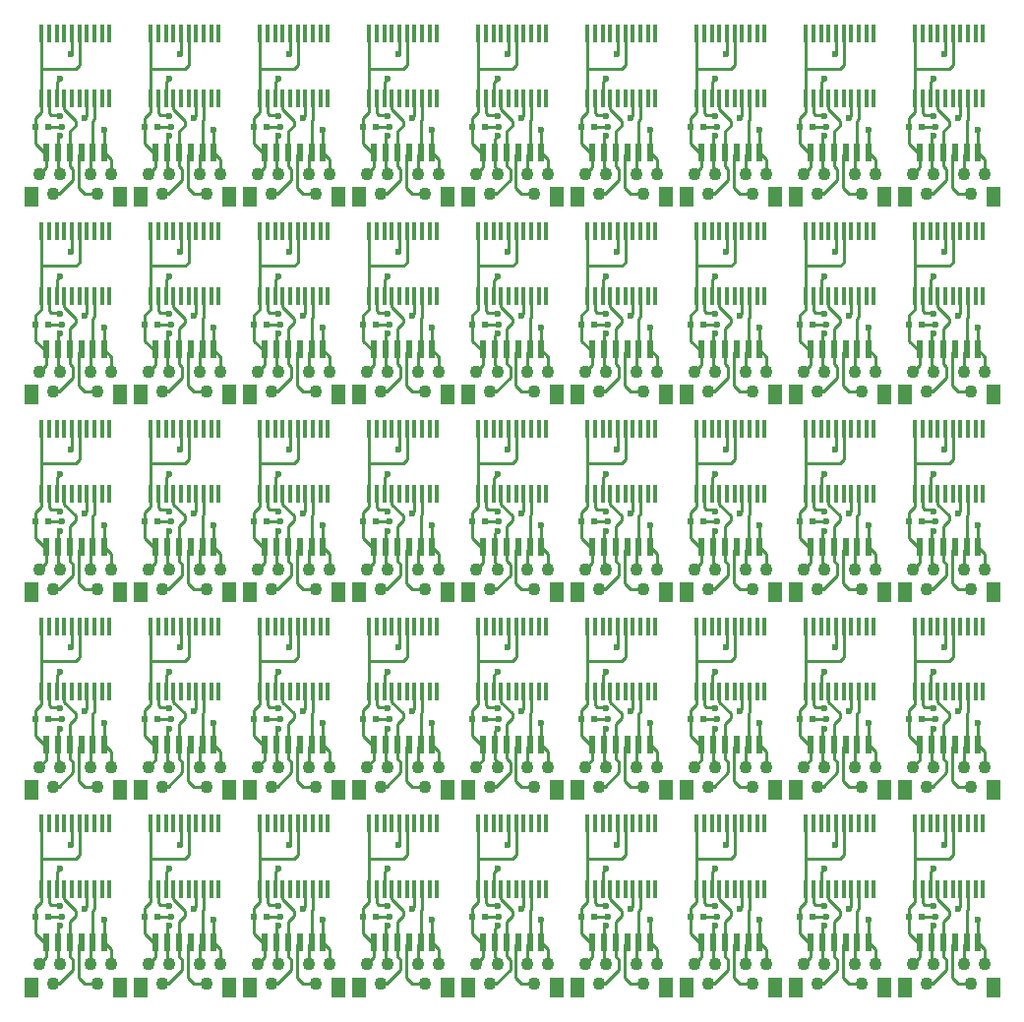
<source format=gbr>
G04 #@! TF.GenerationSoftware,KiCad,Pcbnew,5.0.0-rc2-dev-unknown-c6ef0d5~62~ubuntu16.04.1*
G04 #@! TF.CreationDate,2018-03-19T15:53:38+01:00*
G04 #@! TF.ProjectId,AS5306A_board_5x9_panel,415335333036415F626F6172645F3578,rev?*
G04 #@! TF.SameCoordinates,Original*
G04 #@! TF.FileFunction,Copper,L1,Top,Signal*
G04 #@! TF.FilePolarity,Positive*
%FSLAX46Y46*%
G04 Gerber Fmt 4.6, Leading zero omitted, Abs format (unit mm)*
G04 Created by KiCad (PCBNEW 5.0.0-rc2-dev-unknown-c6ef0d5~62~ubuntu16.04.1) date Mon Mar 19 15:53:38 2018*
%MOMM*%
%LPD*%
G01*
G04 APERTURE LIST*
%ADD10R,0.600000X1.550000*%
%ADD11R,1.200000X1.800000*%
%ADD12C,1.100000*%
%ADD13R,0.300000X1.600000*%
%ADD14R,0.600000X0.500000*%
%ADD15C,0.600000*%
%ADD16C,0.250000*%
G04 APERTURE END LIST*
D10*
X181486000Y-60500000D03*
X182486000Y-60500000D03*
X179486000Y-60500000D03*
X180486000Y-60500000D03*
X178486000Y-60500000D03*
D11*
X176186000Y-64375000D03*
X183786000Y-64375000D03*
D10*
X177486000Y-60500000D03*
D12*
X178086000Y-64100000D03*
X181886000Y-64100000D03*
X181286000Y-62400000D03*
X183086000Y-62400000D03*
X178686000Y-62400000D03*
X176886000Y-62400000D03*
D13*
X168311000Y-84300000D03*
X167661000Y-84300000D03*
X168961000Y-84300000D03*
X169611000Y-84300000D03*
X170261000Y-84300000D03*
X170911000Y-84300000D03*
X171561000Y-84300000D03*
X172211000Y-84300000D03*
X173511000Y-89900000D03*
X172861000Y-89900000D03*
X172211000Y-89900000D03*
X171561000Y-89900000D03*
X167661000Y-89900000D03*
X168311000Y-89900000D03*
X168961000Y-89900000D03*
X169611000Y-89900000D03*
X170261000Y-89900000D03*
X170911000Y-89900000D03*
X172861000Y-84300000D03*
X173511000Y-84300000D03*
D14*
X167136000Y-109300000D03*
X168236000Y-109300000D03*
D10*
X181486000Y-128500000D03*
X182486000Y-128500000D03*
X179486000Y-128500000D03*
X180486000Y-128500000D03*
X178486000Y-128500000D03*
D11*
X176186000Y-132375000D03*
X183786000Y-132375000D03*
D10*
X177486000Y-128500000D03*
D12*
X178086000Y-132100000D03*
X181886000Y-132100000D03*
X181286000Y-130400000D03*
X183086000Y-130400000D03*
X178686000Y-130400000D03*
X176886000Y-130400000D03*
D14*
X167136000Y-75300000D03*
X168236000Y-75300000D03*
X176536000Y-75300000D03*
X177636000Y-75300000D03*
D10*
X181486000Y-77500000D03*
X182486000Y-77500000D03*
X179486000Y-77500000D03*
X180486000Y-77500000D03*
X178486000Y-77500000D03*
D11*
X176186000Y-81375000D03*
X183786000Y-81375000D03*
D10*
X177486000Y-77500000D03*
D12*
X178086000Y-81100000D03*
X181886000Y-81100000D03*
X181286000Y-79400000D03*
X183086000Y-79400000D03*
X178686000Y-79400000D03*
X176886000Y-79400000D03*
D13*
X177711000Y-101300000D03*
X177061000Y-101300000D03*
X178361000Y-101300000D03*
X179011000Y-101300000D03*
X179661000Y-101300000D03*
X180311000Y-101300000D03*
X180961000Y-101300000D03*
X181611000Y-101300000D03*
X182911000Y-106900000D03*
X182261000Y-106900000D03*
X181611000Y-106900000D03*
X180961000Y-106900000D03*
X177061000Y-106900000D03*
X177711000Y-106900000D03*
X178361000Y-106900000D03*
X179011000Y-106900000D03*
X179661000Y-106900000D03*
X180311000Y-106900000D03*
X182261000Y-101300000D03*
X182911000Y-101300000D03*
X177711000Y-50300000D03*
X177061000Y-50300000D03*
X178361000Y-50300000D03*
X179011000Y-50300000D03*
X179661000Y-50300000D03*
X180311000Y-50300000D03*
X180961000Y-50300000D03*
X181611000Y-50300000D03*
X182911000Y-55900000D03*
X182261000Y-55900000D03*
X181611000Y-55900000D03*
X180961000Y-55900000D03*
X177061000Y-55900000D03*
X177711000Y-55900000D03*
X178361000Y-55900000D03*
X179011000Y-55900000D03*
X179661000Y-55900000D03*
X180311000Y-55900000D03*
X182261000Y-50300000D03*
X182911000Y-50300000D03*
X177711000Y-118300000D03*
X177061000Y-118300000D03*
X178361000Y-118300000D03*
X179011000Y-118300000D03*
X179661000Y-118300000D03*
X180311000Y-118300000D03*
X180961000Y-118300000D03*
X181611000Y-118300000D03*
X182911000Y-123900000D03*
X182261000Y-123900000D03*
X181611000Y-123900000D03*
X180961000Y-123900000D03*
X177061000Y-123900000D03*
X177711000Y-123900000D03*
X178361000Y-123900000D03*
X179011000Y-123900000D03*
X179661000Y-123900000D03*
X180311000Y-123900000D03*
X182261000Y-118300000D03*
X182911000Y-118300000D03*
X168311000Y-118300000D03*
X167661000Y-118300000D03*
X168961000Y-118300000D03*
X169611000Y-118300000D03*
X170261000Y-118300000D03*
X170911000Y-118300000D03*
X171561000Y-118300000D03*
X172211000Y-118300000D03*
X173511000Y-123900000D03*
X172861000Y-123900000D03*
X172211000Y-123900000D03*
X171561000Y-123900000D03*
X167661000Y-123900000D03*
X168311000Y-123900000D03*
X168961000Y-123900000D03*
X169611000Y-123900000D03*
X170261000Y-123900000D03*
X170911000Y-123900000D03*
X172861000Y-118300000D03*
X173511000Y-118300000D03*
X177711000Y-84300000D03*
X177061000Y-84300000D03*
X178361000Y-84300000D03*
X179011000Y-84300000D03*
X179661000Y-84300000D03*
X180311000Y-84300000D03*
X180961000Y-84300000D03*
X181611000Y-84300000D03*
X182911000Y-89900000D03*
X182261000Y-89900000D03*
X181611000Y-89900000D03*
X180961000Y-89900000D03*
X177061000Y-89900000D03*
X177711000Y-89900000D03*
X178361000Y-89900000D03*
X179011000Y-89900000D03*
X179661000Y-89900000D03*
X180311000Y-89900000D03*
X182261000Y-84300000D03*
X182911000Y-84300000D03*
X177711000Y-67300000D03*
X177061000Y-67300000D03*
X178361000Y-67300000D03*
X179011000Y-67300000D03*
X179661000Y-67300000D03*
X180311000Y-67300000D03*
X180961000Y-67300000D03*
X181611000Y-67300000D03*
X182911000Y-72900000D03*
X182261000Y-72900000D03*
X181611000Y-72900000D03*
X180961000Y-72900000D03*
X177061000Y-72900000D03*
X177711000Y-72900000D03*
X178361000Y-72900000D03*
X179011000Y-72900000D03*
X179661000Y-72900000D03*
X180311000Y-72900000D03*
X182261000Y-67300000D03*
X182911000Y-67300000D03*
D14*
X176536000Y-58300000D03*
X177636000Y-58300000D03*
X176536000Y-126300000D03*
X177636000Y-126300000D03*
D13*
X168311000Y-101300000D03*
X167661000Y-101300000D03*
X168961000Y-101300000D03*
X169611000Y-101300000D03*
X170261000Y-101300000D03*
X170911000Y-101300000D03*
X171561000Y-101300000D03*
X172211000Y-101300000D03*
X173511000Y-106900000D03*
X172861000Y-106900000D03*
X172211000Y-106900000D03*
X171561000Y-106900000D03*
X167661000Y-106900000D03*
X168311000Y-106900000D03*
X168961000Y-106900000D03*
X169611000Y-106900000D03*
X170261000Y-106900000D03*
X170911000Y-106900000D03*
X172861000Y-101300000D03*
X173511000Y-101300000D03*
D14*
X176536000Y-92300000D03*
X177636000Y-92300000D03*
D10*
X172086000Y-60500000D03*
X173086000Y-60500000D03*
X170086000Y-60500000D03*
X171086000Y-60500000D03*
X169086000Y-60500000D03*
D11*
X166786000Y-64375000D03*
X174386000Y-64375000D03*
D10*
X168086000Y-60500000D03*
D12*
X168686000Y-64100000D03*
X172486000Y-64100000D03*
X171886000Y-62400000D03*
X173686000Y-62400000D03*
X169286000Y-62400000D03*
X167486000Y-62400000D03*
D14*
X167136000Y-58300000D03*
X168236000Y-58300000D03*
X167136000Y-92300000D03*
X168236000Y-92300000D03*
D13*
X168311000Y-50300000D03*
X167661000Y-50300000D03*
X168961000Y-50300000D03*
X169611000Y-50300000D03*
X170261000Y-50300000D03*
X170911000Y-50300000D03*
X171561000Y-50300000D03*
X172211000Y-50300000D03*
X173511000Y-55900000D03*
X172861000Y-55900000D03*
X172211000Y-55900000D03*
X171561000Y-55900000D03*
X167661000Y-55900000D03*
X168311000Y-55900000D03*
X168961000Y-55900000D03*
X169611000Y-55900000D03*
X170261000Y-55900000D03*
X170911000Y-55900000D03*
X172861000Y-50300000D03*
X173511000Y-50300000D03*
D10*
X172086000Y-77500000D03*
X173086000Y-77500000D03*
X170086000Y-77500000D03*
X171086000Y-77500000D03*
X169086000Y-77500000D03*
D11*
X166786000Y-81375000D03*
X174386000Y-81375000D03*
D10*
X168086000Y-77500000D03*
D12*
X168686000Y-81100000D03*
X172486000Y-81100000D03*
X171886000Y-79400000D03*
X173686000Y-79400000D03*
X169286000Y-79400000D03*
X167486000Y-79400000D03*
D10*
X172086000Y-94500000D03*
X173086000Y-94500000D03*
X170086000Y-94500000D03*
X171086000Y-94500000D03*
X169086000Y-94500000D03*
D11*
X166786000Y-98375000D03*
X174386000Y-98375000D03*
D10*
X168086000Y-94500000D03*
D12*
X168686000Y-98100000D03*
X172486000Y-98100000D03*
X171886000Y-96400000D03*
X173686000Y-96400000D03*
X169286000Y-96400000D03*
X167486000Y-96400000D03*
D14*
X167136000Y-126300000D03*
X168236000Y-126300000D03*
D10*
X172086000Y-111500000D03*
X173086000Y-111500000D03*
X170086000Y-111500000D03*
X171086000Y-111500000D03*
X169086000Y-111500000D03*
D11*
X166786000Y-115375000D03*
X174386000Y-115375000D03*
D10*
X168086000Y-111500000D03*
D12*
X168686000Y-115100000D03*
X172486000Y-115100000D03*
X171886000Y-113400000D03*
X173686000Y-113400000D03*
X169286000Y-113400000D03*
X167486000Y-113400000D03*
D10*
X181486000Y-94500000D03*
X182486000Y-94500000D03*
X179486000Y-94500000D03*
X180486000Y-94500000D03*
X178486000Y-94500000D03*
D11*
X176186000Y-98375000D03*
X183786000Y-98375000D03*
D10*
X177486000Y-94500000D03*
D12*
X178086000Y-98100000D03*
X181886000Y-98100000D03*
X181286000Y-96400000D03*
X183086000Y-96400000D03*
X178686000Y-96400000D03*
X176886000Y-96400000D03*
D10*
X172086000Y-128500000D03*
X173086000Y-128500000D03*
X170086000Y-128500000D03*
X171086000Y-128500000D03*
X169086000Y-128500000D03*
D11*
X166786000Y-132375000D03*
X174386000Y-132375000D03*
D10*
X168086000Y-128500000D03*
D12*
X168686000Y-132100000D03*
X172486000Y-132100000D03*
X171886000Y-130400000D03*
X173686000Y-130400000D03*
X169286000Y-130400000D03*
X167486000Y-130400000D03*
D14*
X176536000Y-109300000D03*
X177636000Y-109300000D03*
D13*
X168311000Y-67300000D03*
X167661000Y-67300000D03*
X168961000Y-67300000D03*
X169611000Y-67300000D03*
X170261000Y-67300000D03*
X170911000Y-67300000D03*
X171561000Y-67300000D03*
X172211000Y-67300000D03*
X173511000Y-72900000D03*
X172861000Y-72900000D03*
X172211000Y-72900000D03*
X171561000Y-72900000D03*
X167661000Y-72900000D03*
X168311000Y-72900000D03*
X168961000Y-72900000D03*
X169611000Y-72900000D03*
X170261000Y-72900000D03*
X170911000Y-72900000D03*
X172861000Y-67300000D03*
X173511000Y-67300000D03*
D10*
X181486000Y-111500000D03*
X182486000Y-111500000D03*
X179486000Y-111500000D03*
X180486000Y-111500000D03*
X178486000Y-111500000D03*
D11*
X176186000Y-115375000D03*
X183786000Y-115375000D03*
D10*
X177486000Y-111500000D03*
D12*
X178086000Y-115100000D03*
X181886000Y-115100000D03*
X181286000Y-113400000D03*
X183086000Y-113400000D03*
X178686000Y-113400000D03*
X176886000Y-113400000D03*
D14*
X158840000Y-92300000D03*
X157740000Y-92300000D03*
D12*
X148690000Y-62400000D03*
X150490000Y-62400000D03*
X154890000Y-62400000D03*
X153090000Y-62400000D03*
X153690000Y-64100000D03*
X149890000Y-64100000D03*
D10*
X149290000Y-60500000D03*
D11*
X155590000Y-64375000D03*
X147990000Y-64375000D03*
D10*
X150290000Y-60500000D03*
X152290000Y-60500000D03*
X151290000Y-60500000D03*
X154290000Y-60500000D03*
X153290000Y-60500000D03*
D14*
X149440000Y-58300000D03*
X148340000Y-58300000D03*
X149440000Y-92300000D03*
X148340000Y-92300000D03*
D12*
X158090000Y-62400000D03*
X159890000Y-62400000D03*
X164290000Y-62400000D03*
X162490000Y-62400000D03*
X163090000Y-64100000D03*
X159290000Y-64100000D03*
D10*
X158690000Y-60500000D03*
D11*
X164990000Y-64375000D03*
X157390000Y-64375000D03*
D10*
X159690000Y-60500000D03*
X161690000Y-60500000D03*
X160690000Y-60500000D03*
X163690000Y-60500000D03*
X162690000Y-60500000D03*
D13*
X154715000Y-84300000D03*
X154065000Y-84300000D03*
X152115000Y-89900000D03*
X151465000Y-89900000D03*
X150815000Y-89900000D03*
X150165000Y-89900000D03*
X149515000Y-89900000D03*
X148865000Y-89900000D03*
X152765000Y-89900000D03*
X153415000Y-89900000D03*
X154065000Y-89900000D03*
X154715000Y-89900000D03*
X153415000Y-84300000D03*
X152765000Y-84300000D03*
X152115000Y-84300000D03*
X151465000Y-84300000D03*
X150815000Y-84300000D03*
X150165000Y-84300000D03*
X148865000Y-84300000D03*
X149515000Y-84300000D03*
D12*
X148690000Y-130400000D03*
X150490000Y-130400000D03*
X154890000Y-130400000D03*
X153090000Y-130400000D03*
X153690000Y-132100000D03*
X149890000Y-132100000D03*
D10*
X149290000Y-128500000D03*
D11*
X155590000Y-132375000D03*
X147990000Y-132375000D03*
D10*
X150290000Y-128500000D03*
X152290000Y-128500000D03*
X151290000Y-128500000D03*
X154290000Y-128500000D03*
X153290000Y-128500000D03*
D14*
X158840000Y-109300000D03*
X157740000Y-109300000D03*
X149440000Y-109300000D03*
X148340000Y-109300000D03*
D12*
X158090000Y-130400000D03*
X159890000Y-130400000D03*
X164290000Y-130400000D03*
X162490000Y-130400000D03*
X163090000Y-132100000D03*
X159290000Y-132100000D03*
D10*
X158690000Y-128500000D03*
D11*
X164990000Y-132375000D03*
X157390000Y-132375000D03*
D10*
X159690000Y-128500000D03*
X161690000Y-128500000D03*
X160690000Y-128500000D03*
X163690000Y-128500000D03*
X162690000Y-128500000D03*
D14*
X149440000Y-75300000D03*
X148340000Y-75300000D03*
X158840000Y-75300000D03*
X157740000Y-75300000D03*
D12*
X158090000Y-79400000D03*
X159890000Y-79400000D03*
X164290000Y-79400000D03*
X162490000Y-79400000D03*
X163090000Y-81100000D03*
X159290000Y-81100000D03*
D10*
X158690000Y-77500000D03*
D11*
X164990000Y-81375000D03*
X157390000Y-81375000D03*
D10*
X159690000Y-77500000D03*
X161690000Y-77500000D03*
X160690000Y-77500000D03*
X163690000Y-77500000D03*
X162690000Y-77500000D03*
D13*
X164115000Y-101300000D03*
X163465000Y-101300000D03*
X161515000Y-106900000D03*
X160865000Y-106900000D03*
X160215000Y-106900000D03*
X159565000Y-106900000D03*
X158915000Y-106900000D03*
X158265000Y-106900000D03*
X162165000Y-106900000D03*
X162815000Y-106900000D03*
X163465000Y-106900000D03*
X164115000Y-106900000D03*
X162815000Y-101300000D03*
X162165000Y-101300000D03*
X161515000Y-101300000D03*
X160865000Y-101300000D03*
X160215000Y-101300000D03*
X159565000Y-101300000D03*
X158265000Y-101300000D03*
X158915000Y-101300000D03*
X154715000Y-50300000D03*
X154065000Y-50300000D03*
X152115000Y-55900000D03*
X151465000Y-55900000D03*
X150815000Y-55900000D03*
X150165000Y-55900000D03*
X149515000Y-55900000D03*
X148865000Y-55900000D03*
X152765000Y-55900000D03*
X153415000Y-55900000D03*
X154065000Y-55900000D03*
X154715000Y-55900000D03*
X153415000Y-50300000D03*
X152765000Y-50300000D03*
X152115000Y-50300000D03*
X151465000Y-50300000D03*
X150815000Y-50300000D03*
X150165000Y-50300000D03*
X148865000Y-50300000D03*
X149515000Y-50300000D03*
D12*
X148690000Y-79400000D03*
X150490000Y-79400000D03*
X154890000Y-79400000D03*
X153090000Y-79400000D03*
X153690000Y-81100000D03*
X149890000Y-81100000D03*
D10*
X149290000Y-77500000D03*
D11*
X155590000Y-81375000D03*
X147990000Y-81375000D03*
D10*
X150290000Y-77500000D03*
X152290000Y-77500000D03*
X151290000Y-77500000D03*
X154290000Y-77500000D03*
X153290000Y-77500000D03*
D12*
X148690000Y-96400000D03*
X150490000Y-96400000D03*
X154890000Y-96400000D03*
X153090000Y-96400000D03*
X153690000Y-98100000D03*
X149890000Y-98100000D03*
D10*
X149290000Y-94500000D03*
D11*
X155590000Y-98375000D03*
X147990000Y-98375000D03*
D10*
X150290000Y-94500000D03*
X152290000Y-94500000D03*
X151290000Y-94500000D03*
X154290000Y-94500000D03*
X153290000Y-94500000D03*
D14*
X149440000Y-126300000D03*
X148340000Y-126300000D03*
D12*
X148690000Y-113400000D03*
X150490000Y-113400000D03*
X154890000Y-113400000D03*
X153090000Y-113400000D03*
X153690000Y-115100000D03*
X149890000Y-115100000D03*
D10*
X149290000Y-111500000D03*
D11*
X155590000Y-115375000D03*
X147990000Y-115375000D03*
D10*
X150290000Y-111500000D03*
X152290000Y-111500000D03*
X151290000Y-111500000D03*
X154290000Y-111500000D03*
X153290000Y-111500000D03*
D12*
X158090000Y-96400000D03*
X159890000Y-96400000D03*
X164290000Y-96400000D03*
X162490000Y-96400000D03*
X163090000Y-98100000D03*
X159290000Y-98100000D03*
D10*
X158690000Y-94500000D03*
D11*
X164990000Y-98375000D03*
X157390000Y-98375000D03*
D10*
X159690000Y-94500000D03*
X161690000Y-94500000D03*
X160690000Y-94500000D03*
X163690000Y-94500000D03*
X162690000Y-94500000D03*
D14*
X158840000Y-58300000D03*
X157740000Y-58300000D03*
D13*
X154715000Y-67300000D03*
X154065000Y-67300000D03*
X152115000Y-72900000D03*
X151465000Y-72900000D03*
X150815000Y-72900000D03*
X150165000Y-72900000D03*
X149515000Y-72900000D03*
X148865000Y-72900000D03*
X152765000Y-72900000D03*
X153415000Y-72900000D03*
X154065000Y-72900000D03*
X154715000Y-72900000D03*
X153415000Y-67300000D03*
X152765000Y-67300000D03*
X152115000Y-67300000D03*
X151465000Y-67300000D03*
X150815000Y-67300000D03*
X150165000Y-67300000D03*
X148865000Y-67300000D03*
X149515000Y-67300000D03*
D12*
X158090000Y-113400000D03*
X159890000Y-113400000D03*
X164290000Y-113400000D03*
X162490000Y-113400000D03*
X163090000Y-115100000D03*
X159290000Y-115100000D03*
D10*
X158690000Y-111500000D03*
D11*
X164990000Y-115375000D03*
X157390000Y-115375000D03*
D10*
X159690000Y-111500000D03*
X161690000Y-111500000D03*
X160690000Y-111500000D03*
X163690000Y-111500000D03*
X162690000Y-111500000D03*
D13*
X164115000Y-50300000D03*
X163465000Y-50300000D03*
X161515000Y-55900000D03*
X160865000Y-55900000D03*
X160215000Y-55900000D03*
X159565000Y-55900000D03*
X158915000Y-55900000D03*
X158265000Y-55900000D03*
X162165000Y-55900000D03*
X162815000Y-55900000D03*
X163465000Y-55900000D03*
X164115000Y-55900000D03*
X162815000Y-50300000D03*
X162165000Y-50300000D03*
X161515000Y-50300000D03*
X160865000Y-50300000D03*
X160215000Y-50300000D03*
X159565000Y-50300000D03*
X158265000Y-50300000D03*
X158915000Y-50300000D03*
X164115000Y-118300000D03*
X163465000Y-118300000D03*
X161515000Y-123900000D03*
X160865000Y-123900000D03*
X160215000Y-123900000D03*
X159565000Y-123900000D03*
X158915000Y-123900000D03*
X158265000Y-123900000D03*
X162165000Y-123900000D03*
X162815000Y-123900000D03*
X163465000Y-123900000D03*
X164115000Y-123900000D03*
X162815000Y-118300000D03*
X162165000Y-118300000D03*
X161515000Y-118300000D03*
X160865000Y-118300000D03*
X160215000Y-118300000D03*
X159565000Y-118300000D03*
X158265000Y-118300000D03*
X158915000Y-118300000D03*
X154715000Y-118300000D03*
X154065000Y-118300000D03*
X152115000Y-123900000D03*
X151465000Y-123900000D03*
X150815000Y-123900000D03*
X150165000Y-123900000D03*
X149515000Y-123900000D03*
X148865000Y-123900000D03*
X152765000Y-123900000D03*
X153415000Y-123900000D03*
X154065000Y-123900000D03*
X154715000Y-123900000D03*
X153415000Y-118300000D03*
X152765000Y-118300000D03*
X152115000Y-118300000D03*
X151465000Y-118300000D03*
X150815000Y-118300000D03*
X150165000Y-118300000D03*
X148865000Y-118300000D03*
X149515000Y-118300000D03*
X164115000Y-84300000D03*
X163465000Y-84300000D03*
X161515000Y-89900000D03*
X160865000Y-89900000D03*
X160215000Y-89900000D03*
X159565000Y-89900000D03*
X158915000Y-89900000D03*
X158265000Y-89900000D03*
X162165000Y-89900000D03*
X162815000Y-89900000D03*
X163465000Y-89900000D03*
X164115000Y-89900000D03*
X162815000Y-84300000D03*
X162165000Y-84300000D03*
X161515000Y-84300000D03*
X160865000Y-84300000D03*
X160215000Y-84300000D03*
X159565000Y-84300000D03*
X158265000Y-84300000D03*
X158915000Y-84300000D03*
X164115000Y-67300000D03*
X163465000Y-67300000D03*
X161515000Y-72900000D03*
X160865000Y-72900000D03*
X160215000Y-72900000D03*
X159565000Y-72900000D03*
X158915000Y-72900000D03*
X158265000Y-72900000D03*
X162165000Y-72900000D03*
X162815000Y-72900000D03*
X163465000Y-72900000D03*
X164115000Y-72900000D03*
X162815000Y-67300000D03*
X162165000Y-67300000D03*
X161515000Y-67300000D03*
X160865000Y-67300000D03*
X160215000Y-67300000D03*
X159565000Y-67300000D03*
X158265000Y-67300000D03*
X158915000Y-67300000D03*
D14*
X158840000Y-126300000D03*
X157740000Y-126300000D03*
D13*
X154715000Y-101300000D03*
X154065000Y-101300000D03*
X152115000Y-106900000D03*
X151465000Y-106900000D03*
X150815000Y-106900000D03*
X150165000Y-106900000D03*
X149515000Y-106900000D03*
X148865000Y-106900000D03*
X152765000Y-106900000D03*
X153415000Y-106900000D03*
X154065000Y-106900000D03*
X154715000Y-106900000D03*
X153415000Y-101300000D03*
X152765000Y-101300000D03*
X152115000Y-101300000D03*
X151465000Y-101300000D03*
X150815000Y-101300000D03*
X150165000Y-101300000D03*
X148865000Y-101300000D03*
X149515000Y-101300000D03*
X140125000Y-118300000D03*
X139475000Y-118300000D03*
X140775000Y-118300000D03*
X141425000Y-118300000D03*
X142075000Y-118300000D03*
X142725000Y-118300000D03*
X143375000Y-118300000D03*
X144025000Y-118300000D03*
X145325000Y-123900000D03*
X144675000Y-123900000D03*
X144025000Y-123900000D03*
X143375000Y-123900000D03*
X139475000Y-123900000D03*
X140125000Y-123900000D03*
X140775000Y-123900000D03*
X141425000Y-123900000D03*
X142075000Y-123900000D03*
X142725000Y-123900000D03*
X144675000Y-118300000D03*
X145325000Y-118300000D03*
X130725000Y-118300000D03*
X130075000Y-118300000D03*
X131375000Y-118300000D03*
X132025000Y-118300000D03*
X132675000Y-118300000D03*
X133325000Y-118300000D03*
X133975000Y-118300000D03*
X134625000Y-118300000D03*
X135925000Y-123900000D03*
X135275000Y-123900000D03*
X134625000Y-123900000D03*
X133975000Y-123900000D03*
X130075000Y-123900000D03*
X130725000Y-123900000D03*
X131375000Y-123900000D03*
X132025000Y-123900000D03*
X132675000Y-123900000D03*
X133325000Y-123900000D03*
X135275000Y-118300000D03*
X135925000Y-118300000D03*
X121325000Y-118300000D03*
X120675000Y-118300000D03*
X121975000Y-118300000D03*
X122625000Y-118300000D03*
X123275000Y-118300000D03*
X123925000Y-118300000D03*
X124575000Y-118300000D03*
X125225000Y-118300000D03*
X126525000Y-123900000D03*
X125875000Y-123900000D03*
X125225000Y-123900000D03*
X124575000Y-123900000D03*
X120675000Y-123900000D03*
X121325000Y-123900000D03*
X121975000Y-123900000D03*
X122625000Y-123900000D03*
X123275000Y-123900000D03*
X123925000Y-123900000D03*
X125875000Y-118300000D03*
X126525000Y-118300000D03*
X111925000Y-118300000D03*
X111275000Y-118300000D03*
X112575000Y-118300000D03*
X113225000Y-118300000D03*
X113875000Y-118300000D03*
X114525000Y-118300000D03*
X115175000Y-118300000D03*
X115825000Y-118300000D03*
X117125000Y-123900000D03*
X116475000Y-123900000D03*
X115825000Y-123900000D03*
X115175000Y-123900000D03*
X111275000Y-123900000D03*
X111925000Y-123900000D03*
X112575000Y-123900000D03*
X113225000Y-123900000D03*
X113875000Y-123900000D03*
X114525000Y-123900000D03*
X116475000Y-118300000D03*
X117125000Y-118300000D03*
X102525000Y-118300000D03*
X101875000Y-118300000D03*
X103175000Y-118300000D03*
X103825000Y-118300000D03*
X104475000Y-118300000D03*
X105125000Y-118300000D03*
X105775000Y-118300000D03*
X106425000Y-118300000D03*
X107725000Y-123900000D03*
X107075000Y-123900000D03*
X106425000Y-123900000D03*
X105775000Y-123900000D03*
X101875000Y-123900000D03*
X102525000Y-123900000D03*
X103175000Y-123900000D03*
X103825000Y-123900000D03*
X104475000Y-123900000D03*
X105125000Y-123900000D03*
X107075000Y-118300000D03*
X107725000Y-118300000D03*
X140125000Y-101300000D03*
X139475000Y-101300000D03*
X140775000Y-101300000D03*
X141425000Y-101300000D03*
X142075000Y-101300000D03*
X142725000Y-101300000D03*
X143375000Y-101300000D03*
X144025000Y-101300000D03*
X145325000Y-106900000D03*
X144675000Y-106900000D03*
X144025000Y-106900000D03*
X143375000Y-106900000D03*
X139475000Y-106900000D03*
X140125000Y-106900000D03*
X140775000Y-106900000D03*
X141425000Y-106900000D03*
X142075000Y-106900000D03*
X142725000Y-106900000D03*
X144675000Y-101300000D03*
X145325000Y-101300000D03*
X130725000Y-101300000D03*
X130075000Y-101300000D03*
X131375000Y-101300000D03*
X132025000Y-101300000D03*
X132675000Y-101300000D03*
X133325000Y-101300000D03*
X133975000Y-101300000D03*
X134625000Y-101300000D03*
X135925000Y-106900000D03*
X135275000Y-106900000D03*
X134625000Y-106900000D03*
X133975000Y-106900000D03*
X130075000Y-106900000D03*
X130725000Y-106900000D03*
X131375000Y-106900000D03*
X132025000Y-106900000D03*
X132675000Y-106900000D03*
X133325000Y-106900000D03*
X135275000Y-101300000D03*
X135925000Y-101300000D03*
X121325000Y-101300000D03*
X120675000Y-101300000D03*
X121975000Y-101300000D03*
X122625000Y-101300000D03*
X123275000Y-101300000D03*
X123925000Y-101300000D03*
X124575000Y-101300000D03*
X125225000Y-101300000D03*
X126525000Y-106900000D03*
X125875000Y-106900000D03*
X125225000Y-106900000D03*
X124575000Y-106900000D03*
X120675000Y-106900000D03*
X121325000Y-106900000D03*
X121975000Y-106900000D03*
X122625000Y-106900000D03*
X123275000Y-106900000D03*
X123925000Y-106900000D03*
X125875000Y-101300000D03*
X126525000Y-101300000D03*
X111925000Y-101300000D03*
X111275000Y-101300000D03*
X112575000Y-101300000D03*
X113225000Y-101300000D03*
X113875000Y-101300000D03*
X114525000Y-101300000D03*
X115175000Y-101300000D03*
X115825000Y-101300000D03*
X117125000Y-106900000D03*
X116475000Y-106900000D03*
X115825000Y-106900000D03*
X115175000Y-106900000D03*
X111275000Y-106900000D03*
X111925000Y-106900000D03*
X112575000Y-106900000D03*
X113225000Y-106900000D03*
X113875000Y-106900000D03*
X114525000Y-106900000D03*
X116475000Y-101300000D03*
X117125000Y-101300000D03*
X102525000Y-101300000D03*
X101875000Y-101300000D03*
X103175000Y-101300000D03*
X103825000Y-101300000D03*
X104475000Y-101300000D03*
X105125000Y-101300000D03*
X105775000Y-101300000D03*
X106425000Y-101300000D03*
X107725000Y-106900000D03*
X107075000Y-106900000D03*
X106425000Y-106900000D03*
X105775000Y-106900000D03*
X101875000Y-106900000D03*
X102525000Y-106900000D03*
X103175000Y-106900000D03*
X103825000Y-106900000D03*
X104475000Y-106900000D03*
X105125000Y-106900000D03*
X107075000Y-101300000D03*
X107725000Y-101300000D03*
X140125000Y-84300000D03*
X139475000Y-84300000D03*
X140775000Y-84300000D03*
X141425000Y-84300000D03*
X142075000Y-84300000D03*
X142725000Y-84300000D03*
X143375000Y-84300000D03*
X144025000Y-84300000D03*
X145325000Y-89900000D03*
X144675000Y-89900000D03*
X144025000Y-89900000D03*
X143375000Y-89900000D03*
X139475000Y-89900000D03*
X140125000Y-89900000D03*
X140775000Y-89900000D03*
X141425000Y-89900000D03*
X142075000Y-89900000D03*
X142725000Y-89900000D03*
X144675000Y-84300000D03*
X145325000Y-84300000D03*
X130725000Y-84300000D03*
X130075000Y-84300000D03*
X131375000Y-84300000D03*
X132025000Y-84300000D03*
X132675000Y-84300000D03*
X133325000Y-84300000D03*
X133975000Y-84300000D03*
X134625000Y-84300000D03*
X135925000Y-89900000D03*
X135275000Y-89900000D03*
X134625000Y-89900000D03*
X133975000Y-89900000D03*
X130075000Y-89900000D03*
X130725000Y-89900000D03*
X131375000Y-89900000D03*
X132025000Y-89900000D03*
X132675000Y-89900000D03*
X133325000Y-89900000D03*
X135275000Y-84300000D03*
X135925000Y-84300000D03*
X121325000Y-84300000D03*
X120675000Y-84300000D03*
X121975000Y-84300000D03*
X122625000Y-84300000D03*
X123275000Y-84300000D03*
X123925000Y-84300000D03*
X124575000Y-84300000D03*
X125225000Y-84300000D03*
X126525000Y-89900000D03*
X125875000Y-89900000D03*
X125225000Y-89900000D03*
X124575000Y-89900000D03*
X120675000Y-89900000D03*
X121325000Y-89900000D03*
X121975000Y-89900000D03*
X122625000Y-89900000D03*
X123275000Y-89900000D03*
X123925000Y-89900000D03*
X125875000Y-84300000D03*
X126525000Y-84300000D03*
X111925000Y-84300000D03*
X111275000Y-84300000D03*
X112575000Y-84300000D03*
X113225000Y-84300000D03*
X113875000Y-84300000D03*
X114525000Y-84300000D03*
X115175000Y-84300000D03*
X115825000Y-84300000D03*
X117125000Y-89900000D03*
X116475000Y-89900000D03*
X115825000Y-89900000D03*
X115175000Y-89900000D03*
X111275000Y-89900000D03*
X111925000Y-89900000D03*
X112575000Y-89900000D03*
X113225000Y-89900000D03*
X113875000Y-89900000D03*
X114525000Y-89900000D03*
X116475000Y-84300000D03*
X117125000Y-84300000D03*
X102525000Y-84300000D03*
X101875000Y-84300000D03*
X103175000Y-84300000D03*
X103825000Y-84300000D03*
X104475000Y-84300000D03*
X105125000Y-84300000D03*
X105775000Y-84300000D03*
X106425000Y-84300000D03*
X107725000Y-89900000D03*
X107075000Y-89900000D03*
X106425000Y-89900000D03*
X105775000Y-89900000D03*
X101875000Y-89900000D03*
X102525000Y-89900000D03*
X103175000Y-89900000D03*
X103825000Y-89900000D03*
X104475000Y-89900000D03*
X105125000Y-89900000D03*
X107075000Y-84300000D03*
X107725000Y-84300000D03*
X140125000Y-67300000D03*
X139475000Y-67300000D03*
X140775000Y-67300000D03*
X141425000Y-67300000D03*
X142075000Y-67300000D03*
X142725000Y-67300000D03*
X143375000Y-67300000D03*
X144025000Y-67300000D03*
X145325000Y-72900000D03*
X144675000Y-72900000D03*
X144025000Y-72900000D03*
X143375000Y-72900000D03*
X139475000Y-72900000D03*
X140125000Y-72900000D03*
X140775000Y-72900000D03*
X141425000Y-72900000D03*
X142075000Y-72900000D03*
X142725000Y-72900000D03*
X144675000Y-67300000D03*
X145325000Y-67300000D03*
X130725000Y-67300000D03*
X130075000Y-67300000D03*
X131375000Y-67300000D03*
X132025000Y-67300000D03*
X132675000Y-67300000D03*
X133325000Y-67300000D03*
X133975000Y-67300000D03*
X134625000Y-67300000D03*
X135925000Y-72900000D03*
X135275000Y-72900000D03*
X134625000Y-72900000D03*
X133975000Y-72900000D03*
X130075000Y-72900000D03*
X130725000Y-72900000D03*
X131375000Y-72900000D03*
X132025000Y-72900000D03*
X132675000Y-72900000D03*
X133325000Y-72900000D03*
X135275000Y-67300000D03*
X135925000Y-67300000D03*
X121325000Y-67300000D03*
X120675000Y-67300000D03*
X121975000Y-67300000D03*
X122625000Y-67300000D03*
X123275000Y-67300000D03*
X123925000Y-67300000D03*
X124575000Y-67300000D03*
X125225000Y-67300000D03*
X126525000Y-72900000D03*
X125875000Y-72900000D03*
X125225000Y-72900000D03*
X124575000Y-72900000D03*
X120675000Y-72900000D03*
X121325000Y-72900000D03*
X121975000Y-72900000D03*
X122625000Y-72900000D03*
X123275000Y-72900000D03*
X123925000Y-72900000D03*
X125875000Y-67300000D03*
X126525000Y-67300000D03*
X111925000Y-67300000D03*
X111275000Y-67300000D03*
X112575000Y-67300000D03*
X113225000Y-67300000D03*
X113875000Y-67300000D03*
X114525000Y-67300000D03*
X115175000Y-67300000D03*
X115825000Y-67300000D03*
X117125000Y-72900000D03*
X116475000Y-72900000D03*
X115825000Y-72900000D03*
X115175000Y-72900000D03*
X111275000Y-72900000D03*
X111925000Y-72900000D03*
X112575000Y-72900000D03*
X113225000Y-72900000D03*
X113875000Y-72900000D03*
X114525000Y-72900000D03*
X116475000Y-67300000D03*
X117125000Y-67300000D03*
X102525000Y-67300000D03*
X101875000Y-67300000D03*
X103175000Y-67300000D03*
X103825000Y-67300000D03*
X104475000Y-67300000D03*
X105125000Y-67300000D03*
X105775000Y-67300000D03*
X106425000Y-67300000D03*
X107725000Y-72900000D03*
X107075000Y-72900000D03*
X106425000Y-72900000D03*
X105775000Y-72900000D03*
X101875000Y-72900000D03*
X102525000Y-72900000D03*
X103175000Y-72900000D03*
X103825000Y-72900000D03*
X104475000Y-72900000D03*
X105125000Y-72900000D03*
X107075000Y-67300000D03*
X107725000Y-67300000D03*
X140125000Y-50300000D03*
X139475000Y-50300000D03*
X140775000Y-50300000D03*
X141425000Y-50300000D03*
X142075000Y-50300000D03*
X142725000Y-50300000D03*
X143375000Y-50300000D03*
X144025000Y-50300000D03*
X145325000Y-55900000D03*
X144675000Y-55900000D03*
X144025000Y-55900000D03*
X143375000Y-55900000D03*
X139475000Y-55900000D03*
X140125000Y-55900000D03*
X140775000Y-55900000D03*
X141425000Y-55900000D03*
X142075000Y-55900000D03*
X142725000Y-55900000D03*
X144675000Y-50300000D03*
X145325000Y-50300000D03*
X130725000Y-50300000D03*
X130075000Y-50300000D03*
X131375000Y-50300000D03*
X132025000Y-50300000D03*
X132675000Y-50300000D03*
X133325000Y-50300000D03*
X133975000Y-50300000D03*
X134625000Y-50300000D03*
X135925000Y-55900000D03*
X135275000Y-55900000D03*
X134625000Y-55900000D03*
X133975000Y-55900000D03*
X130075000Y-55900000D03*
X130725000Y-55900000D03*
X131375000Y-55900000D03*
X132025000Y-55900000D03*
X132675000Y-55900000D03*
X133325000Y-55900000D03*
X135275000Y-50300000D03*
X135925000Y-50300000D03*
X121325000Y-50300000D03*
X120675000Y-50300000D03*
X121975000Y-50300000D03*
X122625000Y-50300000D03*
X123275000Y-50300000D03*
X123925000Y-50300000D03*
X124575000Y-50300000D03*
X125225000Y-50300000D03*
X126525000Y-55900000D03*
X125875000Y-55900000D03*
X125225000Y-55900000D03*
X124575000Y-55900000D03*
X120675000Y-55900000D03*
X121325000Y-55900000D03*
X121975000Y-55900000D03*
X122625000Y-55900000D03*
X123275000Y-55900000D03*
X123925000Y-55900000D03*
X125875000Y-50300000D03*
X126525000Y-50300000D03*
X111925000Y-50300000D03*
X111275000Y-50300000D03*
X112575000Y-50300000D03*
X113225000Y-50300000D03*
X113875000Y-50300000D03*
X114525000Y-50300000D03*
X115175000Y-50300000D03*
X115825000Y-50300000D03*
X117125000Y-55900000D03*
X116475000Y-55900000D03*
X115825000Y-55900000D03*
X115175000Y-55900000D03*
X111275000Y-55900000D03*
X111925000Y-55900000D03*
X112575000Y-55900000D03*
X113225000Y-55900000D03*
X113875000Y-55900000D03*
X114525000Y-55900000D03*
X116475000Y-50300000D03*
X117125000Y-50300000D03*
D14*
X138950000Y-126300000D03*
X140050000Y-126300000D03*
X129550000Y-126300000D03*
X130650000Y-126300000D03*
X120150000Y-126300000D03*
X121250000Y-126300000D03*
X110750000Y-126300000D03*
X111850000Y-126300000D03*
X101350000Y-126300000D03*
X102450000Y-126300000D03*
X138950000Y-109300000D03*
X140050000Y-109300000D03*
X129550000Y-109300000D03*
X130650000Y-109300000D03*
X120150000Y-109300000D03*
X121250000Y-109300000D03*
X110750000Y-109300000D03*
X111850000Y-109300000D03*
X101350000Y-109300000D03*
X102450000Y-109300000D03*
X138950000Y-92300000D03*
X140050000Y-92300000D03*
X129550000Y-92300000D03*
X130650000Y-92300000D03*
X120150000Y-92300000D03*
X121250000Y-92300000D03*
X110750000Y-92300000D03*
X111850000Y-92300000D03*
X101350000Y-92300000D03*
X102450000Y-92300000D03*
X138950000Y-75300000D03*
X140050000Y-75300000D03*
X129550000Y-75300000D03*
X130650000Y-75300000D03*
X120150000Y-75300000D03*
X121250000Y-75300000D03*
X110750000Y-75300000D03*
X111850000Y-75300000D03*
X101350000Y-75300000D03*
X102450000Y-75300000D03*
X138950000Y-58300000D03*
X140050000Y-58300000D03*
X129550000Y-58300000D03*
X130650000Y-58300000D03*
X120150000Y-58300000D03*
X121250000Y-58300000D03*
X110750000Y-58300000D03*
X111850000Y-58300000D03*
D10*
X143900000Y-128500000D03*
X144900000Y-128500000D03*
X141900000Y-128500000D03*
X142900000Y-128500000D03*
X140900000Y-128500000D03*
D11*
X138600000Y-132375000D03*
X146200000Y-132375000D03*
D10*
X139900000Y-128500000D03*
D12*
X140500000Y-132100000D03*
X144300000Y-132100000D03*
X143700000Y-130400000D03*
X145500000Y-130400000D03*
X141100000Y-130400000D03*
X139300000Y-130400000D03*
D10*
X134500000Y-128500000D03*
X135500000Y-128500000D03*
X132500000Y-128500000D03*
X133500000Y-128500000D03*
X131500000Y-128500000D03*
D11*
X129200000Y-132375000D03*
X136800000Y-132375000D03*
D10*
X130500000Y-128500000D03*
D12*
X131100000Y-132100000D03*
X134900000Y-132100000D03*
X134300000Y-130400000D03*
X136100000Y-130400000D03*
X131700000Y-130400000D03*
X129900000Y-130400000D03*
D10*
X125100000Y-128500000D03*
X126100000Y-128500000D03*
X123100000Y-128500000D03*
X124100000Y-128500000D03*
X122100000Y-128500000D03*
D11*
X119800000Y-132375000D03*
X127400000Y-132375000D03*
D10*
X121100000Y-128500000D03*
D12*
X121700000Y-132100000D03*
X125500000Y-132100000D03*
X124900000Y-130400000D03*
X126700000Y-130400000D03*
X122300000Y-130400000D03*
X120500000Y-130400000D03*
D10*
X115700000Y-128500000D03*
X116700000Y-128500000D03*
X113700000Y-128500000D03*
X114700000Y-128500000D03*
X112700000Y-128500000D03*
D11*
X110400000Y-132375000D03*
X118000000Y-132375000D03*
D10*
X111700000Y-128500000D03*
D12*
X112300000Y-132100000D03*
X116100000Y-132100000D03*
X115500000Y-130400000D03*
X117300000Y-130400000D03*
X112900000Y-130400000D03*
X111100000Y-130400000D03*
D10*
X106300000Y-128500000D03*
X107300000Y-128500000D03*
X104300000Y-128500000D03*
X105300000Y-128500000D03*
X103300000Y-128500000D03*
D11*
X101000000Y-132375000D03*
X108600000Y-132375000D03*
D10*
X102300000Y-128500000D03*
D12*
X102900000Y-132100000D03*
X106700000Y-132100000D03*
X106100000Y-130400000D03*
X107900000Y-130400000D03*
X103500000Y-130400000D03*
X101700000Y-130400000D03*
D10*
X143900000Y-111500000D03*
X144900000Y-111500000D03*
X141900000Y-111500000D03*
X142900000Y-111500000D03*
X140900000Y-111500000D03*
D11*
X138600000Y-115375000D03*
X146200000Y-115375000D03*
D10*
X139900000Y-111500000D03*
D12*
X140500000Y-115100000D03*
X144300000Y-115100000D03*
X143700000Y-113400000D03*
X145500000Y-113400000D03*
X141100000Y-113400000D03*
X139300000Y-113400000D03*
D10*
X134500000Y-111500000D03*
X135500000Y-111500000D03*
X132500000Y-111500000D03*
X133500000Y-111500000D03*
X131500000Y-111500000D03*
D11*
X129200000Y-115375000D03*
X136800000Y-115375000D03*
D10*
X130500000Y-111500000D03*
D12*
X131100000Y-115100000D03*
X134900000Y-115100000D03*
X134300000Y-113400000D03*
X136100000Y-113400000D03*
X131700000Y-113400000D03*
X129900000Y-113400000D03*
D10*
X125100000Y-111500000D03*
X126100000Y-111500000D03*
X123100000Y-111500000D03*
X124100000Y-111500000D03*
X122100000Y-111500000D03*
D11*
X119800000Y-115375000D03*
X127400000Y-115375000D03*
D10*
X121100000Y-111500000D03*
D12*
X121700000Y-115100000D03*
X125500000Y-115100000D03*
X124900000Y-113400000D03*
X126700000Y-113400000D03*
X122300000Y-113400000D03*
X120500000Y-113400000D03*
D10*
X115700000Y-111500000D03*
X116700000Y-111500000D03*
X113700000Y-111500000D03*
X114700000Y-111500000D03*
X112700000Y-111500000D03*
D11*
X110400000Y-115375000D03*
X118000000Y-115375000D03*
D10*
X111700000Y-111500000D03*
D12*
X112300000Y-115100000D03*
X116100000Y-115100000D03*
X115500000Y-113400000D03*
X117300000Y-113400000D03*
X112900000Y-113400000D03*
X111100000Y-113400000D03*
D10*
X106300000Y-111500000D03*
X107300000Y-111500000D03*
X104300000Y-111500000D03*
X105300000Y-111500000D03*
X103300000Y-111500000D03*
D11*
X101000000Y-115375000D03*
X108600000Y-115375000D03*
D10*
X102300000Y-111500000D03*
D12*
X102900000Y-115100000D03*
X106700000Y-115100000D03*
X106100000Y-113400000D03*
X107900000Y-113400000D03*
X103500000Y-113400000D03*
X101700000Y-113400000D03*
D10*
X143900000Y-94500000D03*
X144900000Y-94500000D03*
X141900000Y-94500000D03*
X142900000Y-94500000D03*
X140900000Y-94500000D03*
D11*
X138600000Y-98375000D03*
X146200000Y-98375000D03*
D10*
X139900000Y-94500000D03*
D12*
X140500000Y-98100000D03*
X144300000Y-98100000D03*
X143700000Y-96400000D03*
X145500000Y-96400000D03*
X141100000Y-96400000D03*
X139300000Y-96400000D03*
D10*
X134500000Y-94500000D03*
X135500000Y-94500000D03*
X132500000Y-94500000D03*
X133500000Y-94500000D03*
X131500000Y-94500000D03*
D11*
X129200000Y-98375000D03*
X136800000Y-98375000D03*
D10*
X130500000Y-94500000D03*
D12*
X131100000Y-98100000D03*
X134900000Y-98100000D03*
X134300000Y-96400000D03*
X136100000Y-96400000D03*
X131700000Y-96400000D03*
X129900000Y-96400000D03*
D10*
X125100000Y-94500000D03*
X126100000Y-94500000D03*
X123100000Y-94500000D03*
X124100000Y-94500000D03*
X122100000Y-94500000D03*
D11*
X119800000Y-98375000D03*
X127400000Y-98375000D03*
D10*
X121100000Y-94500000D03*
D12*
X121700000Y-98100000D03*
X125500000Y-98100000D03*
X124900000Y-96400000D03*
X126700000Y-96400000D03*
X122300000Y-96400000D03*
X120500000Y-96400000D03*
D10*
X115700000Y-94500000D03*
X116700000Y-94500000D03*
X113700000Y-94500000D03*
X114700000Y-94500000D03*
X112700000Y-94500000D03*
D11*
X110400000Y-98375000D03*
X118000000Y-98375000D03*
D10*
X111700000Y-94500000D03*
D12*
X112300000Y-98100000D03*
X116100000Y-98100000D03*
X115500000Y-96400000D03*
X117300000Y-96400000D03*
X112900000Y-96400000D03*
X111100000Y-96400000D03*
D10*
X106300000Y-94500000D03*
X107300000Y-94500000D03*
X104300000Y-94500000D03*
X105300000Y-94500000D03*
X103300000Y-94500000D03*
D11*
X101000000Y-98375000D03*
X108600000Y-98375000D03*
D10*
X102300000Y-94500000D03*
D12*
X102900000Y-98100000D03*
X106700000Y-98100000D03*
X106100000Y-96400000D03*
X107900000Y-96400000D03*
X103500000Y-96400000D03*
X101700000Y-96400000D03*
D10*
X143900000Y-77500000D03*
X144900000Y-77500000D03*
X141900000Y-77500000D03*
X142900000Y-77500000D03*
X140900000Y-77500000D03*
D11*
X138600000Y-81375000D03*
X146200000Y-81375000D03*
D10*
X139900000Y-77500000D03*
D12*
X140500000Y-81100000D03*
X144300000Y-81100000D03*
X143700000Y-79400000D03*
X145500000Y-79400000D03*
X141100000Y-79400000D03*
X139300000Y-79400000D03*
D10*
X134500000Y-77500000D03*
X135500000Y-77500000D03*
X132500000Y-77500000D03*
X133500000Y-77500000D03*
X131500000Y-77500000D03*
D11*
X129200000Y-81375000D03*
X136800000Y-81375000D03*
D10*
X130500000Y-77500000D03*
D12*
X131100000Y-81100000D03*
X134900000Y-81100000D03*
X134300000Y-79400000D03*
X136100000Y-79400000D03*
X131700000Y-79400000D03*
X129900000Y-79400000D03*
D10*
X125100000Y-77500000D03*
X126100000Y-77500000D03*
X123100000Y-77500000D03*
X124100000Y-77500000D03*
X122100000Y-77500000D03*
D11*
X119800000Y-81375000D03*
X127400000Y-81375000D03*
D10*
X121100000Y-77500000D03*
D12*
X121700000Y-81100000D03*
X125500000Y-81100000D03*
X124900000Y-79400000D03*
X126700000Y-79400000D03*
X122300000Y-79400000D03*
X120500000Y-79400000D03*
D10*
X115700000Y-77500000D03*
X116700000Y-77500000D03*
X113700000Y-77500000D03*
X114700000Y-77500000D03*
X112700000Y-77500000D03*
D11*
X110400000Y-81375000D03*
X118000000Y-81375000D03*
D10*
X111700000Y-77500000D03*
D12*
X112300000Y-81100000D03*
X116100000Y-81100000D03*
X115500000Y-79400000D03*
X117300000Y-79400000D03*
X112900000Y-79400000D03*
X111100000Y-79400000D03*
D10*
X106300000Y-77500000D03*
X107300000Y-77500000D03*
X104300000Y-77500000D03*
X105300000Y-77500000D03*
X103300000Y-77500000D03*
D11*
X101000000Y-81375000D03*
X108600000Y-81375000D03*
D10*
X102300000Y-77500000D03*
D12*
X102900000Y-81100000D03*
X106700000Y-81100000D03*
X106100000Y-79400000D03*
X107900000Y-79400000D03*
X103500000Y-79400000D03*
X101700000Y-79400000D03*
D10*
X143900000Y-60500000D03*
X144900000Y-60500000D03*
X141900000Y-60500000D03*
X142900000Y-60500000D03*
X140900000Y-60500000D03*
D11*
X138600000Y-64375000D03*
X146200000Y-64375000D03*
D10*
X139900000Y-60500000D03*
D12*
X140500000Y-64100000D03*
X144300000Y-64100000D03*
X143700000Y-62400000D03*
X145500000Y-62400000D03*
X141100000Y-62400000D03*
X139300000Y-62400000D03*
D10*
X134500000Y-60500000D03*
X135500000Y-60500000D03*
X132500000Y-60500000D03*
X133500000Y-60500000D03*
X131500000Y-60500000D03*
D11*
X129200000Y-64375000D03*
X136800000Y-64375000D03*
D10*
X130500000Y-60500000D03*
D12*
X131100000Y-64100000D03*
X134900000Y-64100000D03*
X134300000Y-62400000D03*
X136100000Y-62400000D03*
X131700000Y-62400000D03*
X129900000Y-62400000D03*
D10*
X125100000Y-60500000D03*
X126100000Y-60500000D03*
X123100000Y-60500000D03*
X124100000Y-60500000D03*
X122100000Y-60500000D03*
D11*
X119800000Y-64375000D03*
X127400000Y-64375000D03*
D10*
X121100000Y-60500000D03*
D12*
X121700000Y-64100000D03*
X125500000Y-64100000D03*
X124900000Y-62400000D03*
X126700000Y-62400000D03*
X122300000Y-62400000D03*
X120500000Y-62400000D03*
D10*
X115700000Y-60500000D03*
X116700000Y-60500000D03*
X113700000Y-60500000D03*
X114700000Y-60500000D03*
X112700000Y-60500000D03*
D11*
X110400000Y-64375000D03*
X118000000Y-64375000D03*
D10*
X111700000Y-60500000D03*
D12*
X112300000Y-64100000D03*
X116100000Y-64100000D03*
X115500000Y-62400000D03*
X117300000Y-62400000D03*
X112900000Y-62400000D03*
X111100000Y-62400000D03*
D13*
X102525000Y-50300000D03*
X101875000Y-50300000D03*
X103175000Y-50300000D03*
X103825000Y-50300000D03*
X104475000Y-50300000D03*
X105125000Y-50300000D03*
X105775000Y-50300000D03*
X106425000Y-50300000D03*
X107725000Y-55900000D03*
X107075000Y-55900000D03*
X106425000Y-55900000D03*
X105775000Y-55900000D03*
X101875000Y-55900000D03*
X102525000Y-55900000D03*
X103175000Y-55900000D03*
X103825000Y-55900000D03*
X104475000Y-55900000D03*
X105125000Y-55900000D03*
X107075000Y-50300000D03*
X107725000Y-50300000D03*
D14*
X101350000Y-58300000D03*
X102450000Y-58300000D03*
D10*
X106300000Y-60500000D03*
X107300000Y-60500000D03*
X104300000Y-60500000D03*
X105300000Y-60500000D03*
X103300000Y-60500000D03*
D11*
X101000000Y-64375000D03*
X108600000Y-64375000D03*
D10*
X102300000Y-60500000D03*
D12*
X102900000Y-64100000D03*
X106700000Y-64100000D03*
X106100000Y-62400000D03*
X107900000Y-62400000D03*
X103500000Y-62400000D03*
X101700000Y-62400000D03*
D15*
X169286000Y-105200000D03*
X178686000Y-105200000D03*
X169286000Y-122200000D03*
X178686000Y-122200000D03*
X178786000Y-58300000D03*
X173086000Y-75600000D03*
X182486000Y-75600000D03*
X171386000Y-108600000D03*
X173086000Y-92600000D03*
X182486000Y-92600000D03*
X173086000Y-109600000D03*
X182486000Y-109600000D03*
X173086000Y-126600000D03*
X182486000Y-126600000D03*
X171386000Y-74600000D03*
X180786000Y-74600000D03*
X171386000Y-91600000D03*
X180786000Y-91600000D03*
X169386000Y-75300000D03*
X178786000Y-75300000D03*
X180786000Y-108600000D03*
X171386000Y-125600000D03*
X180786000Y-125600000D03*
X182486000Y-58600000D03*
X169286000Y-54200000D03*
X170186000Y-52100000D03*
X169386000Y-58300000D03*
X173086000Y-58600000D03*
X171386000Y-57600000D03*
X169386000Y-92300000D03*
X178786000Y-92300000D03*
X169386000Y-109300000D03*
X178786000Y-109300000D03*
X169386000Y-126300000D03*
X178786000Y-126300000D03*
X180786000Y-57600000D03*
X170186000Y-120100000D03*
X179586000Y-120100000D03*
X178686000Y-54200000D03*
X169286000Y-71200000D03*
X178686000Y-71200000D03*
X169286000Y-88200000D03*
X178686000Y-88200000D03*
X179586000Y-86100000D03*
X170186000Y-103100000D03*
X179586000Y-103100000D03*
X179586000Y-52100000D03*
X170186000Y-69100000D03*
X179586000Y-69100000D03*
X170186000Y-86100000D03*
X151390000Y-52100000D03*
X150590000Y-58300000D03*
X154290000Y-58600000D03*
X152590000Y-57600000D03*
X150590000Y-92300000D03*
X159990000Y-92300000D03*
X150590000Y-109300000D03*
X159990000Y-109300000D03*
X150590000Y-126300000D03*
X159990000Y-126300000D03*
X161990000Y-57600000D03*
X151390000Y-120100000D03*
X160790000Y-120100000D03*
X159890000Y-54200000D03*
X150490000Y-71200000D03*
X159890000Y-71200000D03*
X150490000Y-88200000D03*
X159890000Y-88200000D03*
X150490000Y-105200000D03*
X159890000Y-105200000D03*
X150490000Y-122200000D03*
X159890000Y-122200000D03*
X159990000Y-58300000D03*
X154290000Y-75600000D03*
X163690000Y-75600000D03*
X152590000Y-108600000D03*
X154290000Y-92600000D03*
X163690000Y-92600000D03*
X154290000Y-109600000D03*
X163690000Y-109600000D03*
X154290000Y-126600000D03*
X163690000Y-126600000D03*
X152590000Y-74600000D03*
X161990000Y-74600000D03*
X152590000Y-91600000D03*
X161990000Y-91600000D03*
X150590000Y-75300000D03*
X159990000Y-75300000D03*
X161990000Y-108600000D03*
X152590000Y-125600000D03*
X161990000Y-125600000D03*
X163690000Y-58600000D03*
X150490000Y-54200000D03*
X160790000Y-52100000D03*
X151390000Y-69100000D03*
X160790000Y-69100000D03*
X151390000Y-86100000D03*
X160790000Y-86100000D03*
X151390000Y-103100000D03*
X160790000Y-103100000D03*
X144900000Y-126600000D03*
X135500000Y-126600000D03*
X126100000Y-126600000D03*
X116700000Y-126600000D03*
X107300000Y-126600000D03*
X144900000Y-109600000D03*
X135500000Y-109600000D03*
X126100000Y-109600000D03*
X116700000Y-109600000D03*
X107300000Y-109600000D03*
X144900000Y-92600000D03*
X135500000Y-92600000D03*
X126100000Y-92600000D03*
X116700000Y-92600000D03*
X107300000Y-92600000D03*
X144900000Y-75600000D03*
X135500000Y-75600000D03*
X126100000Y-75600000D03*
X116700000Y-75600000D03*
X107300000Y-75600000D03*
X144900000Y-58600000D03*
X135500000Y-58600000D03*
X126100000Y-58600000D03*
X116700000Y-58600000D03*
X143200000Y-125600000D03*
X133800000Y-125600000D03*
X124400000Y-125600000D03*
X115000000Y-125600000D03*
X105600000Y-125600000D03*
X143200000Y-108600000D03*
X133800000Y-108600000D03*
X124400000Y-108600000D03*
X115000000Y-108600000D03*
X105600000Y-108600000D03*
X143200000Y-91600000D03*
X133800000Y-91600000D03*
X124400000Y-91600000D03*
X115000000Y-91600000D03*
X105600000Y-91600000D03*
X143200000Y-74600000D03*
X133800000Y-74600000D03*
X124400000Y-74600000D03*
X115000000Y-74600000D03*
X105600000Y-74600000D03*
X143200000Y-57600000D03*
X133800000Y-57600000D03*
X124400000Y-57600000D03*
X115000000Y-57600000D03*
X141200000Y-126300000D03*
X131800000Y-126300000D03*
X122400000Y-126300000D03*
X113000000Y-126300000D03*
X103600000Y-126300000D03*
X141200000Y-109300000D03*
X131800000Y-109300000D03*
X122400000Y-109300000D03*
X113000000Y-109300000D03*
X103600000Y-109300000D03*
X141200000Y-92300000D03*
X131800000Y-92300000D03*
X122400000Y-92300000D03*
X113000000Y-92300000D03*
X103600000Y-92300000D03*
X141200000Y-75300000D03*
X131800000Y-75300000D03*
X122400000Y-75300000D03*
X113000000Y-75300000D03*
X103600000Y-75300000D03*
X141200000Y-58300000D03*
X131800000Y-58300000D03*
X122400000Y-58300000D03*
X113000000Y-58300000D03*
X141100000Y-122200000D03*
X131700000Y-122200000D03*
X122300000Y-122200000D03*
X112900000Y-122200000D03*
X103500000Y-122200000D03*
X141100000Y-105200000D03*
X131700000Y-105200000D03*
X122300000Y-105200000D03*
X112900000Y-105200000D03*
X103500000Y-105200000D03*
X141100000Y-88200000D03*
X131700000Y-88200000D03*
X122300000Y-88200000D03*
X112900000Y-88200000D03*
X103500000Y-88200000D03*
X141100000Y-71200000D03*
X131700000Y-71200000D03*
X122300000Y-71200000D03*
X112900000Y-71200000D03*
X103500000Y-71200000D03*
X141100000Y-54200000D03*
X131700000Y-54200000D03*
X122300000Y-54200000D03*
X112900000Y-54200000D03*
X142000000Y-120100000D03*
X132600000Y-120100000D03*
X123200000Y-120100000D03*
X113800000Y-120100000D03*
X104400000Y-120100000D03*
X142000000Y-103100000D03*
X132600000Y-103100000D03*
X123200000Y-103100000D03*
X113800000Y-103100000D03*
X104400000Y-103100000D03*
X142000000Y-86100000D03*
X132600000Y-86100000D03*
X123200000Y-86100000D03*
X113800000Y-86100000D03*
X104400000Y-86100000D03*
X142000000Y-69100000D03*
X132600000Y-69100000D03*
X123200000Y-69100000D03*
X113800000Y-69100000D03*
X104400000Y-69100000D03*
X142000000Y-52100000D03*
X132600000Y-52100000D03*
X123200000Y-52100000D03*
X113800000Y-52100000D03*
X103500000Y-54200000D03*
X105600000Y-57600000D03*
X107300000Y-58600000D03*
X103600000Y-58300000D03*
X104400000Y-52100000D03*
X169286000Y-108400000D03*
X178686000Y-108400000D03*
X169286000Y-125400000D03*
X178686000Y-125400000D03*
X169286000Y-91400000D03*
X178686000Y-91400000D03*
X169286000Y-57400000D03*
X178686000Y-59100000D03*
X169286000Y-76100000D03*
X178686000Y-76100000D03*
X169286000Y-93100000D03*
X178686000Y-93100000D03*
X169286000Y-110100000D03*
X178686000Y-110100000D03*
X169286000Y-127100000D03*
X178686000Y-127100000D03*
X178686000Y-57400000D03*
X169286000Y-74400000D03*
X178686000Y-74400000D03*
X169286000Y-59100000D03*
X150490000Y-127100000D03*
X159890000Y-127100000D03*
X159890000Y-57400000D03*
X150490000Y-74400000D03*
X159890000Y-74400000D03*
X150490000Y-108400000D03*
X159890000Y-108400000D03*
X150490000Y-125400000D03*
X159890000Y-125400000D03*
X150490000Y-91400000D03*
X159890000Y-91400000D03*
X150490000Y-57400000D03*
X159890000Y-59100000D03*
X150490000Y-76100000D03*
X159890000Y-76100000D03*
X150490000Y-93100000D03*
X159890000Y-93100000D03*
X150490000Y-110100000D03*
X159890000Y-110100000D03*
X150490000Y-59100000D03*
X141100000Y-125400000D03*
X131700000Y-125400000D03*
X122300000Y-125400000D03*
X112900000Y-125400000D03*
X103500000Y-125400000D03*
X141100000Y-108400000D03*
X131700000Y-108400000D03*
X122300000Y-108400000D03*
X112900000Y-108400000D03*
X103500000Y-108400000D03*
X141100000Y-91400000D03*
X131700000Y-91400000D03*
X122300000Y-91400000D03*
X112900000Y-91400000D03*
X103500000Y-91400000D03*
X141100000Y-74400000D03*
X131700000Y-74400000D03*
X122300000Y-74400000D03*
X112900000Y-74400000D03*
X103500000Y-74400000D03*
X141100000Y-57400000D03*
X131700000Y-57400000D03*
X122300000Y-57400000D03*
X112900000Y-57400000D03*
X141100000Y-127100000D03*
X131700000Y-127100000D03*
X122300000Y-127100000D03*
X112900000Y-127100000D03*
X103500000Y-127100000D03*
X141100000Y-110100000D03*
X131700000Y-110100000D03*
X122300000Y-110100000D03*
X112900000Y-110100000D03*
X103500000Y-110100000D03*
X141100000Y-93100000D03*
X131700000Y-93100000D03*
X122300000Y-93100000D03*
X112900000Y-93100000D03*
X103500000Y-93100000D03*
X141100000Y-76100000D03*
X131700000Y-76100000D03*
X122300000Y-76100000D03*
X112900000Y-76100000D03*
X103500000Y-76100000D03*
X141100000Y-59100000D03*
X131700000Y-59100000D03*
X122300000Y-59100000D03*
X112900000Y-59100000D03*
X103500000Y-57400000D03*
X103500000Y-59100000D03*
D16*
X167136000Y-125550000D02*
X167661000Y-125025000D01*
X176536000Y-125550000D02*
X177061000Y-125025000D01*
X177061000Y-57025000D02*
X177061000Y-55900000D01*
X167661000Y-74025000D02*
X167661000Y-72900000D01*
X177061000Y-74025000D02*
X177061000Y-72900000D01*
X167661000Y-91025000D02*
X167661000Y-89900000D01*
X180311000Y-120975000D02*
X179986000Y-121300000D01*
X176536000Y-58300000D02*
X176536000Y-57550000D01*
X167136000Y-75300000D02*
X167136000Y-74550000D01*
X176536000Y-75300000D02*
X176536000Y-74550000D01*
X167136000Y-92300000D02*
X167136000Y-91550000D01*
X176536000Y-92300000D02*
X176536000Y-91550000D01*
X167661000Y-70300000D02*
X167661000Y-67300000D01*
X177061000Y-70300000D02*
X177061000Y-67300000D01*
X167661000Y-87300000D02*
X167661000Y-84300000D01*
X177061000Y-87300000D02*
X177061000Y-84300000D01*
X167661000Y-104300000D02*
X167661000Y-101300000D01*
X177061000Y-104300000D02*
X177061000Y-101300000D01*
X170911000Y-69975000D02*
X170586000Y-70300000D01*
X180311000Y-69975000D02*
X179986000Y-70300000D01*
X170911000Y-86975000D02*
X170586000Y-87300000D01*
X180311000Y-86975000D02*
X179986000Y-87300000D01*
X170911000Y-103975000D02*
X170586000Y-104300000D01*
X180311000Y-103975000D02*
X179986000Y-104300000D01*
X170911000Y-120975000D02*
X170586000Y-121300000D01*
X168086000Y-111500000D02*
X167886000Y-111500000D01*
X177486000Y-111500000D02*
X177286000Y-111500000D01*
X168086000Y-128500000D02*
X167886000Y-128500000D01*
X177486000Y-128500000D02*
X177286000Y-128500000D01*
X167136000Y-76750000D02*
X167136000Y-75300000D01*
X176536000Y-76750000D02*
X176536000Y-75300000D01*
X168086000Y-95800000D02*
X168086000Y-94500000D01*
X177486000Y-95800000D02*
X177486000Y-94500000D01*
X167486000Y-79400000D02*
X168086000Y-78800000D01*
X176886000Y-79400000D02*
X177486000Y-78800000D01*
X177486000Y-112800000D02*
X177486000Y-111500000D01*
X168086000Y-129800000D02*
X168086000Y-128500000D01*
X177486000Y-129800000D02*
X177486000Y-128500000D01*
X176886000Y-62400000D02*
X176986000Y-62400000D01*
X167486000Y-79400000D02*
X167586000Y-79400000D01*
X168086000Y-112800000D02*
X168086000Y-111500000D01*
X167486000Y-96400000D02*
X167586000Y-96400000D01*
X176886000Y-96400000D02*
X176986000Y-96400000D01*
X177286000Y-128500000D02*
X176536000Y-127750000D01*
X177486000Y-60500000D02*
X177286000Y-60500000D01*
X168086000Y-77500000D02*
X167886000Y-77500000D01*
X177486000Y-77500000D02*
X177286000Y-77500000D01*
X168086000Y-94500000D02*
X167886000Y-94500000D01*
X177486000Y-94500000D02*
X177286000Y-94500000D01*
X167136000Y-110750000D02*
X167136000Y-109300000D01*
X167661000Y-72900000D02*
X167661000Y-70300000D01*
X177061000Y-72900000D02*
X177061000Y-70300000D01*
X167661000Y-89900000D02*
X167661000Y-87300000D01*
X177061000Y-89900000D02*
X177061000Y-87300000D01*
X167661000Y-106900000D02*
X167661000Y-104300000D01*
X177061000Y-106900000D02*
X177061000Y-104300000D01*
X167486000Y-130400000D02*
X168086000Y-129800000D01*
X176886000Y-130400000D02*
X177486000Y-129800000D01*
X177486000Y-61800000D02*
X177486000Y-60500000D01*
X168086000Y-78800000D02*
X168086000Y-77500000D01*
X177486000Y-78800000D02*
X177486000Y-77500000D01*
X167486000Y-62400000D02*
X167586000Y-62400000D01*
X167136000Y-59750000D02*
X167136000Y-58300000D01*
X167886000Y-60500000D02*
X167136000Y-59750000D01*
X168086000Y-60500000D02*
X167886000Y-60500000D01*
X167136000Y-57550000D02*
X167661000Y-57025000D01*
X167661000Y-57025000D02*
X167661000Y-55900000D01*
X167136000Y-58300000D02*
X167136000Y-57550000D01*
X167661000Y-53300000D02*
X167661000Y-50300000D01*
X167661000Y-55900000D02*
X167661000Y-53300000D01*
X170911000Y-52975000D02*
X170586000Y-53300000D01*
X170586000Y-53300000D02*
X167661000Y-53300000D01*
X170911000Y-50300000D02*
X170911000Y-52975000D01*
X168086000Y-61800000D02*
X168086000Y-60500000D01*
X167486000Y-62400000D02*
X168086000Y-61800000D01*
X167886000Y-77500000D02*
X167136000Y-76750000D01*
X177286000Y-77500000D02*
X176536000Y-76750000D01*
X167886000Y-94500000D02*
X167136000Y-93750000D01*
X177286000Y-94500000D02*
X176536000Y-93750000D01*
X167886000Y-111500000D02*
X167136000Y-110750000D01*
X177286000Y-111500000D02*
X176536000Y-110750000D01*
X167886000Y-128500000D02*
X167136000Y-127750000D01*
X167486000Y-113400000D02*
X167586000Y-113400000D01*
X176886000Y-79400000D02*
X176986000Y-79400000D01*
X176886000Y-113400000D02*
X176986000Y-113400000D01*
X167486000Y-130400000D02*
X167586000Y-130400000D01*
X176886000Y-130400000D02*
X176986000Y-130400000D01*
X170586000Y-87300000D02*
X167661000Y-87300000D01*
X179986000Y-87300000D02*
X177061000Y-87300000D01*
X170586000Y-104300000D02*
X167661000Y-104300000D01*
X179986000Y-104300000D02*
X177061000Y-104300000D01*
X170586000Y-121300000D02*
X167661000Y-121300000D01*
X179986000Y-121300000D02*
X177061000Y-121300000D01*
X177061000Y-53300000D02*
X177061000Y-50300000D01*
X177061000Y-91025000D02*
X177061000Y-89900000D01*
X167661000Y-108025000D02*
X167661000Y-106900000D01*
X177061000Y-108025000D02*
X177061000Y-106900000D01*
X167661000Y-125025000D02*
X167661000Y-123900000D01*
X177061000Y-125025000D02*
X177061000Y-123900000D01*
X177061000Y-55900000D02*
X177061000Y-53300000D01*
X167661000Y-123900000D02*
X167661000Y-121300000D01*
X177061000Y-123900000D02*
X177061000Y-121300000D01*
X179986000Y-53300000D02*
X177061000Y-53300000D01*
X176886000Y-62400000D02*
X177486000Y-61800000D01*
X167486000Y-96400000D02*
X168086000Y-95800000D01*
X176886000Y-96400000D02*
X177486000Y-95800000D01*
X167486000Y-113400000D02*
X168086000Y-112800000D01*
X176886000Y-113400000D02*
X177486000Y-112800000D01*
X170911000Y-101300000D02*
X170911000Y-103975000D01*
X180311000Y-101300000D02*
X180311000Y-103975000D01*
X170911000Y-118300000D02*
X170911000Y-120975000D01*
X180311000Y-118300000D02*
X180311000Y-120975000D01*
X180311000Y-52975000D02*
X179986000Y-53300000D01*
X167661000Y-121300000D02*
X167661000Y-118300000D01*
X177061000Y-121300000D02*
X177061000Y-118300000D01*
X180311000Y-50300000D02*
X180311000Y-52975000D01*
X170911000Y-67300000D02*
X170911000Y-69975000D01*
X180311000Y-67300000D02*
X180311000Y-69975000D01*
X170911000Y-84300000D02*
X170911000Y-86975000D01*
X180311000Y-84300000D02*
X180311000Y-86975000D01*
X167136000Y-109300000D02*
X167136000Y-108550000D01*
X176536000Y-109300000D02*
X176536000Y-108550000D01*
X167136000Y-126300000D02*
X167136000Y-125550000D01*
X176536000Y-126300000D02*
X176536000Y-125550000D01*
X176536000Y-59750000D02*
X176536000Y-58300000D01*
X170586000Y-70300000D02*
X167661000Y-70300000D01*
X179986000Y-70300000D02*
X177061000Y-70300000D01*
X167136000Y-93750000D02*
X167136000Y-92300000D01*
X176536000Y-93750000D02*
X176536000Y-92300000D01*
X176536000Y-110750000D02*
X176536000Y-109300000D01*
X167136000Y-127750000D02*
X167136000Y-126300000D01*
X176536000Y-127750000D02*
X176536000Y-126300000D01*
X177286000Y-60500000D02*
X176536000Y-59750000D01*
X176536000Y-57550000D02*
X177061000Y-57025000D01*
X167136000Y-74550000D02*
X167661000Y-74025000D01*
X176536000Y-74550000D02*
X177061000Y-74025000D01*
X167136000Y-108550000D02*
X167661000Y-108025000D01*
X176536000Y-108550000D02*
X177061000Y-108025000D01*
X167136000Y-91550000D02*
X167661000Y-91025000D01*
X176536000Y-91550000D02*
X177061000Y-91025000D01*
X148690000Y-113400000D02*
X148790000Y-113400000D01*
X158090000Y-79400000D02*
X158190000Y-79400000D01*
X158090000Y-113400000D02*
X158190000Y-113400000D01*
X148690000Y-130400000D02*
X148790000Y-130400000D01*
X158090000Y-130400000D02*
X158190000Y-130400000D01*
X151790000Y-87300000D02*
X148865000Y-87300000D01*
X161190000Y-87300000D02*
X158265000Y-87300000D01*
X151790000Y-104300000D02*
X148865000Y-104300000D01*
X161190000Y-104300000D02*
X158265000Y-104300000D01*
X151790000Y-121300000D02*
X148865000Y-121300000D01*
X161190000Y-121300000D02*
X158265000Y-121300000D01*
X158265000Y-53300000D02*
X158265000Y-50300000D01*
X158265000Y-91025000D02*
X158265000Y-89900000D01*
X148865000Y-108025000D02*
X148865000Y-106900000D01*
X158265000Y-108025000D02*
X158265000Y-106900000D01*
X148865000Y-125025000D02*
X148865000Y-123900000D01*
X158265000Y-125025000D02*
X158265000Y-123900000D01*
X158265000Y-55900000D02*
X158265000Y-53300000D01*
X148865000Y-123900000D02*
X148865000Y-121300000D01*
X158265000Y-123900000D02*
X158265000Y-121300000D01*
X161190000Y-53300000D02*
X158265000Y-53300000D01*
X158090000Y-62400000D02*
X158690000Y-61800000D01*
X148690000Y-96400000D02*
X149290000Y-95800000D01*
X158090000Y-96400000D02*
X158690000Y-95800000D01*
X148690000Y-113400000D02*
X149290000Y-112800000D01*
X158090000Y-113400000D02*
X158690000Y-112800000D01*
X148340000Y-125550000D02*
X148865000Y-125025000D01*
X157740000Y-125550000D02*
X158265000Y-125025000D01*
X158265000Y-57025000D02*
X158265000Y-55900000D01*
X148865000Y-74025000D02*
X148865000Y-72900000D01*
X158265000Y-74025000D02*
X158265000Y-72900000D01*
X148865000Y-91025000D02*
X148865000Y-89900000D01*
X161515000Y-120975000D02*
X161190000Y-121300000D01*
X157740000Y-58300000D02*
X157740000Y-57550000D01*
X148340000Y-75300000D02*
X148340000Y-74550000D01*
X157740000Y-75300000D02*
X157740000Y-74550000D01*
X148340000Y-92300000D02*
X148340000Y-91550000D01*
X157740000Y-92300000D02*
X157740000Y-91550000D01*
X148865000Y-70300000D02*
X148865000Y-67300000D01*
X158265000Y-70300000D02*
X158265000Y-67300000D01*
X148865000Y-87300000D02*
X148865000Y-84300000D01*
X158265000Y-87300000D02*
X158265000Y-84300000D01*
X148865000Y-104300000D02*
X148865000Y-101300000D01*
X158265000Y-104300000D02*
X158265000Y-101300000D01*
X152115000Y-69975000D02*
X151790000Y-70300000D01*
X161515000Y-69975000D02*
X161190000Y-70300000D01*
X152115000Y-86975000D02*
X151790000Y-87300000D01*
X161515000Y-86975000D02*
X161190000Y-87300000D01*
X152115000Y-103975000D02*
X151790000Y-104300000D01*
X161515000Y-103975000D02*
X161190000Y-104300000D01*
X152115000Y-120975000D02*
X151790000Y-121300000D01*
X152115000Y-101300000D02*
X152115000Y-103975000D01*
X161515000Y-101300000D02*
X161515000Y-103975000D01*
X152115000Y-118300000D02*
X152115000Y-120975000D01*
X161515000Y-118300000D02*
X161515000Y-120975000D01*
X161515000Y-52975000D02*
X161190000Y-53300000D01*
X148865000Y-121300000D02*
X148865000Y-118300000D01*
X158265000Y-121300000D02*
X158265000Y-118300000D01*
X161515000Y-50300000D02*
X161515000Y-52975000D01*
X152115000Y-67300000D02*
X152115000Y-69975000D01*
X161515000Y-67300000D02*
X161515000Y-69975000D01*
X152115000Y-84300000D02*
X152115000Y-86975000D01*
X161515000Y-84300000D02*
X161515000Y-86975000D01*
X148340000Y-109300000D02*
X148340000Y-108550000D01*
X157740000Y-109300000D02*
X157740000Y-108550000D01*
X148340000Y-126300000D02*
X148340000Y-125550000D01*
X157740000Y-126300000D02*
X157740000Y-125550000D01*
X157740000Y-59750000D02*
X157740000Y-58300000D01*
X151790000Y-70300000D02*
X148865000Y-70300000D01*
X161190000Y-70300000D02*
X158265000Y-70300000D01*
X148340000Y-93750000D02*
X148340000Y-92300000D01*
X157740000Y-93750000D02*
X157740000Y-92300000D01*
X157740000Y-110750000D02*
X157740000Y-109300000D01*
X148340000Y-127750000D02*
X148340000Y-126300000D01*
X157740000Y-127750000D02*
X157740000Y-126300000D01*
X158490000Y-60500000D02*
X157740000Y-59750000D01*
X148690000Y-130400000D02*
X149290000Y-129800000D01*
X158090000Y-130400000D02*
X158690000Y-129800000D01*
X158690000Y-61800000D02*
X158690000Y-60500000D01*
X149290000Y-78800000D02*
X149290000Y-77500000D01*
X158690000Y-78800000D02*
X158690000Y-77500000D01*
X148690000Y-62400000D02*
X148790000Y-62400000D01*
X148340000Y-59750000D02*
X148340000Y-58300000D01*
X149090000Y-60500000D02*
X148340000Y-59750000D01*
X149290000Y-60500000D02*
X149090000Y-60500000D01*
X148340000Y-57550000D02*
X148865000Y-57025000D01*
X148865000Y-57025000D02*
X148865000Y-55900000D01*
X148340000Y-58300000D02*
X148340000Y-57550000D01*
X148865000Y-53300000D02*
X148865000Y-50300000D01*
X148865000Y-55900000D02*
X148865000Y-53300000D01*
X152115000Y-52975000D02*
X151790000Y-53300000D01*
X151790000Y-53300000D02*
X148865000Y-53300000D01*
X152115000Y-50300000D02*
X152115000Y-52975000D01*
X149290000Y-61800000D02*
X149290000Y-60500000D01*
X148690000Y-62400000D02*
X149290000Y-61800000D01*
X149290000Y-111500000D02*
X149090000Y-111500000D01*
X158690000Y-111500000D02*
X158490000Y-111500000D01*
X149290000Y-128500000D02*
X149090000Y-128500000D01*
X158690000Y-128500000D02*
X158490000Y-128500000D01*
X148340000Y-76750000D02*
X148340000Y-75300000D01*
X157740000Y-76750000D02*
X157740000Y-75300000D01*
X149290000Y-95800000D02*
X149290000Y-94500000D01*
X158690000Y-95800000D02*
X158690000Y-94500000D01*
X148690000Y-79400000D02*
X149290000Y-78800000D01*
X158090000Y-79400000D02*
X158690000Y-78800000D01*
X158690000Y-112800000D02*
X158690000Y-111500000D01*
X149290000Y-129800000D02*
X149290000Y-128500000D01*
X158690000Y-129800000D02*
X158690000Y-128500000D01*
X158090000Y-62400000D02*
X158190000Y-62400000D01*
X148690000Y-79400000D02*
X148790000Y-79400000D01*
X149290000Y-112800000D02*
X149290000Y-111500000D01*
X148690000Y-96400000D02*
X148790000Y-96400000D01*
X158090000Y-96400000D02*
X158190000Y-96400000D01*
X158490000Y-128500000D02*
X157740000Y-127750000D01*
X158690000Y-60500000D02*
X158490000Y-60500000D01*
X149290000Y-77500000D02*
X149090000Y-77500000D01*
X158690000Y-77500000D02*
X158490000Y-77500000D01*
X149290000Y-94500000D02*
X149090000Y-94500000D01*
X158690000Y-94500000D02*
X158490000Y-94500000D01*
X148340000Y-110750000D02*
X148340000Y-109300000D01*
X148865000Y-72900000D02*
X148865000Y-70300000D01*
X158265000Y-72900000D02*
X158265000Y-70300000D01*
X148865000Y-89900000D02*
X148865000Y-87300000D01*
X158265000Y-89900000D02*
X158265000Y-87300000D01*
X148865000Y-106900000D02*
X148865000Y-104300000D01*
X158265000Y-106900000D02*
X158265000Y-104300000D01*
X149090000Y-77500000D02*
X148340000Y-76750000D01*
X158490000Y-77500000D02*
X157740000Y-76750000D01*
X149090000Y-94500000D02*
X148340000Y-93750000D01*
X158490000Y-94500000D02*
X157740000Y-93750000D01*
X149090000Y-111500000D02*
X148340000Y-110750000D01*
X158490000Y-111500000D02*
X157740000Y-110750000D01*
X149090000Y-128500000D02*
X148340000Y-127750000D01*
X157740000Y-57550000D02*
X158265000Y-57025000D01*
X148340000Y-74550000D02*
X148865000Y-74025000D01*
X157740000Y-74550000D02*
X158265000Y-74025000D01*
X148340000Y-91550000D02*
X148865000Y-91025000D01*
X157740000Y-91550000D02*
X158265000Y-91025000D01*
X148340000Y-108550000D02*
X148865000Y-108025000D01*
X157740000Y-108550000D02*
X158265000Y-108025000D01*
X139300000Y-130400000D02*
X139400000Y-130400000D01*
X129900000Y-130400000D02*
X130000000Y-130400000D01*
X120500000Y-130400000D02*
X120600000Y-130400000D01*
X111100000Y-130400000D02*
X111200000Y-130400000D01*
X101700000Y-130400000D02*
X101800000Y-130400000D01*
X139300000Y-113400000D02*
X139400000Y-113400000D01*
X129900000Y-113400000D02*
X130000000Y-113400000D01*
X120500000Y-113400000D02*
X120600000Y-113400000D01*
X111100000Y-113400000D02*
X111200000Y-113400000D01*
X101700000Y-113400000D02*
X101800000Y-113400000D01*
X139300000Y-96400000D02*
X139400000Y-96400000D01*
X129900000Y-96400000D02*
X130000000Y-96400000D01*
X120500000Y-96400000D02*
X120600000Y-96400000D01*
X111100000Y-96400000D02*
X111200000Y-96400000D01*
X101700000Y-96400000D02*
X101800000Y-96400000D01*
X139300000Y-79400000D02*
X139400000Y-79400000D01*
X129900000Y-79400000D02*
X130000000Y-79400000D01*
X120500000Y-79400000D02*
X120600000Y-79400000D01*
X111100000Y-79400000D02*
X111200000Y-79400000D01*
X101700000Y-79400000D02*
X101800000Y-79400000D01*
X139300000Y-62400000D02*
X139400000Y-62400000D01*
X129900000Y-62400000D02*
X130000000Y-62400000D01*
X120500000Y-62400000D02*
X120600000Y-62400000D01*
X111100000Y-62400000D02*
X111200000Y-62400000D01*
X139900000Y-129800000D02*
X139900000Y-128500000D01*
X130500000Y-129800000D02*
X130500000Y-128500000D01*
X121100000Y-129800000D02*
X121100000Y-128500000D01*
X111700000Y-129800000D02*
X111700000Y-128500000D01*
X102300000Y-129800000D02*
X102300000Y-128500000D01*
X139900000Y-112800000D02*
X139900000Y-111500000D01*
X130500000Y-112800000D02*
X130500000Y-111500000D01*
X121100000Y-112800000D02*
X121100000Y-111500000D01*
X111700000Y-112800000D02*
X111700000Y-111500000D01*
X102300000Y-112800000D02*
X102300000Y-111500000D01*
X139900000Y-95800000D02*
X139900000Y-94500000D01*
X130500000Y-95800000D02*
X130500000Y-94500000D01*
X121100000Y-95800000D02*
X121100000Y-94500000D01*
X111700000Y-95800000D02*
X111700000Y-94500000D01*
X102300000Y-95800000D02*
X102300000Y-94500000D01*
X139900000Y-78800000D02*
X139900000Y-77500000D01*
X130500000Y-78800000D02*
X130500000Y-77500000D01*
X121100000Y-78800000D02*
X121100000Y-77500000D01*
X111700000Y-78800000D02*
X111700000Y-77500000D01*
X102300000Y-78800000D02*
X102300000Y-77500000D01*
X139900000Y-61800000D02*
X139900000Y-60500000D01*
X130500000Y-61800000D02*
X130500000Y-60500000D01*
X121100000Y-61800000D02*
X121100000Y-60500000D01*
X111700000Y-61800000D02*
X111700000Y-60500000D01*
X139300000Y-130400000D02*
X139900000Y-129800000D01*
X129900000Y-130400000D02*
X130500000Y-129800000D01*
X120500000Y-130400000D02*
X121100000Y-129800000D01*
X111100000Y-130400000D02*
X111700000Y-129800000D01*
X101700000Y-130400000D02*
X102300000Y-129800000D01*
X139300000Y-113400000D02*
X139900000Y-112800000D01*
X129900000Y-113400000D02*
X130500000Y-112800000D01*
X120500000Y-113400000D02*
X121100000Y-112800000D01*
X111100000Y-113400000D02*
X111700000Y-112800000D01*
X101700000Y-113400000D02*
X102300000Y-112800000D01*
X139300000Y-96400000D02*
X139900000Y-95800000D01*
X129900000Y-96400000D02*
X130500000Y-95800000D01*
X120500000Y-96400000D02*
X121100000Y-95800000D01*
X111100000Y-96400000D02*
X111700000Y-95800000D01*
X101700000Y-96400000D02*
X102300000Y-95800000D01*
X139300000Y-79400000D02*
X139900000Y-78800000D01*
X129900000Y-79400000D02*
X130500000Y-78800000D01*
X120500000Y-79400000D02*
X121100000Y-78800000D01*
X111100000Y-79400000D02*
X111700000Y-78800000D01*
X101700000Y-79400000D02*
X102300000Y-78800000D01*
X139300000Y-62400000D02*
X139900000Y-61800000D01*
X129900000Y-62400000D02*
X130500000Y-61800000D01*
X120500000Y-62400000D02*
X121100000Y-61800000D01*
X111100000Y-62400000D02*
X111700000Y-61800000D01*
X139900000Y-128500000D02*
X139700000Y-128500000D01*
X130500000Y-128500000D02*
X130300000Y-128500000D01*
X121100000Y-128500000D02*
X120900000Y-128500000D01*
X111700000Y-128500000D02*
X111500000Y-128500000D01*
X102300000Y-128500000D02*
X102100000Y-128500000D01*
X139900000Y-111500000D02*
X139700000Y-111500000D01*
X130500000Y-111500000D02*
X130300000Y-111500000D01*
X121100000Y-111500000D02*
X120900000Y-111500000D01*
X111700000Y-111500000D02*
X111500000Y-111500000D01*
X102300000Y-111500000D02*
X102100000Y-111500000D01*
X139900000Y-94500000D02*
X139700000Y-94500000D01*
X130500000Y-94500000D02*
X130300000Y-94500000D01*
X121100000Y-94500000D02*
X120900000Y-94500000D01*
X111700000Y-94500000D02*
X111500000Y-94500000D01*
X102300000Y-94500000D02*
X102100000Y-94500000D01*
X139900000Y-77500000D02*
X139700000Y-77500000D01*
X130500000Y-77500000D02*
X130300000Y-77500000D01*
X121100000Y-77500000D02*
X120900000Y-77500000D01*
X111700000Y-77500000D02*
X111500000Y-77500000D01*
X102300000Y-77500000D02*
X102100000Y-77500000D01*
X139900000Y-60500000D02*
X139700000Y-60500000D01*
X130500000Y-60500000D02*
X130300000Y-60500000D01*
X121100000Y-60500000D02*
X120900000Y-60500000D01*
X111700000Y-60500000D02*
X111500000Y-60500000D01*
X139700000Y-128500000D02*
X138950000Y-127750000D01*
X130300000Y-128500000D02*
X129550000Y-127750000D01*
X120900000Y-128500000D02*
X120150000Y-127750000D01*
X111500000Y-128500000D02*
X110750000Y-127750000D01*
X102100000Y-128500000D02*
X101350000Y-127750000D01*
X139700000Y-111500000D02*
X138950000Y-110750000D01*
X130300000Y-111500000D02*
X129550000Y-110750000D01*
X120900000Y-111500000D02*
X120150000Y-110750000D01*
X111500000Y-111500000D02*
X110750000Y-110750000D01*
X102100000Y-111500000D02*
X101350000Y-110750000D01*
X139700000Y-94500000D02*
X138950000Y-93750000D01*
X130300000Y-94500000D02*
X129550000Y-93750000D01*
X120900000Y-94500000D02*
X120150000Y-93750000D01*
X111500000Y-94500000D02*
X110750000Y-93750000D01*
X102100000Y-94500000D02*
X101350000Y-93750000D01*
X139700000Y-77500000D02*
X138950000Y-76750000D01*
X130300000Y-77500000D02*
X129550000Y-76750000D01*
X120900000Y-77500000D02*
X120150000Y-76750000D01*
X111500000Y-77500000D02*
X110750000Y-76750000D01*
X102100000Y-77500000D02*
X101350000Y-76750000D01*
X139700000Y-60500000D02*
X138950000Y-59750000D01*
X130300000Y-60500000D02*
X129550000Y-59750000D01*
X120900000Y-60500000D02*
X120150000Y-59750000D01*
X111500000Y-60500000D02*
X110750000Y-59750000D01*
X138950000Y-127750000D02*
X138950000Y-126300000D01*
X129550000Y-127750000D02*
X129550000Y-126300000D01*
X120150000Y-127750000D02*
X120150000Y-126300000D01*
X110750000Y-127750000D02*
X110750000Y-126300000D01*
X101350000Y-127750000D02*
X101350000Y-126300000D01*
X138950000Y-110750000D02*
X138950000Y-109300000D01*
X129550000Y-110750000D02*
X129550000Y-109300000D01*
X120150000Y-110750000D02*
X120150000Y-109300000D01*
X110750000Y-110750000D02*
X110750000Y-109300000D01*
X101350000Y-110750000D02*
X101350000Y-109300000D01*
X138950000Y-93750000D02*
X138950000Y-92300000D01*
X129550000Y-93750000D02*
X129550000Y-92300000D01*
X120150000Y-93750000D02*
X120150000Y-92300000D01*
X110750000Y-93750000D02*
X110750000Y-92300000D01*
X101350000Y-93750000D02*
X101350000Y-92300000D01*
X138950000Y-76750000D02*
X138950000Y-75300000D01*
X129550000Y-76750000D02*
X129550000Y-75300000D01*
X120150000Y-76750000D02*
X120150000Y-75300000D01*
X110750000Y-76750000D02*
X110750000Y-75300000D01*
X101350000Y-76750000D02*
X101350000Y-75300000D01*
X138950000Y-59750000D02*
X138950000Y-58300000D01*
X129550000Y-59750000D02*
X129550000Y-58300000D01*
X120150000Y-59750000D02*
X120150000Y-58300000D01*
X110750000Y-59750000D02*
X110750000Y-58300000D01*
X138950000Y-126300000D02*
X138950000Y-125550000D01*
X129550000Y-126300000D02*
X129550000Y-125550000D01*
X120150000Y-126300000D02*
X120150000Y-125550000D01*
X110750000Y-126300000D02*
X110750000Y-125550000D01*
X101350000Y-126300000D02*
X101350000Y-125550000D01*
X138950000Y-109300000D02*
X138950000Y-108550000D01*
X129550000Y-109300000D02*
X129550000Y-108550000D01*
X120150000Y-109300000D02*
X120150000Y-108550000D01*
X110750000Y-109300000D02*
X110750000Y-108550000D01*
X101350000Y-109300000D02*
X101350000Y-108550000D01*
X138950000Y-92300000D02*
X138950000Y-91550000D01*
X129550000Y-92300000D02*
X129550000Y-91550000D01*
X120150000Y-92300000D02*
X120150000Y-91550000D01*
X110750000Y-92300000D02*
X110750000Y-91550000D01*
X101350000Y-92300000D02*
X101350000Y-91550000D01*
X138950000Y-75300000D02*
X138950000Y-74550000D01*
X129550000Y-75300000D02*
X129550000Y-74550000D01*
X120150000Y-75300000D02*
X120150000Y-74550000D01*
X110750000Y-75300000D02*
X110750000Y-74550000D01*
X101350000Y-75300000D02*
X101350000Y-74550000D01*
X138950000Y-58300000D02*
X138950000Y-57550000D01*
X129550000Y-58300000D02*
X129550000Y-57550000D01*
X120150000Y-58300000D02*
X120150000Y-57550000D01*
X110750000Y-58300000D02*
X110750000Y-57550000D01*
X142725000Y-120975000D02*
X142400000Y-121300000D01*
X133325000Y-120975000D02*
X133000000Y-121300000D01*
X123925000Y-120975000D02*
X123600000Y-121300000D01*
X114525000Y-120975000D02*
X114200000Y-121300000D01*
X105125000Y-120975000D02*
X104800000Y-121300000D01*
X142725000Y-103975000D02*
X142400000Y-104300000D01*
X133325000Y-103975000D02*
X133000000Y-104300000D01*
X123925000Y-103975000D02*
X123600000Y-104300000D01*
X114525000Y-103975000D02*
X114200000Y-104300000D01*
X105125000Y-103975000D02*
X104800000Y-104300000D01*
X142725000Y-86975000D02*
X142400000Y-87300000D01*
X133325000Y-86975000D02*
X133000000Y-87300000D01*
X123925000Y-86975000D02*
X123600000Y-87300000D01*
X114525000Y-86975000D02*
X114200000Y-87300000D01*
X105125000Y-86975000D02*
X104800000Y-87300000D01*
X142725000Y-69975000D02*
X142400000Y-70300000D01*
X133325000Y-69975000D02*
X133000000Y-70300000D01*
X123925000Y-69975000D02*
X123600000Y-70300000D01*
X114525000Y-69975000D02*
X114200000Y-70300000D01*
X105125000Y-69975000D02*
X104800000Y-70300000D01*
X142725000Y-52975000D02*
X142400000Y-53300000D01*
X133325000Y-52975000D02*
X133000000Y-53300000D01*
X123925000Y-52975000D02*
X123600000Y-53300000D01*
X114525000Y-52975000D02*
X114200000Y-53300000D01*
X142725000Y-118300000D02*
X142725000Y-120975000D01*
X133325000Y-118300000D02*
X133325000Y-120975000D01*
X123925000Y-118300000D02*
X123925000Y-120975000D01*
X114525000Y-118300000D02*
X114525000Y-120975000D01*
X105125000Y-118300000D02*
X105125000Y-120975000D01*
X142725000Y-101300000D02*
X142725000Y-103975000D01*
X133325000Y-101300000D02*
X133325000Y-103975000D01*
X123925000Y-101300000D02*
X123925000Y-103975000D01*
X114525000Y-101300000D02*
X114525000Y-103975000D01*
X105125000Y-101300000D02*
X105125000Y-103975000D01*
X142725000Y-84300000D02*
X142725000Y-86975000D01*
X133325000Y-84300000D02*
X133325000Y-86975000D01*
X123925000Y-84300000D02*
X123925000Y-86975000D01*
X114525000Y-84300000D02*
X114525000Y-86975000D01*
X105125000Y-84300000D02*
X105125000Y-86975000D01*
X142725000Y-67300000D02*
X142725000Y-69975000D01*
X133325000Y-67300000D02*
X133325000Y-69975000D01*
X123925000Y-67300000D02*
X123925000Y-69975000D01*
X114525000Y-67300000D02*
X114525000Y-69975000D01*
X105125000Y-67300000D02*
X105125000Y-69975000D01*
X142725000Y-50300000D02*
X142725000Y-52975000D01*
X133325000Y-50300000D02*
X133325000Y-52975000D01*
X123925000Y-50300000D02*
X123925000Y-52975000D01*
X114525000Y-50300000D02*
X114525000Y-52975000D01*
X139475000Y-121300000D02*
X139475000Y-118300000D01*
X130075000Y-121300000D02*
X130075000Y-118300000D01*
X120675000Y-121300000D02*
X120675000Y-118300000D01*
X111275000Y-121300000D02*
X111275000Y-118300000D01*
X101875000Y-121300000D02*
X101875000Y-118300000D01*
X139475000Y-104300000D02*
X139475000Y-101300000D01*
X130075000Y-104300000D02*
X130075000Y-101300000D01*
X120675000Y-104300000D02*
X120675000Y-101300000D01*
X111275000Y-104300000D02*
X111275000Y-101300000D01*
X101875000Y-104300000D02*
X101875000Y-101300000D01*
X139475000Y-87300000D02*
X139475000Y-84300000D01*
X130075000Y-87300000D02*
X130075000Y-84300000D01*
X120675000Y-87300000D02*
X120675000Y-84300000D01*
X111275000Y-87300000D02*
X111275000Y-84300000D01*
X101875000Y-87300000D02*
X101875000Y-84300000D01*
X139475000Y-70300000D02*
X139475000Y-67300000D01*
X130075000Y-70300000D02*
X130075000Y-67300000D01*
X120675000Y-70300000D02*
X120675000Y-67300000D01*
X111275000Y-70300000D02*
X111275000Y-67300000D01*
X101875000Y-70300000D02*
X101875000Y-67300000D01*
X139475000Y-53300000D02*
X139475000Y-50300000D01*
X130075000Y-53300000D02*
X130075000Y-50300000D01*
X120675000Y-53300000D02*
X120675000Y-50300000D01*
X111275000Y-53300000D02*
X111275000Y-50300000D01*
X142400000Y-121300000D02*
X139475000Y-121300000D01*
X133000000Y-121300000D02*
X130075000Y-121300000D01*
X123600000Y-121300000D02*
X120675000Y-121300000D01*
X114200000Y-121300000D02*
X111275000Y-121300000D01*
X104800000Y-121300000D02*
X101875000Y-121300000D01*
X142400000Y-104300000D02*
X139475000Y-104300000D01*
X133000000Y-104300000D02*
X130075000Y-104300000D01*
X123600000Y-104300000D02*
X120675000Y-104300000D01*
X114200000Y-104300000D02*
X111275000Y-104300000D01*
X104800000Y-104300000D02*
X101875000Y-104300000D01*
X142400000Y-87300000D02*
X139475000Y-87300000D01*
X133000000Y-87300000D02*
X130075000Y-87300000D01*
X123600000Y-87300000D02*
X120675000Y-87300000D01*
X114200000Y-87300000D02*
X111275000Y-87300000D01*
X104800000Y-87300000D02*
X101875000Y-87300000D01*
X142400000Y-70300000D02*
X139475000Y-70300000D01*
X133000000Y-70300000D02*
X130075000Y-70300000D01*
X123600000Y-70300000D02*
X120675000Y-70300000D01*
X114200000Y-70300000D02*
X111275000Y-70300000D01*
X104800000Y-70300000D02*
X101875000Y-70300000D01*
X142400000Y-53300000D02*
X139475000Y-53300000D01*
X133000000Y-53300000D02*
X130075000Y-53300000D01*
X123600000Y-53300000D02*
X120675000Y-53300000D01*
X114200000Y-53300000D02*
X111275000Y-53300000D01*
X139475000Y-123900000D02*
X139475000Y-121300000D01*
X130075000Y-123900000D02*
X130075000Y-121300000D01*
X120675000Y-123900000D02*
X120675000Y-121300000D01*
X111275000Y-123900000D02*
X111275000Y-121300000D01*
X101875000Y-123900000D02*
X101875000Y-121300000D01*
X139475000Y-106900000D02*
X139475000Y-104300000D01*
X130075000Y-106900000D02*
X130075000Y-104300000D01*
X120675000Y-106900000D02*
X120675000Y-104300000D01*
X111275000Y-106900000D02*
X111275000Y-104300000D01*
X101875000Y-106900000D02*
X101875000Y-104300000D01*
X139475000Y-89900000D02*
X139475000Y-87300000D01*
X130075000Y-89900000D02*
X130075000Y-87300000D01*
X120675000Y-89900000D02*
X120675000Y-87300000D01*
X111275000Y-89900000D02*
X111275000Y-87300000D01*
X101875000Y-89900000D02*
X101875000Y-87300000D01*
X139475000Y-72900000D02*
X139475000Y-70300000D01*
X130075000Y-72900000D02*
X130075000Y-70300000D01*
X120675000Y-72900000D02*
X120675000Y-70300000D01*
X111275000Y-72900000D02*
X111275000Y-70300000D01*
X101875000Y-72900000D02*
X101875000Y-70300000D01*
X139475000Y-55900000D02*
X139475000Y-53300000D01*
X130075000Y-55900000D02*
X130075000Y-53300000D01*
X120675000Y-55900000D02*
X120675000Y-53300000D01*
X111275000Y-55900000D02*
X111275000Y-53300000D01*
X139475000Y-125025000D02*
X139475000Y-123900000D01*
X130075000Y-125025000D02*
X130075000Y-123900000D01*
X120675000Y-125025000D02*
X120675000Y-123900000D01*
X111275000Y-125025000D02*
X111275000Y-123900000D01*
X101875000Y-125025000D02*
X101875000Y-123900000D01*
X139475000Y-108025000D02*
X139475000Y-106900000D01*
X130075000Y-108025000D02*
X130075000Y-106900000D01*
X120675000Y-108025000D02*
X120675000Y-106900000D01*
X111275000Y-108025000D02*
X111275000Y-106900000D01*
X101875000Y-108025000D02*
X101875000Y-106900000D01*
X139475000Y-91025000D02*
X139475000Y-89900000D01*
X130075000Y-91025000D02*
X130075000Y-89900000D01*
X120675000Y-91025000D02*
X120675000Y-89900000D01*
X111275000Y-91025000D02*
X111275000Y-89900000D01*
X101875000Y-91025000D02*
X101875000Y-89900000D01*
X139475000Y-74025000D02*
X139475000Y-72900000D01*
X130075000Y-74025000D02*
X130075000Y-72900000D01*
X120675000Y-74025000D02*
X120675000Y-72900000D01*
X111275000Y-74025000D02*
X111275000Y-72900000D01*
X101875000Y-74025000D02*
X101875000Y-72900000D01*
X139475000Y-57025000D02*
X139475000Y-55900000D01*
X130075000Y-57025000D02*
X130075000Y-55900000D01*
X120675000Y-57025000D02*
X120675000Y-55900000D01*
X111275000Y-57025000D02*
X111275000Y-55900000D01*
X138950000Y-125550000D02*
X139475000Y-125025000D01*
X129550000Y-125550000D02*
X130075000Y-125025000D01*
X120150000Y-125550000D02*
X120675000Y-125025000D01*
X110750000Y-125550000D02*
X111275000Y-125025000D01*
X101350000Y-125550000D02*
X101875000Y-125025000D01*
X138950000Y-108550000D02*
X139475000Y-108025000D01*
X129550000Y-108550000D02*
X130075000Y-108025000D01*
X120150000Y-108550000D02*
X120675000Y-108025000D01*
X110750000Y-108550000D02*
X111275000Y-108025000D01*
X101350000Y-108550000D02*
X101875000Y-108025000D01*
X138950000Y-91550000D02*
X139475000Y-91025000D01*
X129550000Y-91550000D02*
X130075000Y-91025000D01*
X120150000Y-91550000D02*
X120675000Y-91025000D01*
X110750000Y-91550000D02*
X111275000Y-91025000D01*
X101350000Y-91550000D02*
X101875000Y-91025000D01*
X138950000Y-74550000D02*
X139475000Y-74025000D01*
X129550000Y-74550000D02*
X130075000Y-74025000D01*
X120150000Y-74550000D02*
X120675000Y-74025000D01*
X110750000Y-74550000D02*
X111275000Y-74025000D01*
X101350000Y-74550000D02*
X101875000Y-74025000D01*
X138950000Y-57550000D02*
X139475000Y-57025000D01*
X129550000Y-57550000D02*
X130075000Y-57025000D01*
X120150000Y-57550000D02*
X120675000Y-57025000D01*
X110750000Y-57550000D02*
X111275000Y-57025000D01*
X101700000Y-62400000D02*
X102300000Y-61800000D01*
X102300000Y-61800000D02*
X102300000Y-60500000D01*
X105125000Y-50300000D02*
X105125000Y-52975000D01*
X104800000Y-53300000D02*
X101875000Y-53300000D01*
X105125000Y-52975000D02*
X104800000Y-53300000D01*
X101875000Y-55900000D02*
X101875000Y-53300000D01*
X101875000Y-53300000D02*
X101875000Y-50300000D01*
X101350000Y-58300000D02*
X101350000Y-57550000D01*
X101875000Y-57025000D02*
X101875000Y-55900000D01*
X101350000Y-57550000D02*
X101875000Y-57025000D01*
X102300000Y-60500000D02*
X102100000Y-60500000D01*
X102100000Y-60500000D02*
X101350000Y-59750000D01*
X101350000Y-59750000D02*
X101350000Y-58300000D01*
X101700000Y-62400000D02*
X101800000Y-62400000D01*
X171561000Y-89900000D02*
X171561000Y-91425000D01*
X180961000Y-89900000D02*
X180961000Y-91425000D01*
X171561000Y-106900000D02*
X171561000Y-108425000D01*
X180961000Y-106900000D02*
X180961000Y-108425000D01*
X171561000Y-123900000D02*
X171561000Y-125425000D01*
X180961000Y-123900000D02*
X180961000Y-125425000D01*
X178361000Y-88525000D02*
X178686000Y-88200000D01*
X168961000Y-105525000D02*
X169286000Y-105200000D01*
X178361000Y-105525000D02*
X178686000Y-105200000D01*
X168961000Y-122525000D02*
X169286000Y-122200000D01*
X178361000Y-122525000D02*
X178686000Y-122200000D01*
X178361000Y-55900000D02*
X178361000Y-54525000D01*
X168961000Y-72900000D02*
X168961000Y-71525000D01*
X179586000Y-52100000D02*
X179661000Y-52025000D01*
X170186000Y-69100000D02*
X170261000Y-69025000D01*
X179586000Y-69100000D02*
X179661000Y-69025000D01*
X170186000Y-86100000D02*
X170261000Y-86025000D01*
X179586000Y-86100000D02*
X179661000Y-86025000D01*
X170186000Y-103100000D02*
X170261000Y-103025000D01*
X179586000Y-103100000D02*
X179661000Y-103025000D01*
X168236000Y-126300000D02*
X169386000Y-126300000D01*
X177636000Y-126300000D02*
X178786000Y-126300000D01*
X178361000Y-54525000D02*
X178686000Y-54200000D01*
X168961000Y-71525000D02*
X169286000Y-71200000D01*
X178361000Y-71525000D02*
X178686000Y-71200000D01*
X168961000Y-88525000D02*
X169286000Y-88200000D01*
X173686000Y-112100000D02*
X173086000Y-111500000D01*
X183086000Y-112100000D02*
X182486000Y-111500000D01*
X173686000Y-129100000D02*
X173086000Y-128500000D01*
X183086000Y-129100000D02*
X182486000Y-128500000D01*
X183086000Y-62400000D02*
X183086000Y-61100000D01*
X178361000Y-72900000D02*
X178361000Y-71525000D01*
X168961000Y-89900000D02*
X168961000Y-88525000D01*
X178361000Y-89900000D02*
X178361000Y-88525000D01*
X168961000Y-106900000D02*
X168961000Y-105525000D01*
X178361000Y-106900000D02*
X178361000Y-105525000D01*
X168961000Y-123900000D02*
X168961000Y-122525000D01*
X178361000Y-123900000D02*
X178361000Y-122525000D01*
X170186000Y-120100000D02*
X170261000Y-120025000D01*
X179586000Y-120100000D02*
X179661000Y-120025000D01*
X179661000Y-52025000D02*
X179661000Y-50300000D01*
X170261000Y-69025000D02*
X170261000Y-67300000D01*
X179661000Y-69025000D02*
X179661000Y-67300000D01*
X170261000Y-86025000D02*
X170261000Y-84300000D01*
X179661000Y-86025000D02*
X179661000Y-84300000D01*
X173686000Y-79400000D02*
X173686000Y-78100000D01*
X183086000Y-79400000D02*
X183086000Y-78100000D01*
X173686000Y-96400000D02*
X173686000Y-95100000D01*
X183086000Y-96400000D02*
X183086000Y-95100000D01*
X173686000Y-113400000D02*
X173686000Y-112100000D01*
X183086000Y-113400000D02*
X183086000Y-112100000D01*
X173686000Y-130400000D02*
X173686000Y-129100000D01*
X183086000Y-130400000D02*
X183086000Y-129100000D01*
X182486000Y-60500000D02*
X182486000Y-58600000D01*
X173086000Y-77500000D02*
X173086000Y-75600000D01*
X182486000Y-77500000D02*
X182486000Y-75600000D01*
X173086000Y-94500000D02*
X173086000Y-92600000D01*
X182486000Y-94500000D02*
X182486000Y-92600000D01*
X173086000Y-111500000D02*
X173086000Y-109600000D01*
X182486000Y-111500000D02*
X182486000Y-109600000D01*
X183086000Y-61100000D02*
X182486000Y-60500000D01*
X173686000Y-78100000D02*
X173086000Y-77500000D01*
X183086000Y-78100000D02*
X182486000Y-77500000D01*
X173686000Y-95100000D02*
X173086000Y-94500000D01*
X183086000Y-95100000D02*
X182486000Y-94500000D01*
X168961000Y-54525000D02*
X169286000Y-54200000D01*
X171561000Y-125425000D02*
X171386000Y-125600000D01*
X180961000Y-125425000D02*
X180786000Y-125600000D01*
X173686000Y-61100000D02*
X173086000Y-60500000D01*
X173686000Y-62400000D02*
X173686000Y-61100000D01*
X170186000Y-52100000D02*
X170261000Y-52025000D01*
X170261000Y-52025000D02*
X170261000Y-50300000D01*
X168236000Y-58300000D02*
X169386000Y-58300000D01*
X173086000Y-60500000D02*
X173086000Y-58600000D01*
X171561000Y-57425000D02*
X171386000Y-57600000D01*
X171561000Y-55900000D02*
X171561000Y-57425000D01*
X170261000Y-103025000D02*
X170261000Y-101300000D01*
X179661000Y-103025000D02*
X179661000Y-101300000D01*
X170261000Y-120025000D02*
X170261000Y-118300000D01*
X179661000Y-120025000D02*
X179661000Y-118300000D01*
X180961000Y-55900000D02*
X180961000Y-57425000D01*
X171561000Y-72900000D02*
X171561000Y-74425000D01*
X180961000Y-72900000D02*
X180961000Y-74425000D01*
X180961000Y-57425000D02*
X180786000Y-57600000D01*
X171561000Y-74425000D02*
X171386000Y-74600000D01*
X180961000Y-74425000D02*
X180786000Y-74600000D01*
X171561000Y-91425000D02*
X171386000Y-91600000D01*
X180961000Y-91425000D02*
X180786000Y-91600000D01*
X171561000Y-108425000D02*
X171386000Y-108600000D01*
X180961000Y-108425000D02*
X180786000Y-108600000D01*
X173086000Y-128500000D02*
X173086000Y-126600000D01*
X182486000Y-128500000D02*
X182486000Y-126600000D01*
X177636000Y-58300000D02*
X178786000Y-58300000D01*
X168236000Y-75300000D02*
X169386000Y-75300000D01*
X177636000Y-75300000D02*
X178786000Y-75300000D01*
X168236000Y-92300000D02*
X169386000Y-92300000D01*
X177636000Y-92300000D02*
X178786000Y-92300000D01*
X168236000Y-109300000D02*
X169386000Y-109300000D01*
X177636000Y-109300000D02*
X178786000Y-109300000D01*
X168961000Y-55900000D02*
X168961000Y-54525000D01*
X154890000Y-61100000D02*
X154290000Y-60500000D01*
X154890000Y-62400000D02*
X154890000Y-61100000D01*
X151390000Y-52100000D02*
X151465000Y-52025000D01*
X151465000Y-52025000D02*
X151465000Y-50300000D01*
X149440000Y-58300000D02*
X150590000Y-58300000D01*
X154290000Y-60500000D02*
X154290000Y-58600000D01*
X152765000Y-57425000D02*
X152590000Y-57600000D01*
X152765000Y-55900000D02*
X152765000Y-57425000D01*
X152765000Y-89900000D02*
X152765000Y-91425000D01*
X162165000Y-89900000D02*
X162165000Y-91425000D01*
X152765000Y-106900000D02*
X152765000Y-108425000D01*
X162165000Y-106900000D02*
X162165000Y-108425000D01*
X152765000Y-123900000D02*
X152765000Y-125425000D01*
X162165000Y-123900000D02*
X162165000Y-125425000D01*
X159565000Y-88525000D02*
X159890000Y-88200000D01*
X150165000Y-105525000D02*
X150490000Y-105200000D01*
X159565000Y-105525000D02*
X159890000Y-105200000D01*
X150165000Y-122525000D02*
X150490000Y-122200000D01*
X159565000Y-122525000D02*
X159890000Y-122200000D01*
X159565000Y-55900000D02*
X159565000Y-54525000D01*
X150165000Y-72900000D02*
X150165000Y-71525000D01*
X160790000Y-52100000D02*
X160865000Y-52025000D01*
X151390000Y-69100000D02*
X151465000Y-69025000D01*
X160790000Y-69100000D02*
X160865000Y-69025000D01*
X151390000Y-86100000D02*
X151465000Y-86025000D01*
X160790000Y-86100000D02*
X160865000Y-86025000D01*
X151390000Y-103100000D02*
X151465000Y-103025000D01*
X160790000Y-103100000D02*
X160865000Y-103025000D01*
X149440000Y-126300000D02*
X150590000Y-126300000D01*
X158840000Y-126300000D02*
X159990000Y-126300000D01*
X159565000Y-54525000D02*
X159890000Y-54200000D01*
X150165000Y-71525000D02*
X150490000Y-71200000D01*
X159565000Y-71525000D02*
X159890000Y-71200000D01*
X150165000Y-88525000D02*
X150490000Y-88200000D01*
X154890000Y-112100000D02*
X154290000Y-111500000D01*
X164290000Y-112100000D02*
X163690000Y-111500000D01*
X154890000Y-129100000D02*
X154290000Y-128500000D01*
X164290000Y-129100000D02*
X163690000Y-128500000D01*
X164290000Y-62400000D02*
X164290000Y-61100000D01*
X151465000Y-103025000D02*
X151465000Y-101300000D01*
X160865000Y-103025000D02*
X160865000Y-101300000D01*
X151465000Y-120025000D02*
X151465000Y-118300000D01*
X160865000Y-120025000D02*
X160865000Y-118300000D01*
X162165000Y-55900000D02*
X162165000Y-57425000D01*
X152765000Y-72900000D02*
X152765000Y-74425000D01*
X162165000Y-72900000D02*
X162165000Y-74425000D01*
X162165000Y-57425000D02*
X161990000Y-57600000D01*
X152765000Y-74425000D02*
X152590000Y-74600000D01*
X162165000Y-74425000D02*
X161990000Y-74600000D01*
X152765000Y-91425000D02*
X152590000Y-91600000D01*
X162165000Y-91425000D02*
X161990000Y-91600000D01*
X152765000Y-108425000D02*
X152590000Y-108600000D01*
X162165000Y-108425000D02*
X161990000Y-108600000D01*
X154290000Y-128500000D02*
X154290000Y-126600000D01*
X163690000Y-128500000D02*
X163690000Y-126600000D01*
X158840000Y-58300000D02*
X159990000Y-58300000D01*
X149440000Y-75300000D02*
X150590000Y-75300000D01*
X158840000Y-75300000D02*
X159990000Y-75300000D01*
X149440000Y-92300000D02*
X150590000Y-92300000D01*
X158840000Y-92300000D02*
X159990000Y-92300000D01*
X149440000Y-109300000D02*
X150590000Y-109300000D01*
X158840000Y-109300000D02*
X159990000Y-109300000D01*
X159565000Y-72900000D02*
X159565000Y-71525000D01*
X150165000Y-89900000D02*
X150165000Y-88525000D01*
X159565000Y-89900000D02*
X159565000Y-88525000D01*
X150165000Y-106900000D02*
X150165000Y-105525000D01*
X159565000Y-106900000D02*
X159565000Y-105525000D01*
X150165000Y-123900000D02*
X150165000Y-122525000D01*
X159565000Y-123900000D02*
X159565000Y-122525000D01*
X151390000Y-120100000D02*
X151465000Y-120025000D01*
X160790000Y-120100000D02*
X160865000Y-120025000D01*
X160865000Y-52025000D02*
X160865000Y-50300000D01*
X151465000Y-69025000D02*
X151465000Y-67300000D01*
X160865000Y-69025000D02*
X160865000Y-67300000D01*
X151465000Y-86025000D02*
X151465000Y-84300000D01*
X160865000Y-86025000D02*
X160865000Y-84300000D01*
X163690000Y-60500000D02*
X163690000Y-58600000D01*
X154290000Y-77500000D02*
X154290000Y-75600000D01*
X163690000Y-77500000D02*
X163690000Y-75600000D01*
X154290000Y-94500000D02*
X154290000Y-92600000D01*
X163690000Y-94500000D02*
X163690000Y-92600000D01*
X154290000Y-111500000D02*
X154290000Y-109600000D01*
X163690000Y-111500000D02*
X163690000Y-109600000D01*
X154890000Y-79400000D02*
X154890000Y-78100000D01*
X164290000Y-79400000D02*
X164290000Y-78100000D01*
X154890000Y-96400000D02*
X154890000Y-95100000D01*
X164290000Y-96400000D02*
X164290000Y-95100000D01*
X154890000Y-113400000D02*
X154890000Y-112100000D01*
X164290000Y-113400000D02*
X164290000Y-112100000D01*
X154890000Y-130400000D02*
X154890000Y-129100000D01*
X164290000Y-130400000D02*
X164290000Y-129100000D01*
X152765000Y-125425000D02*
X152590000Y-125600000D01*
X162165000Y-125425000D02*
X161990000Y-125600000D01*
X164290000Y-61100000D02*
X163690000Y-60500000D01*
X154890000Y-78100000D02*
X154290000Y-77500000D01*
X164290000Y-78100000D02*
X163690000Y-77500000D01*
X154890000Y-95100000D02*
X154290000Y-94500000D01*
X164290000Y-95100000D02*
X163690000Y-94500000D01*
X150165000Y-54525000D02*
X150490000Y-54200000D01*
X150165000Y-55900000D02*
X150165000Y-54525000D01*
X144900000Y-128500000D02*
X144900000Y-126600000D01*
X135500000Y-128500000D02*
X135500000Y-126600000D01*
X126100000Y-128500000D02*
X126100000Y-126600000D01*
X116700000Y-128500000D02*
X116700000Y-126600000D01*
X107300000Y-128500000D02*
X107300000Y-126600000D01*
X144900000Y-111500000D02*
X144900000Y-109600000D01*
X135500000Y-111500000D02*
X135500000Y-109600000D01*
X126100000Y-111500000D02*
X126100000Y-109600000D01*
X116700000Y-111500000D02*
X116700000Y-109600000D01*
X107300000Y-111500000D02*
X107300000Y-109600000D01*
X144900000Y-94500000D02*
X144900000Y-92600000D01*
X135500000Y-94500000D02*
X135500000Y-92600000D01*
X126100000Y-94500000D02*
X126100000Y-92600000D01*
X116700000Y-94500000D02*
X116700000Y-92600000D01*
X107300000Y-94500000D02*
X107300000Y-92600000D01*
X144900000Y-77500000D02*
X144900000Y-75600000D01*
X135500000Y-77500000D02*
X135500000Y-75600000D01*
X126100000Y-77500000D02*
X126100000Y-75600000D01*
X116700000Y-77500000D02*
X116700000Y-75600000D01*
X107300000Y-77500000D02*
X107300000Y-75600000D01*
X144900000Y-60500000D02*
X144900000Y-58600000D01*
X135500000Y-60500000D02*
X135500000Y-58600000D01*
X126100000Y-60500000D02*
X126100000Y-58600000D01*
X116700000Y-60500000D02*
X116700000Y-58600000D01*
X145500000Y-130400000D02*
X145500000Y-129100000D01*
X136100000Y-130400000D02*
X136100000Y-129100000D01*
X126700000Y-130400000D02*
X126700000Y-129100000D01*
X117300000Y-130400000D02*
X117300000Y-129100000D01*
X107900000Y-130400000D02*
X107900000Y-129100000D01*
X145500000Y-113400000D02*
X145500000Y-112100000D01*
X136100000Y-113400000D02*
X136100000Y-112100000D01*
X126700000Y-113400000D02*
X126700000Y-112100000D01*
X117300000Y-113400000D02*
X117300000Y-112100000D01*
X107900000Y-113400000D02*
X107900000Y-112100000D01*
X145500000Y-96400000D02*
X145500000Y-95100000D01*
X136100000Y-96400000D02*
X136100000Y-95100000D01*
X126700000Y-96400000D02*
X126700000Y-95100000D01*
X117300000Y-96400000D02*
X117300000Y-95100000D01*
X107900000Y-96400000D02*
X107900000Y-95100000D01*
X145500000Y-79400000D02*
X145500000Y-78100000D01*
X136100000Y-79400000D02*
X136100000Y-78100000D01*
X126700000Y-79400000D02*
X126700000Y-78100000D01*
X117300000Y-79400000D02*
X117300000Y-78100000D01*
X107900000Y-79400000D02*
X107900000Y-78100000D01*
X145500000Y-62400000D02*
X145500000Y-61100000D01*
X136100000Y-62400000D02*
X136100000Y-61100000D01*
X126700000Y-62400000D02*
X126700000Y-61100000D01*
X117300000Y-62400000D02*
X117300000Y-61100000D01*
X145500000Y-129100000D02*
X144900000Y-128500000D01*
X136100000Y-129100000D02*
X135500000Y-128500000D01*
X126700000Y-129100000D02*
X126100000Y-128500000D01*
X117300000Y-129100000D02*
X116700000Y-128500000D01*
X107900000Y-129100000D02*
X107300000Y-128500000D01*
X145500000Y-112100000D02*
X144900000Y-111500000D01*
X136100000Y-112100000D02*
X135500000Y-111500000D01*
X126700000Y-112100000D02*
X126100000Y-111500000D01*
X117300000Y-112100000D02*
X116700000Y-111500000D01*
X107900000Y-112100000D02*
X107300000Y-111500000D01*
X145500000Y-95100000D02*
X144900000Y-94500000D01*
X136100000Y-95100000D02*
X135500000Y-94500000D01*
X126700000Y-95100000D02*
X126100000Y-94500000D01*
X117300000Y-95100000D02*
X116700000Y-94500000D01*
X107900000Y-95100000D02*
X107300000Y-94500000D01*
X145500000Y-78100000D02*
X144900000Y-77500000D01*
X136100000Y-78100000D02*
X135500000Y-77500000D01*
X126700000Y-78100000D02*
X126100000Y-77500000D01*
X117300000Y-78100000D02*
X116700000Y-77500000D01*
X107900000Y-78100000D02*
X107300000Y-77500000D01*
X145500000Y-61100000D02*
X144900000Y-60500000D01*
X136100000Y-61100000D02*
X135500000Y-60500000D01*
X126700000Y-61100000D02*
X126100000Y-60500000D01*
X117300000Y-61100000D02*
X116700000Y-60500000D01*
X143375000Y-125425000D02*
X143200000Y-125600000D01*
X133975000Y-125425000D02*
X133800000Y-125600000D01*
X124575000Y-125425000D02*
X124400000Y-125600000D01*
X115175000Y-125425000D02*
X115000000Y-125600000D01*
X105775000Y-125425000D02*
X105600000Y-125600000D01*
X143375000Y-108425000D02*
X143200000Y-108600000D01*
X133975000Y-108425000D02*
X133800000Y-108600000D01*
X124575000Y-108425000D02*
X124400000Y-108600000D01*
X115175000Y-108425000D02*
X115000000Y-108600000D01*
X105775000Y-108425000D02*
X105600000Y-108600000D01*
X143375000Y-91425000D02*
X143200000Y-91600000D01*
X133975000Y-91425000D02*
X133800000Y-91600000D01*
X124575000Y-91425000D02*
X124400000Y-91600000D01*
X115175000Y-91425000D02*
X115000000Y-91600000D01*
X105775000Y-91425000D02*
X105600000Y-91600000D01*
X143375000Y-74425000D02*
X143200000Y-74600000D01*
X133975000Y-74425000D02*
X133800000Y-74600000D01*
X124575000Y-74425000D02*
X124400000Y-74600000D01*
X115175000Y-74425000D02*
X115000000Y-74600000D01*
X105775000Y-74425000D02*
X105600000Y-74600000D01*
X143375000Y-57425000D02*
X143200000Y-57600000D01*
X133975000Y-57425000D02*
X133800000Y-57600000D01*
X124575000Y-57425000D02*
X124400000Y-57600000D01*
X115175000Y-57425000D02*
X115000000Y-57600000D01*
X143375000Y-123900000D02*
X143375000Y-125425000D01*
X133975000Y-123900000D02*
X133975000Y-125425000D01*
X124575000Y-123900000D02*
X124575000Y-125425000D01*
X115175000Y-123900000D02*
X115175000Y-125425000D01*
X105775000Y-123900000D02*
X105775000Y-125425000D01*
X143375000Y-106900000D02*
X143375000Y-108425000D01*
X133975000Y-106900000D02*
X133975000Y-108425000D01*
X124575000Y-106900000D02*
X124575000Y-108425000D01*
X115175000Y-106900000D02*
X115175000Y-108425000D01*
X105775000Y-106900000D02*
X105775000Y-108425000D01*
X143375000Y-89900000D02*
X143375000Y-91425000D01*
X133975000Y-89900000D02*
X133975000Y-91425000D01*
X124575000Y-89900000D02*
X124575000Y-91425000D01*
X115175000Y-89900000D02*
X115175000Y-91425000D01*
X105775000Y-89900000D02*
X105775000Y-91425000D01*
X143375000Y-72900000D02*
X143375000Y-74425000D01*
X133975000Y-72900000D02*
X133975000Y-74425000D01*
X124575000Y-72900000D02*
X124575000Y-74425000D01*
X115175000Y-72900000D02*
X115175000Y-74425000D01*
X105775000Y-72900000D02*
X105775000Y-74425000D01*
X143375000Y-55900000D02*
X143375000Y-57425000D01*
X133975000Y-55900000D02*
X133975000Y-57425000D01*
X124575000Y-55900000D02*
X124575000Y-57425000D01*
X115175000Y-55900000D02*
X115175000Y-57425000D01*
X142075000Y-120025000D02*
X142075000Y-118300000D01*
X132675000Y-120025000D02*
X132675000Y-118300000D01*
X123275000Y-120025000D02*
X123275000Y-118300000D01*
X113875000Y-120025000D02*
X113875000Y-118300000D01*
X104475000Y-120025000D02*
X104475000Y-118300000D01*
X142075000Y-103025000D02*
X142075000Y-101300000D01*
X132675000Y-103025000D02*
X132675000Y-101300000D01*
X123275000Y-103025000D02*
X123275000Y-101300000D01*
X113875000Y-103025000D02*
X113875000Y-101300000D01*
X104475000Y-103025000D02*
X104475000Y-101300000D01*
X142075000Y-86025000D02*
X142075000Y-84300000D01*
X132675000Y-86025000D02*
X132675000Y-84300000D01*
X123275000Y-86025000D02*
X123275000Y-84300000D01*
X113875000Y-86025000D02*
X113875000Y-84300000D01*
X104475000Y-86025000D02*
X104475000Y-84300000D01*
X142075000Y-69025000D02*
X142075000Y-67300000D01*
X132675000Y-69025000D02*
X132675000Y-67300000D01*
X123275000Y-69025000D02*
X123275000Y-67300000D01*
X113875000Y-69025000D02*
X113875000Y-67300000D01*
X104475000Y-69025000D02*
X104475000Y-67300000D01*
X142075000Y-52025000D02*
X142075000Y-50300000D01*
X132675000Y-52025000D02*
X132675000Y-50300000D01*
X123275000Y-52025000D02*
X123275000Y-50300000D01*
X113875000Y-52025000D02*
X113875000Y-50300000D01*
X142000000Y-120100000D02*
X142075000Y-120025000D01*
X132600000Y-120100000D02*
X132675000Y-120025000D01*
X123200000Y-120100000D02*
X123275000Y-120025000D01*
X113800000Y-120100000D02*
X113875000Y-120025000D01*
X104400000Y-120100000D02*
X104475000Y-120025000D01*
X142000000Y-103100000D02*
X142075000Y-103025000D01*
X132600000Y-103100000D02*
X132675000Y-103025000D01*
X123200000Y-103100000D02*
X123275000Y-103025000D01*
X113800000Y-103100000D02*
X113875000Y-103025000D01*
X104400000Y-103100000D02*
X104475000Y-103025000D01*
X142000000Y-86100000D02*
X142075000Y-86025000D01*
X132600000Y-86100000D02*
X132675000Y-86025000D01*
X123200000Y-86100000D02*
X123275000Y-86025000D01*
X113800000Y-86100000D02*
X113875000Y-86025000D01*
X104400000Y-86100000D02*
X104475000Y-86025000D01*
X142000000Y-69100000D02*
X142075000Y-69025000D01*
X132600000Y-69100000D02*
X132675000Y-69025000D01*
X123200000Y-69100000D02*
X123275000Y-69025000D01*
X113800000Y-69100000D02*
X113875000Y-69025000D01*
X104400000Y-69100000D02*
X104475000Y-69025000D01*
X142000000Y-52100000D02*
X142075000Y-52025000D01*
X132600000Y-52100000D02*
X132675000Y-52025000D01*
X123200000Y-52100000D02*
X123275000Y-52025000D01*
X113800000Y-52100000D02*
X113875000Y-52025000D01*
X140775000Y-123900000D02*
X140775000Y-122525000D01*
X131375000Y-123900000D02*
X131375000Y-122525000D01*
X121975000Y-123900000D02*
X121975000Y-122525000D01*
X112575000Y-123900000D02*
X112575000Y-122525000D01*
X103175000Y-123900000D02*
X103175000Y-122525000D01*
X140775000Y-106900000D02*
X140775000Y-105525000D01*
X131375000Y-106900000D02*
X131375000Y-105525000D01*
X121975000Y-106900000D02*
X121975000Y-105525000D01*
X112575000Y-106900000D02*
X112575000Y-105525000D01*
X103175000Y-106900000D02*
X103175000Y-105525000D01*
X140775000Y-89900000D02*
X140775000Y-88525000D01*
X131375000Y-89900000D02*
X131375000Y-88525000D01*
X121975000Y-89900000D02*
X121975000Y-88525000D01*
X112575000Y-89900000D02*
X112575000Y-88525000D01*
X103175000Y-89900000D02*
X103175000Y-88525000D01*
X140775000Y-72900000D02*
X140775000Y-71525000D01*
X131375000Y-72900000D02*
X131375000Y-71525000D01*
X121975000Y-72900000D02*
X121975000Y-71525000D01*
X112575000Y-72900000D02*
X112575000Y-71525000D01*
X103175000Y-72900000D02*
X103175000Y-71525000D01*
X140775000Y-55900000D02*
X140775000Y-54525000D01*
X131375000Y-55900000D02*
X131375000Y-54525000D01*
X121975000Y-55900000D02*
X121975000Y-54525000D01*
X112575000Y-55900000D02*
X112575000Y-54525000D01*
X140775000Y-122525000D02*
X141100000Y-122200000D01*
X131375000Y-122525000D02*
X131700000Y-122200000D01*
X121975000Y-122525000D02*
X122300000Y-122200000D01*
X112575000Y-122525000D02*
X112900000Y-122200000D01*
X103175000Y-122525000D02*
X103500000Y-122200000D01*
X140775000Y-105525000D02*
X141100000Y-105200000D01*
X131375000Y-105525000D02*
X131700000Y-105200000D01*
X121975000Y-105525000D02*
X122300000Y-105200000D01*
X112575000Y-105525000D02*
X112900000Y-105200000D01*
X103175000Y-105525000D02*
X103500000Y-105200000D01*
X140775000Y-88525000D02*
X141100000Y-88200000D01*
X131375000Y-88525000D02*
X131700000Y-88200000D01*
X121975000Y-88525000D02*
X122300000Y-88200000D01*
X112575000Y-88525000D02*
X112900000Y-88200000D01*
X103175000Y-88525000D02*
X103500000Y-88200000D01*
X140775000Y-71525000D02*
X141100000Y-71200000D01*
X131375000Y-71525000D02*
X131700000Y-71200000D01*
X121975000Y-71525000D02*
X122300000Y-71200000D01*
X112575000Y-71525000D02*
X112900000Y-71200000D01*
X103175000Y-71525000D02*
X103500000Y-71200000D01*
X140775000Y-54525000D02*
X141100000Y-54200000D01*
X131375000Y-54525000D02*
X131700000Y-54200000D01*
X121975000Y-54525000D02*
X122300000Y-54200000D01*
X112575000Y-54525000D02*
X112900000Y-54200000D01*
X140050000Y-126300000D02*
X141200000Y-126300000D01*
X130650000Y-126300000D02*
X131800000Y-126300000D01*
X121250000Y-126300000D02*
X122400000Y-126300000D01*
X111850000Y-126300000D02*
X113000000Y-126300000D01*
X102450000Y-126300000D02*
X103600000Y-126300000D01*
X140050000Y-109300000D02*
X141200000Y-109300000D01*
X130650000Y-109300000D02*
X131800000Y-109300000D01*
X121250000Y-109300000D02*
X122400000Y-109300000D01*
X111850000Y-109300000D02*
X113000000Y-109300000D01*
X102450000Y-109300000D02*
X103600000Y-109300000D01*
X140050000Y-92300000D02*
X141200000Y-92300000D01*
X130650000Y-92300000D02*
X131800000Y-92300000D01*
X121250000Y-92300000D02*
X122400000Y-92300000D01*
X111850000Y-92300000D02*
X113000000Y-92300000D01*
X102450000Y-92300000D02*
X103600000Y-92300000D01*
X140050000Y-75300000D02*
X141200000Y-75300000D01*
X130650000Y-75300000D02*
X131800000Y-75300000D01*
X121250000Y-75300000D02*
X122400000Y-75300000D01*
X111850000Y-75300000D02*
X113000000Y-75300000D01*
X102450000Y-75300000D02*
X103600000Y-75300000D01*
X140050000Y-58300000D02*
X141200000Y-58300000D01*
X130650000Y-58300000D02*
X131800000Y-58300000D01*
X121250000Y-58300000D02*
X122400000Y-58300000D01*
X111850000Y-58300000D02*
X113000000Y-58300000D01*
X103175000Y-55900000D02*
X103175000Y-54525000D01*
X103175000Y-54525000D02*
X103500000Y-54200000D01*
X105775000Y-55900000D02*
X105775000Y-57425000D01*
X105775000Y-57425000D02*
X105600000Y-57600000D01*
X107300000Y-60500000D02*
X107300000Y-58600000D01*
X102450000Y-58300000D02*
X103600000Y-58300000D01*
X104475000Y-52025000D02*
X104475000Y-50300000D01*
X104400000Y-52100000D02*
X104475000Y-52025000D01*
X107900000Y-62400000D02*
X107900000Y-61100000D01*
X107900000Y-61100000D02*
X107300000Y-60500000D01*
X181486000Y-57800000D02*
X181611000Y-57675000D01*
X172086000Y-74800000D02*
X172211000Y-74675000D01*
X181486000Y-74800000D02*
X181611000Y-74675000D01*
X172086000Y-91800000D02*
X172211000Y-91675000D01*
X181486000Y-91800000D02*
X181611000Y-91675000D01*
X172086000Y-108800000D02*
X172211000Y-108675000D01*
X172086000Y-125800000D02*
X172211000Y-125675000D01*
X181486000Y-125800000D02*
X181611000Y-125675000D01*
X181286000Y-60700000D02*
X181486000Y-60500000D01*
X171886000Y-77700000D02*
X172086000Y-77500000D01*
X181286000Y-77700000D02*
X181486000Y-77500000D01*
X171886000Y-94700000D02*
X172086000Y-94500000D01*
X181286000Y-94700000D02*
X181486000Y-94500000D01*
X181486000Y-108800000D02*
X181611000Y-108675000D01*
X171886000Y-79400000D02*
X171886000Y-77700000D01*
X181286000Y-79400000D02*
X181286000Y-77700000D01*
X171886000Y-96400000D02*
X171886000Y-94700000D01*
X181286000Y-96400000D02*
X181286000Y-94700000D01*
X171886000Y-113400000D02*
X171886000Y-111700000D01*
X181286000Y-113400000D02*
X181286000Y-111700000D01*
X171886000Y-130400000D02*
X171886000Y-128700000D01*
X181286000Y-130400000D02*
X181286000Y-128700000D01*
X171886000Y-60700000D02*
X172086000Y-60500000D01*
X171886000Y-62400000D02*
X171886000Y-60700000D01*
X172086000Y-57800000D02*
X172211000Y-57675000D01*
X172211000Y-57675000D02*
X172211000Y-55900000D01*
X172086000Y-60500000D02*
X172086000Y-57800000D01*
X181611000Y-57675000D02*
X181611000Y-55900000D01*
X172211000Y-74675000D02*
X172211000Y-72900000D01*
X181611000Y-74675000D02*
X181611000Y-72900000D01*
X172211000Y-91675000D02*
X172211000Y-89900000D01*
X181611000Y-91675000D02*
X181611000Y-89900000D01*
X172211000Y-108675000D02*
X172211000Y-106900000D01*
X181611000Y-108675000D02*
X181611000Y-106900000D01*
X172211000Y-125675000D02*
X172211000Y-123900000D01*
X181611000Y-125675000D02*
X181611000Y-123900000D01*
X172086000Y-94500000D02*
X172086000Y-91800000D01*
X181486000Y-94500000D02*
X181486000Y-91800000D01*
X172086000Y-111500000D02*
X172086000Y-108800000D01*
X181486000Y-111500000D02*
X181486000Y-108800000D01*
X172086000Y-128500000D02*
X172086000Y-125800000D01*
X181486000Y-128500000D02*
X181486000Y-125800000D01*
X181286000Y-62400000D02*
X181286000Y-60700000D01*
X171886000Y-111700000D02*
X172086000Y-111500000D01*
X181286000Y-111700000D02*
X181486000Y-111500000D01*
X171886000Y-128700000D02*
X172086000Y-128500000D01*
X181286000Y-128700000D02*
X181486000Y-128500000D01*
X181486000Y-60500000D02*
X181486000Y-57800000D01*
X172086000Y-77500000D02*
X172086000Y-74800000D01*
X181486000Y-77500000D02*
X181486000Y-74800000D01*
X153090000Y-79400000D02*
X153090000Y-77700000D01*
X162490000Y-79400000D02*
X162490000Y-77700000D01*
X153090000Y-96400000D02*
X153090000Y-94700000D01*
X162490000Y-96400000D02*
X162490000Y-94700000D01*
X153090000Y-113400000D02*
X153090000Y-111700000D01*
X162490000Y-113400000D02*
X162490000Y-111700000D01*
X153090000Y-130400000D02*
X153090000Y-128700000D01*
X162490000Y-130400000D02*
X162490000Y-128700000D01*
X153290000Y-94500000D02*
X153290000Y-91800000D01*
X162690000Y-94500000D02*
X162690000Y-91800000D01*
X153290000Y-111500000D02*
X153290000Y-108800000D01*
X162690000Y-111500000D02*
X162690000Y-108800000D01*
X153290000Y-128500000D02*
X153290000Y-125800000D01*
X162690000Y-128500000D02*
X162690000Y-125800000D01*
X162490000Y-62400000D02*
X162490000Y-60700000D01*
X162690000Y-57800000D02*
X162815000Y-57675000D01*
X153290000Y-74800000D02*
X153415000Y-74675000D01*
X162690000Y-74800000D02*
X162815000Y-74675000D01*
X153290000Y-91800000D02*
X153415000Y-91675000D01*
X162690000Y-91800000D02*
X162815000Y-91675000D01*
X153290000Y-108800000D02*
X153415000Y-108675000D01*
X162690000Y-108800000D02*
X162815000Y-108675000D01*
X153090000Y-60700000D02*
X153290000Y-60500000D01*
X153090000Y-62400000D02*
X153090000Y-60700000D01*
X153290000Y-57800000D02*
X153415000Y-57675000D01*
X153415000Y-57675000D02*
X153415000Y-55900000D01*
X153290000Y-60500000D02*
X153290000Y-57800000D01*
X162815000Y-57675000D02*
X162815000Y-55900000D01*
X153415000Y-74675000D02*
X153415000Y-72900000D01*
X162815000Y-74675000D02*
X162815000Y-72900000D01*
X153415000Y-91675000D02*
X153415000Y-89900000D01*
X162815000Y-91675000D02*
X162815000Y-89900000D01*
X153415000Y-108675000D02*
X153415000Y-106900000D01*
X162815000Y-108675000D02*
X162815000Y-106900000D01*
X153415000Y-125675000D02*
X153415000Y-123900000D01*
X162815000Y-125675000D02*
X162815000Y-123900000D01*
X153090000Y-111700000D02*
X153290000Y-111500000D01*
X162490000Y-111700000D02*
X162690000Y-111500000D01*
X153090000Y-128700000D02*
X153290000Y-128500000D01*
X162490000Y-128700000D02*
X162690000Y-128500000D01*
X162690000Y-60500000D02*
X162690000Y-57800000D01*
X153290000Y-77500000D02*
X153290000Y-74800000D01*
X162690000Y-77500000D02*
X162690000Y-74800000D01*
X153290000Y-125800000D02*
X153415000Y-125675000D01*
X162690000Y-125800000D02*
X162815000Y-125675000D01*
X162490000Y-60700000D02*
X162690000Y-60500000D01*
X153090000Y-77700000D02*
X153290000Y-77500000D01*
X162490000Y-77700000D02*
X162690000Y-77500000D01*
X153090000Y-94700000D02*
X153290000Y-94500000D01*
X162490000Y-94700000D02*
X162690000Y-94500000D01*
X143700000Y-130400000D02*
X143700000Y-128700000D01*
X134300000Y-130400000D02*
X134300000Y-128700000D01*
X124900000Y-130400000D02*
X124900000Y-128700000D01*
X115500000Y-130400000D02*
X115500000Y-128700000D01*
X106100000Y-130400000D02*
X106100000Y-128700000D01*
X143700000Y-113400000D02*
X143700000Y-111700000D01*
X134300000Y-113400000D02*
X134300000Y-111700000D01*
X124900000Y-113400000D02*
X124900000Y-111700000D01*
X115500000Y-113400000D02*
X115500000Y-111700000D01*
X106100000Y-113400000D02*
X106100000Y-111700000D01*
X143700000Y-96400000D02*
X143700000Y-94700000D01*
X134300000Y-96400000D02*
X134300000Y-94700000D01*
X124900000Y-96400000D02*
X124900000Y-94700000D01*
X115500000Y-96400000D02*
X115500000Y-94700000D01*
X106100000Y-96400000D02*
X106100000Y-94700000D01*
X143700000Y-79400000D02*
X143700000Y-77700000D01*
X134300000Y-79400000D02*
X134300000Y-77700000D01*
X124900000Y-79400000D02*
X124900000Y-77700000D01*
X115500000Y-79400000D02*
X115500000Y-77700000D01*
X106100000Y-79400000D02*
X106100000Y-77700000D01*
X143700000Y-62400000D02*
X143700000Y-60700000D01*
X134300000Y-62400000D02*
X134300000Y-60700000D01*
X124900000Y-62400000D02*
X124900000Y-60700000D01*
X115500000Y-62400000D02*
X115500000Y-60700000D01*
X143900000Y-128500000D02*
X143900000Y-125800000D01*
X134500000Y-128500000D02*
X134500000Y-125800000D01*
X125100000Y-128500000D02*
X125100000Y-125800000D01*
X115700000Y-128500000D02*
X115700000Y-125800000D01*
X106300000Y-128500000D02*
X106300000Y-125800000D01*
X143900000Y-111500000D02*
X143900000Y-108800000D01*
X134500000Y-111500000D02*
X134500000Y-108800000D01*
X125100000Y-111500000D02*
X125100000Y-108800000D01*
X115700000Y-111500000D02*
X115700000Y-108800000D01*
X106300000Y-111500000D02*
X106300000Y-108800000D01*
X143900000Y-94500000D02*
X143900000Y-91800000D01*
X134500000Y-94500000D02*
X134500000Y-91800000D01*
X125100000Y-94500000D02*
X125100000Y-91800000D01*
X115700000Y-94500000D02*
X115700000Y-91800000D01*
X106300000Y-94500000D02*
X106300000Y-91800000D01*
X143900000Y-77500000D02*
X143900000Y-74800000D01*
X134500000Y-77500000D02*
X134500000Y-74800000D01*
X125100000Y-77500000D02*
X125100000Y-74800000D01*
X115700000Y-77500000D02*
X115700000Y-74800000D01*
X106300000Y-77500000D02*
X106300000Y-74800000D01*
X143900000Y-60500000D02*
X143900000Y-57800000D01*
X134500000Y-60500000D02*
X134500000Y-57800000D01*
X125100000Y-60500000D02*
X125100000Y-57800000D01*
X115700000Y-60500000D02*
X115700000Y-57800000D01*
X143700000Y-128700000D02*
X143900000Y-128500000D01*
X134300000Y-128700000D02*
X134500000Y-128500000D01*
X124900000Y-128700000D02*
X125100000Y-128500000D01*
X115500000Y-128700000D02*
X115700000Y-128500000D01*
X106100000Y-128700000D02*
X106300000Y-128500000D01*
X143700000Y-111700000D02*
X143900000Y-111500000D01*
X134300000Y-111700000D02*
X134500000Y-111500000D01*
X124900000Y-111700000D02*
X125100000Y-111500000D01*
X115500000Y-111700000D02*
X115700000Y-111500000D01*
X106100000Y-111700000D02*
X106300000Y-111500000D01*
X143700000Y-94700000D02*
X143900000Y-94500000D01*
X134300000Y-94700000D02*
X134500000Y-94500000D01*
X124900000Y-94700000D02*
X125100000Y-94500000D01*
X115500000Y-94700000D02*
X115700000Y-94500000D01*
X106100000Y-94700000D02*
X106300000Y-94500000D01*
X143700000Y-77700000D02*
X143900000Y-77500000D01*
X134300000Y-77700000D02*
X134500000Y-77500000D01*
X124900000Y-77700000D02*
X125100000Y-77500000D01*
X115500000Y-77700000D02*
X115700000Y-77500000D01*
X106100000Y-77700000D02*
X106300000Y-77500000D01*
X143700000Y-60700000D02*
X143900000Y-60500000D01*
X134300000Y-60700000D02*
X134500000Y-60500000D01*
X124900000Y-60700000D02*
X125100000Y-60500000D01*
X115500000Y-60700000D02*
X115700000Y-60500000D01*
X143900000Y-125800000D02*
X144025000Y-125675000D01*
X134500000Y-125800000D02*
X134625000Y-125675000D01*
X125100000Y-125800000D02*
X125225000Y-125675000D01*
X115700000Y-125800000D02*
X115825000Y-125675000D01*
X106300000Y-125800000D02*
X106425000Y-125675000D01*
X143900000Y-108800000D02*
X144025000Y-108675000D01*
X134500000Y-108800000D02*
X134625000Y-108675000D01*
X125100000Y-108800000D02*
X125225000Y-108675000D01*
X115700000Y-108800000D02*
X115825000Y-108675000D01*
X106300000Y-108800000D02*
X106425000Y-108675000D01*
X143900000Y-91800000D02*
X144025000Y-91675000D01*
X134500000Y-91800000D02*
X134625000Y-91675000D01*
X125100000Y-91800000D02*
X125225000Y-91675000D01*
X115700000Y-91800000D02*
X115825000Y-91675000D01*
X106300000Y-91800000D02*
X106425000Y-91675000D01*
X143900000Y-74800000D02*
X144025000Y-74675000D01*
X134500000Y-74800000D02*
X134625000Y-74675000D01*
X125100000Y-74800000D02*
X125225000Y-74675000D01*
X115700000Y-74800000D02*
X115825000Y-74675000D01*
X106300000Y-74800000D02*
X106425000Y-74675000D01*
X143900000Y-57800000D02*
X144025000Y-57675000D01*
X134500000Y-57800000D02*
X134625000Y-57675000D01*
X125100000Y-57800000D02*
X125225000Y-57675000D01*
X115700000Y-57800000D02*
X115825000Y-57675000D01*
X144025000Y-125675000D02*
X144025000Y-123900000D01*
X134625000Y-125675000D02*
X134625000Y-123900000D01*
X125225000Y-125675000D02*
X125225000Y-123900000D01*
X115825000Y-125675000D02*
X115825000Y-123900000D01*
X106425000Y-125675000D02*
X106425000Y-123900000D01*
X144025000Y-108675000D02*
X144025000Y-106900000D01*
X134625000Y-108675000D02*
X134625000Y-106900000D01*
X125225000Y-108675000D02*
X125225000Y-106900000D01*
X115825000Y-108675000D02*
X115825000Y-106900000D01*
X106425000Y-108675000D02*
X106425000Y-106900000D01*
X144025000Y-91675000D02*
X144025000Y-89900000D01*
X134625000Y-91675000D02*
X134625000Y-89900000D01*
X125225000Y-91675000D02*
X125225000Y-89900000D01*
X115825000Y-91675000D02*
X115825000Y-89900000D01*
X106425000Y-91675000D02*
X106425000Y-89900000D01*
X144025000Y-74675000D02*
X144025000Y-72900000D01*
X134625000Y-74675000D02*
X134625000Y-72900000D01*
X125225000Y-74675000D02*
X125225000Y-72900000D01*
X115825000Y-74675000D02*
X115825000Y-72900000D01*
X106425000Y-74675000D02*
X106425000Y-72900000D01*
X144025000Y-57675000D02*
X144025000Y-55900000D01*
X134625000Y-57675000D02*
X134625000Y-55900000D01*
X125225000Y-57675000D02*
X125225000Y-55900000D01*
X115825000Y-57675000D02*
X115825000Y-55900000D01*
X106300000Y-60500000D02*
X106300000Y-57800000D01*
X106425000Y-57675000D02*
X106425000Y-55900000D01*
X106300000Y-57800000D02*
X106425000Y-57675000D01*
X106100000Y-62400000D02*
X106100000Y-60700000D01*
X106100000Y-60700000D02*
X106300000Y-60500000D01*
X169286000Y-113000000D02*
X169086000Y-112800000D01*
X178686000Y-113000000D02*
X178486000Y-112800000D01*
X169286000Y-130000000D02*
X169086000Y-129800000D01*
X178686000Y-130000000D02*
X178486000Y-129800000D01*
X169286000Y-125400000D02*
X169186000Y-125300000D01*
X178686000Y-125400000D02*
X178586000Y-125300000D01*
X177711000Y-57125000D02*
X177711000Y-55900000D01*
X168311000Y-74125000D02*
X168311000Y-72900000D01*
X177711000Y-74125000D02*
X177711000Y-72900000D01*
X168311000Y-91125000D02*
X168311000Y-89900000D01*
X177711000Y-91125000D02*
X177711000Y-89900000D01*
X168311000Y-108125000D02*
X168311000Y-106900000D01*
X169186000Y-91300000D02*
X168486000Y-91300000D01*
X178586000Y-91300000D02*
X177886000Y-91300000D01*
X169186000Y-108300000D02*
X168486000Y-108300000D01*
X178586000Y-108300000D02*
X177886000Y-108300000D01*
X169186000Y-125300000D02*
X168486000Y-125300000D01*
X178586000Y-125300000D02*
X177886000Y-125300000D01*
X177886000Y-57300000D02*
X177711000Y-57125000D01*
X178686000Y-62400000D02*
X178686000Y-62000000D01*
X169286000Y-79400000D02*
X169286000Y-79000000D01*
X178686000Y-79400000D02*
X178686000Y-79000000D01*
X169286000Y-96400000D02*
X169286000Y-96000000D01*
X178686000Y-96400000D02*
X178686000Y-96000000D01*
X169286000Y-113400000D02*
X169286000Y-113000000D01*
X178686000Y-113400000D02*
X178686000Y-113000000D01*
X178586000Y-57300000D02*
X177886000Y-57300000D01*
X169186000Y-74300000D02*
X168486000Y-74300000D01*
X178586000Y-74300000D02*
X177886000Y-74300000D01*
X177711000Y-108125000D02*
X177711000Y-106900000D01*
X168311000Y-125125000D02*
X168311000Y-123900000D01*
X177711000Y-125125000D02*
X177711000Y-123900000D01*
X178486000Y-60500000D02*
X178486000Y-59300000D01*
X169086000Y-77500000D02*
X169086000Y-76300000D01*
X178486000Y-77500000D02*
X178486000Y-76300000D01*
X169086000Y-94500000D02*
X169086000Y-93300000D01*
X178486000Y-94500000D02*
X178486000Y-93300000D01*
X178686000Y-57400000D02*
X178586000Y-57300000D01*
X169286000Y-74400000D02*
X169186000Y-74300000D01*
X178686000Y-74400000D02*
X178586000Y-74300000D01*
X169286000Y-91400000D02*
X169186000Y-91300000D01*
X169286000Y-57400000D02*
X169186000Y-57300000D01*
X169186000Y-57300000D02*
X168486000Y-57300000D01*
X168486000Y-57300000D02*
X168311000Y-57125000D01*
X168311000Y-57125000D02*
X168311000Y-55900000D01*
X169086000Y-60500000D02*
X169086000Y-59300000D01*
X178686000Y-91400000D02*
X178586000Y-91300000D01*
X169286000Y-108400000D02*
X169186000Y-108300000D01*
X178686000Y-108400000D02*
X178586000Y-108300000D01*
X169286000Y-62400000D02*
X169286000Y-62000000D01*
X169086000Y-59300000D02*
X169286000Y-59100000D01*
X169086000Y-111500000D02*
X169086000Y-110300000D01*
X178486000Y-111500000D02*
X178486000Y-110300000D01*
X169086000Y-128500000D02*
X169086000Y-127300000D01*
X178486000Y-128500000D02*
X178486000Y-127300000D01*
X178486000Y-59300000D02*
X178686000Y-59100000D01*
X169086000Y-76300000D02*
X169286000Y-76100000D01*
X178486000Y-76300000D02*
X178686000Y-76100000D01*
X169286000Y-130400000D02*
X169286000Y-130000000D01*
X178686000Y-130400000D02*
X178686000Y-130000000D01*
X178486000Y-61800000D02*
X178486000Y-60500000D01*
X169086000Y-78800000D02*
X169086000Y-77500000D01*
X178486000Y-78800000D02*
X178486000Y-77500000D01*
X169286000Y-79000000D02*
X169086000Y-78800000D01*
X178686000Y-79000000D02*
X178486000Y-78800000D01*
X169286000Y-62000000D02*
X169086000Y-61800000D01*
X168486000Y-74300000D02*
X168311000Y-74125000D01*
X177886000Y-74300000D02*
X177711000Y-74125000D01*
X168486000Y-91300000D02*
X168311000Y-91125000D01*
X177886000Y-91300000D02*
X177711000Y-91125000D01*
X168486000Y-108300000D02*
X168311000Y-108125000D01*
X177886000Y-108300000D02*
X177711000Y-108125000D01*
X168486000Y-125300000D02*
X168311000Y-125125000D01*
X177886000Y-125300000D02*
X177711000Y-125125000D01*
X169086000Y-93300000D02*
X169286000Y-93100000D01*
X178486000Y-93300000D02*
X178686000Y-93100000D01*
X169086000Y-110300000D02*
X169286000Y-110100000D01*
X178486000Y-110300000D02*
X178686000Y-110100000D01*
X169086000Y-127300000D02*
X169286000Y-127100000D01*
X178486000Y-127300000D02*
X178686000Y-127100000D01*
X178686000Y-62000000D02*
X178486000Y-61800000D01*
X169286000Y-96000000D02*
X169086000Y-95800000D01*
X178686000Y-96000000D02*
X178486000Y-95800000D01*
X169086000Y-95800000D02*
X169086000Y-94500000D01*
X178486000Y-95800000D02*
X178486000Y-94500000D01*
X169086000Y-112800000D02*
X169086000Y-111500000D01*
X178486000Y-112800000D02*
X178486000Y-111500000D01*
X169086000Y-129800000D02*
X169086000Y-128500000D01*
X178486000Y-129800000D02*
X178486000Y-128500000D01*
X169086000Y-61800000D02*
X169086000Y-60500000D01*
X150290000Y-111500000D02*
X150290000Y-110300000D01*
X159690000Y-111500000D02*
X159690000Y-110300000D01*
X150290000Y-128500000D02*
X150290000Y-127300000D01*
X159690000Y-128500000D02*
X159690000Y-127300000D01*
X159690000Y-59300000D02*
X159890000Y-59100000D01*
X150290000Y-76300000D02*
X150490000Y-76100000D01*
X159690000Y-76300000D02*
X159890000Y-76100000D01*
X150490000Y-130400000D02*
X150490000Y-130000000D01*
X159890000Y-130400000D02*
X159890000Y-130000000D01*
X159690000Y-61800000D02*
X159690000Y-60500000D01*
X150290000Y-78800000D02*
X150290000Y-77500000D01*
X159690000Y-78800000D02*
X159690000Y-77500000D01*
X150490000Y-79000000D02*
X150290000Y-78800000D01*
X159890000Y-79000000D02*
X159690000Y-78800000D01*
X150490000Y-96000000D02*
X150290000Y-95800000D01*
X159890000Y-96000000D02*
X159690000Y-95800000D01*
X150490000Y-113000000D02*
X150290000Y-112800000D01*
X159890000Y-113000000D02*
X159690000Y-112800000D01*
X150490000Y-130000000D02*
X150290000Y-129800000D01*
X159890000Y-130000000D02*
X159690000Y-129800000D01*
X150490000Y-125400000D02*
X150390000Y-125300000D01*
X159890000Y-125400000D02*
X159790000Y-125300000D01*
X158915000Y-57125000D02*
X158915000Y-55900000D01*
X149515000Y-74125000D02*
X149515000Y-72900000D01*
X158915000Y-74125000D02*
X158915000Y-72900000D01*
X149515000Y-91125000D02*
X149515000Y-89900000D01*
X158915000Y-91125000D02*
X158915000Y-89900000D01*
X149515000Y-108125000D02*
X149515000Y-106900000D01*
X150390000Y-91300000D02*
X149690000Y-91300000D01*
X159790000Y-91300000D02*
X159090000Y-91300000D01*
X150390000Y-108300000D02*
X149690000Y-108300000D01*
X159790000Y-108300000D02*
X159090000Y-108300000D01*
X150390000Y-125300000D02*
X149690000Y-125300000D01*
X159790000Y-125300000D02*
X159090000Y-125300000D01*
X159090000Y-57300000D02*
X158915000Y-57125000D01*
X150290000Y-95800000D02*
X150290000Y-94500000D01*
X159690000Y-95800000D02*
X159690000Y-94500000D01*
X150290000Y-112800000D02*
X150290000Y-111500000D01*
X159690000Y-112800000D02*
X159690000Y-111500000D01*
X150290000Y-129800000D02*
X150290000Y-128500000D01*
X159690000Y-129800000D02*
X159690000Y-128500000D01*
X159890000Y-62400000D02*
X159890000Y-62000000D01*
X150490000Y-79400000D02*
X150490000Y-79000000D01*
X159890000Y-79400000D02*
X159890000Y-79000000D01*
X150490000Y-96400000D02*
X150490000Y-96000000D01*
X159890000Y-96400000D02*
X159890000Y-96000000D01*
X150490000Y-113400000D02*
X150490000Y-113000000D01*
X159890000Y-113400000D02*
X159890000Y-113000000D01*
X149690000Y-74300000D02*
X149515000Y-74125000D01*
X159090000Y-74300000D02*
X158915000Y-74125000D01*
X149690000Y-91300000D02*
X149515000Y-91125000D01*
X159090000Y-91300000D02*
X158915000Y-91125000D01*
X149690000Y-108300000D02*
X149515000Y-108125000D01*
X159090000Y-108300000D02*
X158915000Y-108125000D01*
X149690000Y-125300000D02*
X149515000Y-125125000D01*
X159090000Y-125300000D02*
X158915000Y-125125000D01*
X150290000Y-93300000D02*
X150490000Y-93100000D01*
X159690000Y-93300000D02*
X159890000Y-93100000D01*
X150290000Y-110300000D02*
X150490000Y-110100000D01*
X159690000Y-110300000D02*
X159890000Y-110100000D01*
X150290000Y-127300000D02*
X150490000Y-127100000D01*
X159690000Y-127300000D02*
X159890000Y-127100000D01*
X159890000Y-62000000D02*
X159690000Y-61800000D01*
X159790000Y-57300000D02*
X159090000Y-57300000D01*
X150390000Y-74300000D02*
X149690000Y-74300000D01*
X159790000Y-74300000D02*
X159090000Y-74300000D01*
X158915000Y-108125000D02*
X158915000Y-106900000D01*
X149515000Y-125125000D02*
X149515000Y-123900000D01*
X158915000Y-125125000D02*
X158915000Y-123900000D01*
X159690000Y-60500000D02*
X159690000Y-59300000D01*
X150290000Y-77500000D02*
X150290000Y-76300000D01*
X159690000Y-77500000D02*
X159690000Y-76300000D01*
X150290000Y-94500000D02*
X150290000Y-93300000D01*
X159690000Y-94500000D02*
X159690000Y-93300000D01*
X159890000Y-57400000D02*
X159790000Y-57300000D01*
X150490000Y-74400000D02*
X150390000Y-74300000D01*
X159890000Y-74400000D02*
X159790000Y-74300000D01*
X150490000Y-91400000D02*
X150390000Y-91300000D01*
X159890000Y-91400000D02*
X159790000Y-91300000D01*
X150490000Y-108400000D02*
X150390000Y-108300000D01*
X159890000Y-108400000D02*
X159790000Y-108300000D01*
X150490000Y-57400000D02*
X150390000Y-57300000D01*
X150390000Y-57300000D02*
X149690000Y-57300000D01*
X149690000Y-57300000D02*
X149515000Y-57125000D01*
X149515000Y-57125000D02*
X149515000Y-55900000D01*
X150290000Y-60500000D02*
X150290000Y-59300000D01*
X150290000Y-61800000D02*
X150290000Y-60500000D01*
X150490000Y-62000000D02*
X150290000Y-61800000D01*
X150490000Y-62400000D02*
X150490000Y-62000000D01*
X150290000Y-59300000D02*
X150490000Y-59100000D01*
X140900000Y-129800000D02*
X140900000Y-128500000D01*
X131500000Y-129800000D02*
X131500000Y-128500000D01*
X122100000Y-129800000D02*
X122100000Y-128500000D01*
X112700000Y-129800000D02*
X112700000Y-128500000D01*
X103300000Y-129800000D02*
X103300000Y-128500000D01*
X140900000Y-112800000D02*
X140900000Y-111500000D01*
X131500000Y-112800000D02*
X131500000Y-111500000D01*
X122100000Y-112800000D02*
X122100000Y-111500000D01*
X112700000Y-112800000D02*
X112700000Y-111500000D01*
X103300000Y-112800000D02*
X103300000Y-111500000D01*
X140900000Y-95800000D02*
X140900000Y-94500000D01*
X131500000Y-95800000D02*
X131500000Y-94500000D01*
X122100000Y-95800000D02*
X122100000Y-94500000D01*
X112700000Y-95800000D02*
X112700000Y-94500000D01*
X103300000Y-95800000D02*
X103300000Y-94500000D01*
X140900000Y-78800000D02*
X140900000Y-77500000D01*
X131500000Y-78800000D02*
X131500000Y-77500000D01*
X122100000Y-78800000D02*
X122100000Y-77500000D01*
X112700000Y-78800000D02*
X112700000Y-77500000D01*
X103300000Y-78800000D02*
X103300000Y-77500000D01*
X140900000Y-61800000D02*
X140900000Y-60500000D01*
X131500000Y-61800000D02*
X131500000Y-60500000D01*
X122100000Y-61800000D02*
X122100000Y-60500000D01*
X112700000Y-61800000D02*
X112700000Y-60500000D01*
X141100000Y-130400000D02*
X141100000Y-130000000D01*
X131700000Y-130400000D02*
X131700000Y-130000000D01*
X122300000Y-130400000D02*
X122300000Y-130000000D01*
X112900000Y-130400000D02*
X112900000Y-130000000D01*
X103500000Y-130400000D02*
X103500000Y-130000000D01*
X141100000Y-113400000D02*
X141100000Y-113000000D01*
X131700000Y-113400000D02*
X131700000Y-113000000D01*
X122300000Y-113400000D02*
X122300000Y-113000000D01*
X112900000Y-113400000D02*
X112900000Y-113000000D01*
X103500000Y-113400000D02*
X103500000Y-113000000D01*
X141100000Y-96400000D02*
X141100000Y-96000000D01*
X131700000Y-96400000D02*
X131700000Y-96000000D01*
X122300000Y-96400000D02*
X122300000Y-96000000D01*
X112900000Y-96400000D02*
X112900000Y-96000000D01*
X103500000Y-96400000D02*
X103500000Y-96000000D01*
X141100000Y-79400000D02*
X141100000Y-79000000D01*
X131700000Y-79400000D02*
X131700000Y-79000000D01*
X122300000Y-79400000D02*
X122300000Y-79000000D01*
X112900000Y-79400000D02*
X112900000Y-79000000D01*
X103500000Y-79400000D02*
X103500000Y-79000000D01*
X141100000Y-62400000D02*
X141100000Y-62000000D01*
X131700000Y-62400000D02*
X131700000Y-62000000D01*
X122300000Y-62400000D02*
X122300000Y-62000000D01*
X112900000Y-62400000D02*
X112900000Y-62000000D01*
X141100000Y-130000000D02*
X140900000Y-129800000D01*
X131700000Y-130000000D02*
X131500000Y-129800000D01*
X122300000Y-130000000D02*
X122100000Y-129800000D01*
X112900000Y-130000000D02*
X112700000Y-129800000D01*
X103500000Y-130000000D02*
X103300000Y-129800000D01*
X141100000Y-113000000D02*
X140900000Y-112800000D01*
X131700000Y-113000000D02*
X131500000Y-112800000D01*
X122300000Y-113000000D02*
X122100000Y-112800000D01*
X112900000Y-113000000D02*
X112700000Y-112800000D01*
X103500000Y-113000000D02*
X103300000Y-112800000D01*
X141100000Y-96000000D02*
X140900000Y-95800000D01*
X131700000Y-96000000D02*
X131500000Y-95800000D01*
X122300000Y-96000000D02*
X122100000Y-95800000D01*
X112900000Y-96000000D02*
X112700000Y-95800000D01*
X103500000Y-96000000D02*
X103300000Y-95800000D01*
X141100000Y-79000000D02*
X140900000Y-78800000D01*
X131700000Y-79000000D02*
X131500000Y-78800000D01*
X122300000Y-79000000D02*
X122100000Y-78800000D01*
X112900000Y-79000000D02*
X112700000Y-78800000D01*
X103500000Y-79000000D02*
X103300000Y-78800000D01*
X141100000Y-62000000D02*
X140900000Y-61800000D01*
X131700000Y-62000000D02*
X131500000Y-61800000D01*
X122300000Y-62000000D02*
X122100000Y-61800000D01*
X112900000Y-62000000D02*
X112700000Y-61800000D01*
X140900000Y-127300000D02*
X141100000Y-127100000D01*
X131500000Y-127300000D02*
X131700000Y-127100000D01*
X122100000Y-127300000D02*
X122300000Y-127100000D01*
X112700000Y-127300000D02*
X112900000Y-127100000D01*
X103300000Y-127300000D02*
X103500000Y-127100000D01*
X140900000Y-110300000D02*
X141100000Y-110100000D01*
X131500000Y-110300000D02*
X131700000Y-110100000D01*
X122100000Y-110300000D02*
X122300000Y-110100000D01*
X112700000Y-110300000D02*
X112900000Y-110100000D01*
X103300000Y-110300000D02*
X103500000Y-110100000D01*
X140900000Y-93300000D02*
X141100000Y-93100000D01*
X131500000Y-93300000D02*
X131700000Y-93100000D01*
X122100000Y-93300000D02*
X122300000Y-93100000D01*
X112700000Y-93300000D02*
X112900000Y-93100000D01*
X103300000Y-93300000D02*
X103500000Y-93100000D01*
X140900000Y-76300000D02*
X141100000Y-76100000D01*
X131500000Y-76300000D02*
X131700000Y-76100000D01*
X122100000Y-76300000D02*
X122300000Y-76100000D01*
X112700000Y-76300000D02*
X112900000Y-76100000D01*
X103300000Y-76300000D02*
X103500000Y-76100000D01*
X140900000Y-59300000D02*
X141100000Y-59100000D01*
X131500000Y-59300000D02*
X131700000Y-59100000D01*
X122100000Y-59300000D02*
X122300000Y-59100000D01*
X112700000Y-59300000D02*
X112900000Y-59100000D01*
X140900000Y-128500000D02*
X140900000Y-127300000D01*
X131500000Y-128500000D02*
X131500000Y-127300000D01*
X122100000Y-128500000D02*
X122100000Y-127300000D01*
X112700000Y-128500000D02*
X112700000Y-127300000D01*
X103300000Y-128500000D02*
X103300000Y-127300000D01*
X140900000Y-111500000D02*
X140900000Y-110300000D01*
X131500000Y-111500000D02*
X131500000Y-110300000D01*
X122100000Y-111500000D02*
X122100000Y-110300000D01*
X112700000Y-111500000D02*
X112700000Y-110300000D01*
X103300000Y-111500000D02*
X103300000Y-110300000D01*
X140900000Y-94500000D02*
X140900000Y-93300000D01*
X131500000Y-94500000D02*
X131500000Y-93300000D01*
X122100000Y-94500000D02*
X122100000Y-93300000D01*
X112700000Y-94500000D02*
X112700000Y-93300000D01*
X103300000Y-94500000D02*
X103300000Y-93300000D01*
X140900000Y-77500000D02*
X140900000Y-76300000D01*
X131500000Y-77500000D02*
X131500000Y-76300000D01*
X122100000Y-77500000D02*
X122100000Y-76300000D01*
X112700000Y-77500000D02*
X112700000Y-76300000D01*
X103300000Y-77500000D02*
X103300000Y-76300000D01*
X140900000Y-60500000D02*
X140900000Y-59300000D01*
X131500000Y-60500000D02*
X131500000Y-59300000D01*
X122100000Y-60500000D02*
X122100000Y-59300000D01*
X112700000Y-60500000D02*
X112700000Y-59300000D01*
X140125000Y-125125000D02*
X140125000Y-123900000D01*
X130725000Y-125125000D02*
X130725000Y-123900000D01*
X121325000Y-125125000D02*
X121325000Y-123900000D01*
X111925000Y-125125000D02*
X111925000Y-123900000D01*
X102525000Y-125125000D02*
X102525000Y-123900000D01*
X140125000Y-108125000D02*
X140125000Y-106900000D01*
X130725000Y-108125000D02*
X130725000Y-106900000D01*
X121325000Y-108125000D02*
X121325000Y-106900000D01*
X111925000Y-108125000D02*
X111925000Y-106900000D01*
X102525000Y-108125000D02*
X102525000Y-106900000D01*
X140125000Y-91125000D02*
X140125000Y-89900000D01*
X130725000Y-91125000D02*
X130725000Y-89900000D01*
X121325000Y-91125000D02*
X121325000Y-89900000D01*
X111925000Y-91125000D02*
X111925000Y-89900000D01*
X102525000Y-91125000D02*
X102525000Y-89900000D01*
X140125000Y-74125000D02*
X140125000Y-72900000D01*
X130725000Y-74125000D02*
X130725000Y-72900000D01*
X121325000Y-74125000D02*
X121325000Y-72900000D01*
X111925000Y-74125000D02*
X111925000Y-72900000D01*
X102525000Y-74125000D02*
X102525000Y-72900000D01*
X140125000Y-57125000D02*
X140125000Y-55900000D01*
X130725000Y-57125000D02*
X130725000Y-55900000D01*
X121325000Y-57125000D02*
X121325000Y-55900000D01*
X111925000Y-57125000D02*
X111925000Y-55900000D01*
X141100000Y-125400000D02*
X141000000Y-125300000D01*
X131700000Y-125400000D02*
X131600000Y-125300000D01*
X122300000Y-125400000D02*
X122200000Y-125300000D01*
X112900000Y-125400000D02*
X112800000Y-125300000D01*
X103500000Y-125400000D02*
X103400000Y-125300000D01*
X141100000Y-108400000D02*
X141000000Y-108300000D01*
X131700000Y-108400000D02*
X131600000Y-108300000D01*
X122300000Y-108400000D02*
X122200000Y-108300000D01*
X112900000Y-108400000D02*
X112800000Y-108300000D01*
X103500000Y-108400000D02*
X103400000Y-108300000D01*
X141100000Y-91400000D02*
X141000000Y-91300000D01*
X131700000Y-91400000D02*
X131600000Y-91300000D01*
X122300000Y-91400000D02*
X122200000Y-91300000D01*
X112900000Y-91400000D02*
X112800000Y-91300000D01*
X103500000Y-91400000D02*
X103400000Y-91300000D01*
X141100000Y-74400000D02*
X141000000Y-74300000D01*
X131700000Y-74400000D02*
X131600000Y-74300000D01*
X122300000Y-74400000D02*
X122200000Y-74300000D01*
X112900000Y-74400000D02*
X112800000Y-74300000D01*
X103500000Y-74400000D02*
X103400000Y-74300000D01*
X141100000Y-57400000D02*
X141000000Y-57300000D01*
X131700000Y-57400000D02*
X131600000Y-57300000D01*
X122300000Y-57400000D02*
X122200000Y-57300000D01*
X112900000Y-57400000D02*
X112800000Y-57300000D01*
X140300000Y-125300000D02*
X140125000Y-125125000D01*
X130900000Y-125300000D02*
X130725000Y-125125000D01*
X121500000Y-125300000D02*
X121325000Y-125125000D01*
X112100000Y-125300000D02*
X111925000Y-125125000D01*
X102700000Y-125300000D02*
X102525000Y-125125000D01*
X140300000Y-108300000D02*
X140125000Y-108125000D01*
X130900000Y-108300000D02*
X130725000Y-108125000D01*
X121500000Y-108300000D02*
X121325000Y-108125000D01*
X112100000Y-108300000D02*
X111925000Y-108125000D01*
X102700000Y-108300000D02*
X102525000Y-108125000D01*
X140300000Y-91300000D02*
X140125000Y-91125000D01*
X130900000Y-91300000D02*
X130725000Y-91125000D01*
X121500000Y-91300000D02*
X121325000Y-91125000D01*
X112100000Y-91300000D02*
X111925000Y-91125000D01*
X102700000Y-91300000D02*
X102525000Y-91125000D01*
X140300000Y-74300000D02*
X140125000Y-74125000D01*
X130900000Y-74300000D02*
X130725000Y-74125000D01*
X121500000Y-74300000D02*
X121325000Y-74125000D01*
X112100000Y-74300000D02*
X111925000Y-74125000D01*
X102700000Y-74300000D02*
X102525000Y-74125000D01*
X140300000Y-57300000D02*
X140125000Y-57125000D01*
X130900000Y-57300000D02*
X130725000Y-57125000D01*
X121500000Y-57300000D02*
X121325000Y-57125000D01*
X112100000Y-57300000D02*
X111925000Y-57125000D01*
X141000000Y-125300000D02*
X140300000Y-125300000D01*
X131600000Y-125300000D02*
X130900000Y-125300000D01*
X122200000Y-125300000D02*
X121500000Y-125300000D01*
X112800000Y-125300000D02*
X112100000Y-125300000D01*
X103400000Y-125300000D02*
X102700000Y-125300000D01*
X141000000Y-108300000D02*
X140300000Y-108300000D01*
X131600000Y-108300000D02*
X130900000Y-108300000D01*
X122200000Y-108300000D02*
X121500000Y-108300000D01*
X112800000Y-108300000D02*
X112100000Y-108300000D01*
X103400000Y-108300000D02*
X102700000Y-108300000D01*
X141000000Y-91300000D02*
X140300000Y-91300000D01*
X131600000Y-91300000D02*
X130900000Y-91300000D01*
X122200000Y-91300000D02*
X121500000Y-91300000D01*
X112800000Y-91300000D02*
X112100000Y-91300000D01*
X103400000Y-91300000D02*
X102700000Y-91300000D01*
X141000000Y-74300000D02*
X140300000Y-74300000D01*
X131600000Y-74300000D02*
X130900000Y-74300000D01*
X122200000Y-74300000D02*
X121500000Y-74300000D01*
X112800000Y-74300000D02*
X112100000Y-74300000D01*
X103400000Y-74300000D02*
X102700000Y-74300000D01*
X141000000Y-57300000D02*
X140300000Y-57300000D01*
X131600000Y-57300000D02*
X130900000Y-57300000D01*
X122200000Y-57300000D02*
X121500000Y-57300000D01*
X112800000Y-57300000D02*
X112100000Y-57300000D01*
X103300000Y-60500000D02*
X103300000Y-59300000D01*
X102525000Y-57125000D02*
X102525000Y-55900000D01*
X102700000Y-57300000D02*
X102525000Y-57125000D01*
X103400000Y-57300000D02*
X102700000Y-57300000D01*
X103500000Y-57400000D02*
X103400000Y-57300000D01*
X103300000Y-59300000D02*
X103500000Y-59100000D01*
X103500000Y-62400000D02*
X103500000Y-62000000D01*
X103500000Y-62000000D02*
X103300000Y-61800000D01*
X103300000Y-61800000D02*
X103300000Y-60500000D01*
X179486000Y-61700000D02*
X179486000Y-60500000D01*
X170086000Y-78700000D02*
X170086000Y-77500000D01*
X179486000Y-78700000D02*
X179486000Y-77500000D01*
X170086000Y-95700000D02*
X170086000Y-94500000D01*
X179486000Y-95700000D02*
X179486000Y-94500000D01*
X170086000Y-112700000D02*
X170086000Y-111500000D01*
X179486000Y-112700000D02*
X179486000Y-111500000D01*
X170586000Y-92200000D02*
X170586000Y-91800000D01*
X179986000Y-92200000D02*
X179986000Y-91800000D01*
X170586000Y-109200000D02*
X170586000Y-108800000D01*
X179986000Y-109200000D02*
X179986000Y-108800000D01*
X170586000Y-126200000D02*
X170586000Y-125800000D01*
X179986000Y-126200000D02*
X179986000Y-125800000D01*
X179786000Y-62900000D02*
X179786000Y-62000000D01*
X178586000Y-81100000D02*
X179786000Y-79900000D01*
X169186000Y-98100000D02*
X170386000Y-96900000D01*
X178586000Y-98100000D02*
X179786000Y-96900000D01*
X169186000Y-115100000D02*
X170386000Y-113900000D01*
X170386000Y-62000000D02*
X170086000Y-61700000D01*
X170386000Y-62900000D02*
X170386000Y-62000000D01*
X169186000Y-64100000D02*
X170386000Y-62900000D01*
X168686000Y-64100000D02*
X169186000Y-64100000D01*
X170086000Y-58700000D02*
X170586000Y-58200000D01*
X170586000Y-58200000D02*
X170586000Y-57800000D01*
X170586000Y-57800000D02*
X169611000Y-56825000D01*
X169611000Y-56825000D02*
X169611000Y-55900000D01*
X178586000Y-115100000D02*
X179786000Y-113900000D01*
X169186000Y-132100000D02*
X170386000Y-130900000D01*
X178586000Y-132100000D02*
X179786000Y-130900000D01*
X170086000Y-61700000D02*
X170086000Y-60500000D01*
X178086000Y-64100000D02*
X178586000Y-64100000D01*
X168686000Y-81100000D02*
X169186000Y-81100000D01*
X178086000Y-81100000D02*
X178586000Y-81100000D01*
X168686000Y-98100000D02*
X169186000Y-98100000D01*
X178086000Y-98100000D02*
X178586000Y-98100000D01*
X169611000Y-107825000D02*
X169611000Y-106900000D01*
X179011000Y-107825000D02*
X179011000Y-106900000D01*
X170586000Y-125800000D02*
X169611000Y-124825000D01*
X179986000Y-125800000D02*
X179011000Y-124825000D01*
X179486000Y-60500000D02*
X179486000Y-58700000D01*
X170086000Y-77500000D02*
X170086000Y-75700000D01*
X179486000Y-77500000D02*
X179486000Y-75700000D01*
X170086000Y-94500000D02*
X170086000Y-92700000D01*
X179486000Y-94500000D02*
X179486000Y-92700000D01*
X170386000Y-79000000D02*
X170086000Y-78700000D01*
X179786000Y-79000000D02*
X179486000Y-78700000D01*
X170386000Y-96000000D02*
X170086000Y-95700000D01*
X179786000Y-96000000D02*
X179486000Y-95700000D01*
X170386000Y-113000000D02*
X170086000Y-112700000D01*
X179786000Y-113000000D02*
X179486000Y-112700000D01*
X170386000Y-130000000D02*
X170086000Y-129700000D01*
X179786000Y-130000000D02*
X179486000Y-129700000D01*
X170086000Y-111500000D02*
X170086000Y-109700000D01*
X179486000Y-111500000D02*
X179486000Y-109700000D01*
X170086000Y-128500000D02*
X170086000Y-126700000D01*
X179486000Y-128500000D02*
X179486000Y-126700000D01*
X179486000Y-58700000D02*
X179986000Y-58200000D01*
X170086000Y-75700000D02*
X170586000Y-75200000D01*
X179486000Y-75700000D02*
X179986000Y-75200000D01*
X170086000Y-92700000D02*
X170586000Y-92200000D01*
X179486000Y-92700000D02*
X179986000Y-92200000D01*
X170386000Y-79900000D02*
X170386000Y-79000000D01*
X179786000Y-79900000D02*
X179786000Y-79000000D01*
X170386000Y-96900000D02*
X170386000Y-96000000D01*
X179786000Y-96900000D02*
X179786000Y-96000000D01*
X170386000Y-113900000D02*
X170386000Y-113000000D01*
X179786000Y-113900000D02*
X179786000Y-113000000D01*
X170386000Y-130900000D02*
X170386000Y-130000000D01*
X179786000Y-130900000D02*
X179786000Y-130000000D01*
X179786000Y-62000000D02*
X179486000Y-61700000D01*
X179011000Y-124825000D02*
X179011000Y-123900000D01*
X179986000Y-57800000D02*
X179011000Y-56825000D01*
X170586000Y-74800000D02*
X169611000Y-73825000D01*
X179986000Y-74800000D02*
X179011000Y-73825000D01*
X170586000Y-91800000D02*
X169611000Y-90825000D01*
X179986000Y-91800000D02*
X179011000Y-90825000D01*
X170586000Y-108800000D02*
X169611000Y-107825000D01*
X179986000Y-108800000D02*
X179011000Y-107825000D01*
X170086000Y-109700000D02*
X170586000Y-109200000D01*
X179486000Y-109700000D02*
X179986000Y-109200000D01*
X170086000Y-126700000D02*
X170586000Y-126200000D01*
X179486000Y-126700000D02*
X179986000Y-126200000D01*
X179986000Y-58200000D02*
X179986000Y-57800000D01*
X170586000Y-75200000D02*
X170586000Y-74800000D01*
X179986000Y-75200000D02*
X179986000Y-74800000D01*
X170086000Y-129700000D02*
X170086000Y-128500000D01*
X179486000Y-129700000D02*
X179486000Y-128500000D01*
X178586000Y-64100000D02*
X179786000Y-62900000D01*
X169186000Y-81100000D02*
X170386000Y-79900000D01*
X179011000Y-73825000D02*
X179011000Y-72900000D01*
X169611000Y-90825000D02*
X169611000Y-89900000D01*
X179011000Y-90825000D02*
X179011000Y-89900000D01*
X170086000Y-60500000D02*
X170086000Y-58700000D01*
X179011000Y-56825000D02*
X179011000Y-55900000D01*
X169611000Y-73825000D02*
X169611000Y-72900000D01*
X169611000Y-124825000D02*
X169611000Y-123900000D01*
X168686000Y-132100000D02*
X169186000Y-132100000D01*
X178086000Y-132100000D02*
X178586000Y-132100000D01*
X168686000Y-115100000D02*
X169186000Y-115100000D01*
X178086000Y-115100000D02*
X178586000Y-115100000D01*
X151790000Y-125800000D02*
X150815000Y-124825000D01*
X161190000Y-125800000D02*
X160215000Y-124825000D01*
X160690000Y-60500000D02*
X160690000Y-58700000D01*
X151290000Y-77500000D02*
X151290000Y-75700000D01*
X160690000Y-77500000D02*
X160690000Y-75700000D01*
X151290000Y-94500000D02*
X151290000Y-92700000D01*
X160690000Y-94500000D02*
X160690000Y-92700000D01*
X151590000Y-79000000D02*
X151290000Y-78700000D01*
X160990000Y-79000000D02*
X160690000Y-78700000D01*
X151590000Y-96000000D02*
X151290000Y-95700000D01*
X160990000Y-96000000D02*
X160690000Y-95700000D01*
X151590000Y-113000000D02*
X151290000Y-112700000D01*
X160990000Y-113000000D02*
X160690000Y-112700000D01*
X151590000Y-130000000D02*
X151290000Y-129700000D01*
X160990000Y-130000000D02*
X160690000Y-129700000D01*
X160690000Y-61700000D02*
X160690000Y-60500000D01*
X151290000Y-78700000D02*
X151290000Y-77500000D01*
X160690000Y-78700000D02*
X160690000Y-77500000D01*
X151290000Y-95700000D02*
X151290000Y-94500000D01*
X160690000Y-95700000D02*
X160690000Y-94500000D01*
X151290000Y-112700000D02*
X151290000Y-111500000D01*
X160690000Y-112700000D02*
X160690000Y-111500000D01*
X151790000Y-92200000D02*
X151790000Y-91800000D01*
X161190000Y-92200000D02*
X161190000Y-91800000D01*
X151790000Y-109200000D02*
X151790000Y-108800000D01*
X161190000Y-109200000D02*
X161190000Y-108800000D01*
X151790000Y-126200000D02*
X151790000Y-125800000D01*
X161190000Y-126200000D02*
X161190000Y-125800000D01*
X160990000Y-62900000D02*
X160990000Y-62000000D01*
X151290000Y-111500000D02*
X151290000Y-109700000D01*
X160690000Y-111500000D02*
X160690000Y-109700000D01*
X151290000Y-128500000D02*
X151290000Y-126700000D01*
X160690000Y-128500000D02*
X160690000Y-126700000D01*
X160690000Y-58700000D02*
X161190000Y-58200000D01*
X151290000Y-75700000D02*
X151790000Y-75200000D01*
X160690000Y-75700000D02*
X161190000Y-75200000D01*
X151290000Y-92700000D02*
X151790000Y-92200000D01*
X160690000Y-92700000D02*
X161190000Y-92200000D01*
X151590000Y-79900000D02*
X151590000Y-79000000D01*
X160990000Y-79900000D02*
X160990000Y-79000000D01*
X151590000Y-96900000D02*
X151590000Y-96000000D01*
X160990000Y-96900000D02*
X160990000Y-96000000D01*
X151590000Y-113900000D02*
X151590000Y-113000000D01*
X160990000Y-113900000D02*
X160990000Y-113000000D01*
X151590000Y-130900000D02*
X151590000Y-130000000D01*
X160990000Y-130900000D02*
X160990000Y-130000000D01*
X160990000Y-62000000D02*
X160690000Y-61700000D01*
X160215000Y-124825000D02*
X160215000Y-123900000D01*
X161190000Y-57800000D02*
X160215000Y-56825000D01*
X151790000Y-74800000D02*
X150815000Y-73825000D01*
X161190000Y-74800000D02*
X160215000Y-73825000D01*
X151790000Y-91800000D02*
X150815000Y-90825000D01*
X161190000Y-91800000D02*
X160215000Y-90825000D01*
X151790000Y-108800000D02*
X150815000Y-107825000D01*
X161190000Y-108800000D02*
X160215000Y-107825000D01*
X151290000Y-109700000D02*
X151790000Y-109200000D01*
X160690000Y-109700000D02*
X161190000Y-109200000D01*
X151290000Y-126700000D02*
X151790000Y-126200000D01*
X160690000Y-126700000D02*
X161190000Y-126200000D01*
X161190000Y-58200000D02*
X161190000Y-57800000D01*
X151790000Y-75200000D02*
X151790000Y-74800000D01*
X161190000Y-75200000D02*
X161190000Y-74800000D01*
X151290000Y-129700000D02*
X151290000Y-128500000D01*
X160690000Y-129700000D02*
X160690000Y-128500000D01*
X159790000Y-64100000D02*
X160990000Y-62900000D01*
X150390000Y-81100000D02*
X151590000Y-79900000D01*
X159790000Y-81100000D02*
X160990000Y-79900000D01*
X150390000Y-98100000D02*
X151590000Y-96900000D01*
X159790000Y-98100000D02*
X160990000Y-96900000D01*
X150390000Y-115100000D02*
X151590000Y-113900000D01*
X151290000Y-61700000D02*
X151290000Y-60500000D01*
X151590000Y-62000000D02*
X151290000Y-61700000D01*
X151590000Y-62900000D02*
X151590000Y-62000000D01*
X150390000Y-64100000D02*
X151590000Y-62900000D01*
X149890000Y-64100000D02*
X150390000Y-64100000D01*
X151290000Y-58700000D02*
X151790000Y-58200000D01*
X151790000Y-58200000D02*
X151790000Y-57800000D01*
X151790000Y-57800000D02*
X150815000Y-56825000D01*
X150815000Y-56825000D02*
X150815000Y-55900000D01*
X159790000Y-115100000D02*
X160990000Y-113900000D01*
X150390000Y-132100000D02*
X151590000Y-130900000D01*
X159790000Y-132100000D02*
X160990000Y-130900000D01*
X159290000Y-64100000D02*
X159790000Y-64100000D01*
X149890000Y-81100000D02*
X150390000Y-81100000D01*
X159290000Y-81100000D02*
X159790000Y-81100000D01*
X149890000Y-98100000D02*
X150390000Y-98100000D01*
X159290000Y-98100000D02*
X159790000Y-98100000D01*
X151290000Y-60500000D02*
X151290000Y-58700000D01*
X160215000Y-56825000D02*
X160215000Y-55900000D01*
X150815000Y-73825000D02*
X150815000Y-72900000D01*
X160215000Y-73825000D02*
X160215000Y-72900000D01*
X150815000Y-90825000D02*
X150815000Y-89900000D01*
X160215000Y-90825000D02*
X160215000Y-89900000D01*
X150815000Y-107825000D02*
X150815000Y-106900000D01*
X160215000Y-107825000D02*
X160215000Y-106900000D01*
X150815000Y-124825000D02*
X150815000Y-123900000D01*
X149890000Y-115100000D02*
X150390000Y-115100000D01*
X159290000Y-115100000D02*
X159790000Y-115100000D01*
X149890000Y-132100000D02*
X150390000Y-132100000D01*
X159290000Y-132100000D02*
X159790000Y-132100000D01*
X140500000Y-132100000D02*
X141000000Y-132100000D01*
X131100000Y-132100000D02*
X131600000Y-132100000D01*
X121700000Y-132100000D02*
X122200000Y-132100000D01*
X112300000Y-132100000D02*
X112800000Y-132100000D01*
X102900000Y-132100000D02*
X103400000Y-132100000D01*
X140500000Y-115100000D02*
X141000000Y-115100000D01*
X131100000Y-115100000D02*
X131600000Y-115100000D01*
X121700000Y-115100000D02*
X122200000Y-115100000D01*
X112300000Y-115100000D02*
X112800000Y-115100000D01*
X102900000Y-115100000D02*
X103400000Y-115100000D01*
X140500000Y-98100000D02*
X141000000Y-98100000D01*
X131100000Y-98100000D02*
X131600000Y-98100000D01*
X121700000Y-98100000D02*
X122200000Y-98100000D01*
X112300000Y-98100000D02*
X112800000Y-98100000D01*
X102900000Y-98100000D02*
X103400000Y-98100000D01*
X140500000Y-81100000D02*
X141000000Y-81100000D01*
X131100000Y-81100000D02*
X131600000Y-81100000D01*
X121700000Y-81100000D02*
X122200000Y-81100000D01*
X112300000Y-81100000D02*
X112800000Y-81100000D01*
X102900000Y-81100000D02*
X103400000Y-81100000D01*
X140500000Y-64100000D02*
X141000000Y-64100000D01*
X131100000Y-64100000D02*
X131600000Y-64100000D01*
X121700000Y-64100000D02*
X122200000Y-64100000D01*
X112300000Y-64100000D02*
X112800000Y-64100000D01*
X141000000Y-132100000D02*
X142200000Y-130900000D01*
X131600000Y-132100000D02*
X132800000Y-130900000D01*
X122200000Y-132100000D02*
X123400000Y-130900000D01*
X112800000Y-132100000D02*
X114000000Y-130900000D01*
X103400000Y-132100000D02*
X104600000Y-130900000D01*
X141000000Y-115100000D02*
X142200000Y-113900000D01*
X131600000Y-115100000D02*
X132800000Y-113900000D01*
X122200000Y-115100000D02*
X123400000Y-113900000D01*
X112800000Y-115100000D02*
X114000000Y-113900000D01*
X103400000Y-115100000D02*
X104600000Y-113900000D01*
X141000000Y-98100000D02*
X142200000Y-96900000D01*
X131600000Y-98100000D02*
X132800000Y-96900000D01*
X122200000Y-98100000D02*
X123400000Y-96900000D01*
X112800000Y-98100000D02*
X114000000Y-96900000D01*
X103400000Y-98100000D02*
X104600000Y-96900000D01*
X141000000Y-81100000D02*
X142200000Y-79900000D01*
X131600000Y-81100000D02*
X132800000Y-79900000D01*
X122200000Y-81100000D02*
X123400000Y-79900000D01*
X112800000Y-81100000D02*
X114000000Y-79900000D01*
X103400000Y-81100000D02*
X104600000Y-79900000D01*
X141000000Y-64100000D02*
X142200000Y-62900000D01*
X131600000Y-64100000D02*
X132800000Y-62900000D01*
X122200000Y-64100000D02*
X123400000Y-62900000D01*
X112800000Y-64100000D02*
X114000000Y-62900000D01*
X141900000Y-129700000D02*
X141900000Y-128500000D01*
X132500000Y-129700000D02*
X132500000Y-128500000D01*
X123100000Y-129700000D02*
X123100000Y-128500000D01*
X113700000Y-129700000D02*
X113700000Y-128500000D01*
X104300000Y-129700000D02*
X104300000Y-128500000D01*
X141900000Y-112700000D02*
X141900000Y-111500000D01*
X132500000Y-112700000D02*
X132500000Y-111500000D01*
X123100000Y-112700000D02*
X123100000Y-111500000D01*
X113700000Y-112700000D02*
X113700000Y-111500000D01*
X104300000Y-112700000D02*
X104300000Y-111500000D01*
X141900000Y-95700000D02*
X141900000Y-94500000D01*
X132500000Y-95700000D02*
X132500000Y-94500000D01*
X123100000Y-95700000D02*
X123100000Y-94500000D01*
X113700000Y-95700000D02*
X113700000Y-94500000D01*
X104300000Y-95700000D02*
X104300000Y-94500000D01*
X141900000Y-78700000D02*
X141900000Y-77500000D01*
X132500000Y-78700000D02*
X132500000Y-77500000D01*
X123100000Y-78700000D02*
X123100000Y-77500000D01*
X113700000Y-78700000D02*
X113700000Y-77500000D01*
X104300000Y-78700000D02*
X104300000Y-77500000D01*
X141900000Y-61700000D02*
X141900000Y-60500000D01*
X132500000Y-61700000D02*
X132500000Y-60500000D01*
X123100000Y-61700000D02*
X123100000Y-60500000D01*
X113700000Y-61700000D02*
X113700000Y-60500000D01*
X142200000Y-130000000D02*
X141900000Y-129700000D01*
X132800000Y-130000000D02*
X132500000Y-129700000D01*
X123400000Y-130000000D02*
X123100000Y-129700000D01*
X114000000Y-130000000D02*
X113700000Y-129700000D01*
X104600000Y-130000000D02*
X104300000Y-129700000D01*
X142200000Y-113000000D02*
X141900000Y-112700000D01*
X132800000Y-113000000D02*
X132500000Y-112700000D01*
X123400000Y-113000000D02*
X123100000Y-112700000D01*
X114000000Y-113000000D02*
X113700000Y-112700000D01*
X104600000Y-113000000D02*
X104300000Y-112700000D01*
X142200000Y-96000000D02*
X141900000Y-95700000D01*
X132800000Y-96000000D02*
X132500000Y-95700000D01*
X123400000Y-96000000D02*
X123100000Y-95700000D01*
X114000000Y-96000000D02*
X113700000Y-95700000D01*
X104600000Y-96000000D02*
X104300000Y-95700000D01*
X142200000Y-79000000D02*
X141900000Y-78700000D01*
X132800000Y-79000000D02*
X132500000Y-78700000D01*
X123400000Y-79000000D02*
X123100000Y-78700000D01*
X114000000Y-79000000D02*
X113700000Y-78700000D01*
X104600000Y-79000000D02*
X104300000Y-78700000D01*
X142200000Y-62000000D02*
X141900000Y-61700000D01*
X132800000Y-62000000D02*
X132500000Y-61700000D01*
X123400000Y-62000000D02*
X123100000Y-61700000D01*
X114000000Y-62000000D02*
X113700000Y-61700000D01*
X142200000Y-130900000D02*
X142200000Y-130000000D01*
X132800000Y-130900000D02*
X132800000Y-130000000D01*
X123400000Y-130900000D02*
X123400000Y-130000000D01*
X114000000Y-130900000D02*
X114000000Y-130000000D01*
X104600000Y-130900000D02*
X104600000Y-130000000D01*
X142200000Y-113900000D02*
X142200000Y-113000000D01*
X132800000Y-113900000D02*
X132800000Y-113000000D01*
X123400000Y-113900000D02*
X123400000Y-113000000D01*
X114000000Y-113900000D02*
X114000000Y-113000000D01*
X104600000Y-113900000D02*
X104600000Y-113000000D01*
X142200000Y-96900000D02*
X142200000Y-96000000D01*
X132800000Y-96900000D02*
X132800000Y-96000000D01*
X123400000Y-96900000D02*
X123400000Y-96000000D01*
X114000000Y-96900000D02*
X114000000Y-96000000D01*
X104600000Y-96900000D02*
X104600000Y-96000000D01*
X142200000Y-79900000D02*
X142200000Y-79000000D01*
X132800000Y-79900000D02*
X132800000Y-79000000D01*
X123400000Y-79900000D02*
X123400000Y-79000000D01*
X114000000Y-79900000D02*
X114000000Y-79000000D01*
X104600000Y-79900000D02*
X104600000Y-79000000D01*
X142200000Y-62900000D02*
X142200000Y-62000000D01*
X132800000Y-62900000D02*
X132800000Y-62000000D01*
X123400000Y-62900000D02*
X123400000Y-62000000D01*
X114000000Y-62900000D02*
X114000000Y-62000000D01*
X142400000Y-126200000D02*
X142400000Y-125800000D01*
X133000000Y-126200000D02*
X133000000Y-125800000D01*
X123600000Y-126200000D02*
X123600000Y-125800000D01*
X114200000Y-126200000D02*
X114200000Y-125800000D01*
X104800000Y-126200000D02*
X104800000Y-125800000D01*
X142400000Y-109200000D02*
X142400000Y-108800000D01*
X133000000Y-109200000D02*
X133000000Y-108800000D01*
X123600000Y-109200000D02*
X123600000Y-108800000D01*
X114200000Y-109200000D02*
X114200000Y-108800000D01*
X104800000Y-109200000D02*
X104800000Y-108800000D01*
X142400000Y-92200000D02*
X142400000Y-91800000D01*
X133000000Y-92200000D02*
X133000000Y-91800000D01*
X123600000Y-92200000D02*
X123600000Y-91800000D01*
X114200000Y-92200000D02*
X114200000Y-91800000D01*
X104800000Y-92200000D02*
X104800000Y-91800000D01*
X142400000Y-75200000D02*
X142400000Y-74800000D01*
X133000000Y-75200000D02*
X133000000Y-74800000D01*
X123600000Y-75200000D02*
X123600000Y-74800000D01*
X114200000Y-75200000D02*
X114200000Y-74800000D01*
X104800000Y-75200000D02*
X104800000Y-74800000D01*
X142400000Y-58200000D02*
X142400000Y-57800000D01*
X133000000Y-58200000D02*
X133000000Y-57800000D01*
X123600000Y-58200000D02*
X123600000Y-57800000D01*
X114200000Y-58200000D02*
X114200000Y-57800000D01*
X141900000Y-126700000D02*
X142400000Y-126200000D01*
X132500000Y-126700000D02*
X133000000Y-126200000D01*
X123100000Y-126700000D02*
X123600000Y-126200000D01*
X113700000Y-126700000D02*
X114200000Y-126200000D01*
X104300000Y-126700000D02*
X104800000Y-126200000D01*
X141900000Y-109700000D02*
X142400000Y-109200000D01*
X132500000Y-109700000D02*
X133000000Y-109200000D01*
X123100000Y-109700000D02*
X123600000Y-109200000D01*
X113700000Y-109700000D02*
X114200000Y-109200000D01*
X104300000Y-109700000D02*
X104800000Y-109200000D01*
X141900000Y-92700000D02*
X142400000Y-92200000D01*
X132500000Y-92700000D02*
X133000000Y-92200000D01*
X123100000Y-92700000D02*
X123600000Y-92200000D01*
X113700000Y-92700000D02*
X114200000Y-92200000D01*
X104300000Y-92700000D02*
X104800000Y-92200000D01*
X141900000Y-75700000D02*
X142400000Y-75200000D01*
X132500000Y-75700000D02*
X133000000Y-75200000D01*
X123100000Y-75700000D02*
X123600000Y-75200000D01*
X113700000Y-75700000D02*
X114200000Y-75200000D01*
X104300000Y-75700000D02*
X104800000Y-75200000D01*
X141900000Y-58700000D02*
X142400000Y-58200000D01*
X132500000Y-58700000D02*
X133000000Y-58200000D01*
X123100000Y-58700000D02*
X123600000Y-58200000D01*
X113700000Y-58700000D02*
X114200000Y-58200000D01*
X141900000Y-128500000D02*
X141900000Y-126700000D01*
X132500000Y-128500000D02*
X132500000Y-126700000D01*
X123100000Y-128500000D02*
X123100000Y-126700000D01*
X113700000Y-128500000D02*
X113700000Y-126700000D01*
X104300000Y-128500000D02*
X104300000Y-126700000D01*
X141900000Y-111500000D02*
X141900000Y-109700000D01*
X132500000Y-111500000D02*
X132500000Y-109700000D01*
X123100000Y-111500000D02*
X123100000Y-109700000D01*
X113700000Y-111500000D02*
X113700000Y-109700000D01*
X104300000Y-111500000D02*
X104300000Y-109700000D01*
X141900000Y-94500000D02*
X141900000Y-92700000D01*
X132500000Y-94500000D02*
X132500000Y-92700000D01*
X123100000Y-94500000D02*
X123100000Y-92700000D01*
X113700000Y-94500000D02*
X113700000Y-92700000D01*
X104300000Y-94500000D02*
X104300000Y-92700000D01*
X141900000Y-77500000D02*
X141900000Y-75700000D01*
X132500000Y-77500000D02*
X132500000Y-75700000D01*
X123100000Y-77500000D02*
X123100000Y-75700000D01*
X113700000Y-77500000D02*
X113700000Y-75700000D01*
X104300000Y-77500000D02*
X104300000Y-75700000D01*
X141900000Y-60500000D02*
X141900000Y-58700000D01*
X132500000Y-60500000D02*
X132500000Y-58700000D01*
X123100000Y-60500000D02*
X123100000Y-58700000D01*
X113700000Y-60500000D02*
X113700000Y-58700000D01*
X142400000Y-125800000D02*
X141425000Y-124825000D01*
X133000000Y-125800000D02*
X132025000Y-124825000D01*
X123600000Y-125800000D02*
X122625000Y-124825000D01*
X114200000Y-125800000D02*
X113225000Y-124825000D01*
X104800000Y-125800000D02*
X103825000Y-124825000D01*
X142400000Y-108800000D02*
X141425000Y-107825000D01*
X133000000Y-108800000D02*
X132025000Y-107825000D01*
X123600000Y-108800000D02*
X122625000Y-107825000D01*
X114200000Y-108800000D02*
X113225000Y-107825000D01*
X104800000Y-108800000D02*
X103825000Y-107825000D01*
X142400000Y-91800000D02*
X141425000Y-90825000D01*
X133000000Y-91800000D02*
X132025000Y-90825000D01*
X123600000Y-91800000D02*
X122625000Y-90825000D01*
X114200000Y-91800000D02*
X113225000Y-90825000D01*
X104800000Y-91800000D02*
X103825000Y-90825000D01*
X142400000Y-74800000D02*
X141425000Y-73825000D01*
X133000000Y-74800000D02*
X132025000Y-73825000D01*
X123600000Y-74800000D02*
X122625000Y-73825000D01*
X114200000Y-74800000D02*
X113225000Y-73825000D01*
X104800000Y-74800000D02*
X103825000Y-73825000D01*
X142400000Y-57800000D02*
X141425000Y-56825000D01*
X133000000Y-57800000D02*
X132025000Y-56825000D01*
X123600000Y-57800000D02*
X122625000Y-56825000D01*
X114200000Y-57800000D02*
X113225000Y-56825000D01*
X141425000Y-124825000D02*
X141425000Y-123900000D01*
X132025000Y-124825000D02*
X132025000Y-123900000D01*
X122625000Y-124825000D02*
X122625000Y-123900000D01*
X113225000Y-124825000D02*
X113225000Y-123900000D01*
X103825000Y-124825000D02*
X103825000Y-123900000D01*
X141425000Y-107825000D02*
X141425000Y-106900000D01*
X132025000Y-107825000D02*
X132025000Y-106900000D01*
X122625000Y-107825000D02*
X122625000Y-106900000D01*
X113225000Y-107825000D02*
X113225000Y-106900000D01*
X103825000Y-107825000D02*
X103825000Y-106900000D01*
X141425000Y-90825000D02*
X141425000Y-89900000D01*
X132025000Y-90825000D02*
X132025000Y-89900000D01*
X122625000Y-90825000D02*
X122625000Y-89900000D01*
X113225000Y-90825000D02*
X113225000Y-89900000D01*
X103825000Y-90825000D02*
X103825000Y-89900000D01*
X141425000Y-73825000D02*
X141425000Y-72900000D01*
X132025000Y-73825000D02*
X132025000Y-72900000D01*
X122625000Y-73825000D02*
X122625000Y-72900000D01*
X113225000Y-73825000D02*
X113225000Y-72900000D01*
X103825000Y-73825000D02*
X103825000Y-72900000D01*
X141425000Y-56825000D02*
X141425000Y-55900000D01*
X132025000Y-56825000D02*
X132025000Y-55900000D01*
X122625000Y-56825000D02*
X122625000Y-55900000D01*
X113225000Y-56825000D02*
X113225000Y-55900000D01*
X104300000Y-60500000D02*
X104300000Y-58700000D01*
X103825000Y-56825000D02*
X103825000Y-55900000D01*
X104800000Y-57800000D02*
X103825000Y-56825000D01*
X104800000Y-58200000D02*
X104800000Y-57800000D01*
X104300000Y-58700000D02*
X104800000Y-58200000D01*
X102900000Y-64100000D02*
X103400000Y-64100000D01*
X103400000Y-64100000D02*
X104600000Y-62900000D01*
X104600000Y-62900000D02*
X104600000Y-62000000D01*
X104600000Y-62000000D02*
X104300000Y-61700000D01*
X104300000Y-61700000D02*
X104300000Y-60500000D01*
X172486000Y-115100000D02*
X171386000Y-115100000D01*
X181886000Y-115100000D02*
X180786000Y-115100000D01*
X172486000Y-132100000D02*
X171386000Y-132100000D01*
X181886000Y-132100000D02*
X180786000Y-132100000D01*
X180286000Y-63600000D02*
X180286000Y-60700000D01*
X170886000Y-80600000D02*
X170886000Y-77700000D01*
X180286000Y-80600000D02*
X180286000Y-77700000D01*
X170886000Y-97600000D02*
X170886000Y-94700000D01*
X180286000Y-97600000D02*
X180286000Y-94700000D01*
X170886000Y-114600000D02*
X170886000Y-111700000D01*
X180286000Y-114600000D02*
X180286000Y-111700000D01*
X170886000Y-131600000D02*
X170886000Y-128700000D01*
X180286000Y-131600000D02*
X180286000Y-128700000D01*
X170886000Y-60700000D02*
X171086000Y-60500000D01*
X170886000Y-60700000D02*
X171086000Y-60500000D01*
X171386000Y-64100000D02*
X170886000Y-63600000D01*
X170886000Y-63600000D02*
X170886000Y-60700000D01*
X172486000Y-64100000D02*
X171386000Y-64100000D01*
X180286000Y-60700000D02*
X180486000Y-60500000D01*
X171386000Y-132100000D02*
X170886000Y-131600000D01*
X180786000Y-132100000D02*
X180286000Y-131600000D01*
X181886000Y-64100000D02*
X180786000Y-64100000D01*
X172486000Y-81100000D02*
X171386000Y-81100000D01*
X181886000Y-81100000D02*
X180786000Y-81100000D01*
X172486000Y-98100000D02*
X171386000Y-98100000D01*
X181886000Y-98100000D02*
X180786000Y-98100000D01*
X170886000Y-128700000D02*
X171086000Y-128500000D01*
X180286000Y-128700000D02*
X180486000Y-128500000D01*
X180786000Y-64100000D02*
X180286000Y-63600000D01*
X171386000Y-81100000D02*
X170886000Y-80600000D01*
X180786000Y-81100000D02*
X180286000Y-80600000D01*
X171386000Y-98100000D02*
X170886000Y-97600000D01*
X180786000Y-98100000D02*
X180286000Y-97600000D01*
X171386000Y-115100000D02*
X170886000Y-114600000D01*
X180786000Y-115100000D02*
X180286000Y-114600000D01*
X180286000Y-60700000D02*
X180486000Y-60500000D01*
X170886000Y-77700000D02*
X171086000Y-77500000D01*
X180286000Y-77700000D02*
X180486000Y-77500000D01*
X170886000Y-94700000D02*
X171086000Y-94500000D01*
X180286000Y-94700000D02*
X180486000Y-94500000D01*
X170886000Y-111700000D02*
X171086000Y-111500000D01*
X180286000Y-111700000D02*
X180486000Y-111500000D01*
X170886000Y-77700000D02*
X171086000Y-77500000D01*
X180286000Y-77700000D02*
X180486000Y-77500000D01*
X170886000Y-94700000D02*
X171086000Y-94500000D01*
X180286000Y-94700000D02*
X180486000Y-94500000D01*
X170886000Y-111700000D02*
X171086000Y-111500000D01*
X180286000Y-111700000D02*
X180486000Y-111500000D01*
X170886000Y-128700000D02*
X171086000Y-128500000D01*
X180286000Y-128700000D02*
X180486000Y-128500000D01*
X152090000Y-60700000D02*
X152290000Y-60500000D01*
X152090000Y-60700000D02*
X152290000Y-60500000D01*
X152590000Y-64100000D02*
X152090000Y-63600000D01*
X152090000Y-63600000D02*
X152090000Y-60700000D01*
X153690000Y-64100000D02*
X152590000Y-64100000D01*
X161490000Y-60700000D02*
X161690000Y-60500000D01*
X152590000Y-132100000D02*
X152090000Y-131600000D01*
X161990000Y-132100000D02*
X161490000Y-131600000D01*
X163090000Y-64100000D02*
X161990000Y-64100000D01*
X153690000Y-81100000D02*
X152590000Y-81100000D01*
X163090000Y-81100000D02*
X161990000Y-81100000D01*
X153690000Y-98100000D02*
X152590000Y-98100000D01*
X163090000Y-98100000D02*
X161990000Y-98100000D01*
X152090000Y-128700000D02*
X152290000Y-128500000D01*
X161490000Y-128700000D02*
X161690000Y-128500000D01*
X161990000Y-64100000D02*
X161490000Y-63600000D01*
X152590000Y-81100000D02*
X152090000Y-80600000D01*
X161990000Y-81100000D02*
X161490000Y-80600000D01*
X152590000Y-98100000D02*
X152090000Y-97600000D01*
X161990000Y-98100000D02*
X161490000Y-97600000D01*
X152590000Y-115100000D02*
X152090000Y-114600000D01*
X161990000Y-115100000D02*
X161490000Y-114600000D01*
X161490000Y-60700000D02*
X161690000Y-60500000D01*
X152090000Y-77700000D02*
X152290000Y-77500000D01*
X161490000Y-77700000D02*
X161690000Y-77500000D01*
X152090000Y-94700000D02*
X152290000Y-94500000D01*
X161490000Y-94700000D02*
X161690000Y-94500000D01*
X152090000Y-111700000D02*
X152290000Y-111500000D01*
X161490000Y-111700000D02*
X161690000Y-111500000D01*
X153690000Y-115100000D02*
X152590000Y-115100000D01*
X163090000Y-115100000D02*
X161990000Y-115100000D01*
X153690000Y-132100000D02*
X152590000Y-132100000D01*
X163090000Y-132100000D02*
X161990000Y-132100000D01*
X161490000Y-63600000D02*
X161490000Y-60700000D01*
X152090000Y-80600000D02*
X152090000Y-77700000D01*
X161490000Y-80600000D02*
X161490000Y-77700000D01*
X152090000Y-97600000D02*
X152090000Y-94700000D01*
X161490000Y-97600000D02*
X161490000Y-94700000D01*
X152090000Y-77700000D02*
X152290000Y-77500000D01*
X161490000Y-77700000D02*
X161690000Y-77500000D01*
X152090000Y-94700000D02*
X152290000Y-94500000D01*
X161490000Y-94700000D02*
X161690000Y-94500000D01*
X152090000Y-111700000D02*
X152290000Y-111500000D01*
X161490000Y-111700000D02*
X161690000Y-111500000D01*
X152090000Y-128700000D02*
X152290000Y-128500000D01*
X161490000Y-128700000D02*
X161690000Y-128500000D01*
X152090000Y-114600000D02*
X152090000Y-111700000D01*
X161490000Y-114600000D02*
X161490000Y-111700000D01*
X152090000Y-131600000D02*
X152090000Y-128700000D01*
X161490000Y-131600000D02*
X161490000Y-128700000D01*
X142700000Y-131600000D02*
X142700000Y-128700000D01*
X133300000Y-131600000D02*
X133300000Y-128700000D01*
X123900000Y-131600000D02*
X123900000Y-128700000D01*
X114500000Y-131600000D02*
X114500000Y-128700000D01*
X105100000Y-131600000D02*
X105100000Y-128700000D01*
X142700000Y-114600000D02*
X142700000Y-111700000D01*
X133300000Y-114600000D02*
X133300000Y-111700000D01*
X123900000Y-114600000D02*
X123900000Y-111700000D01*
X114500000Y-114600000D02*
X114500000Y-111700000D01*
X105100000Y-114600000D02*
X105100000Y-111700000D01*
X142700000Y-97600000D02*
X142700000Y-94700000D01*
X133300000Y-97600000D02*
X133300000Y-94700000D01*
X123900000Y-97600000D02*
X123900000Y-94700000D01*
X114500000Y-97600000D02*
X114500000Y-94700000D01*
X105100000Y-97600000D02*
X105100000Y-94700000D01*
X142700000Y-80600000D02*
X142700000Y-77700000D01*
X133300000Y-80600000D02*
X133300000Y-77700000D01*
X123900000Y-80600000D02*
X123900000Y-77700000D01*
X114500000Y-80600000D02*
X114500000Y-77700000D01*
X105100000Y-80600000D02*
X105100000Y-77700000D01*
X142700000Y-63600000D02*
X142700000Y-60700000D01*
X133300000Y-63600000D02*
X133300000Y-60700000D01*
X123900000Y-63600000D02*
X123900000Y-60700000D01*
X114500000Y-63600000D02*
X114500000Y-60700000D01*
X144300000Y-132100000D02*
X143200000Y-132100000D01*
X134900000Y-132100000D02*
X133800000Y-132100000D01*
X125500000Y-132100000D02*
X124400000Y-132100000D01*
X116100000Y-132100000D02*
X115000000Y-132100000D01*
X106700000Y-132100000D02*
X105600000Y-132100000D01*
X144300000Y-115100000D02*
X143200000Y-115100000D01*
X134900000Y-115100000D02*
X133800000Y-115100000D01*
X125500000Y-115100000D02*
X124400000Y-115100000D01*
X116100000Y-115100000D02*
X115000000Y-115100000D01*
X106700000Y-115100000D02*
X105600000Y-115100000D01*
X144300000Y-98100000D02*
X143200000Y-98100000D01*
X134900000Y-98100000D02*
X133800000Y-98100000D01*
X125500000Y-98100000D02*
X124400000Y-98100000D01*
X116100000Y-98100000D02*
X115000000Y-98100000D01*
X106700000Y-98100000D02*
X105600000Y-98100000D01*
X144300000Y-81100000D02*
X143200000Y-81100000D01*
X134900000Y-81100000D02*
X133800000Y-81100000D01*
X125500000Y-81100000D02*
X124400000Y-81100000D01*
X116100000Y-81100000D02*
X115000000Y-81100000D01*
X106700000Y-81100000D02*
X105600000Y-81100000D01*
X144300000Y-64100000D02*
X143200000Y-64100000D01*
X134900000Y-64100000D02*
X133800000Y-64100000D01*
X125500000Y-64100000D02*
X124400000Y-64100000D01*
X116100000Y-64100000D02*
X115000000Y-64100000D01*
X143200000Y-132100000D02*
X142700000Y-131600000D01*
X133800000Y-132100000D02*
X133300000Y-131600000D01*
X124400000Y-132100000D02*
X123900000Y-131600000D01*
X115000000Y-132100000D02*
X114500000Y-131600000D01*
X105600000Y-132100000D02*
X105100000Y-131600000D01*
X143200000Y-115100000D02*
X142700000Y-114600000D01*
X133800000Y-115100000D02*
X133300000Y-114600000D01*
X124400000Y-115100000D02*
X123900000Y-114600000D01*
X115000000Y-115100000D02*
X114500000Y-114600000D01*
X105600000Y-115100000D02*
X105100000Y-114600000D01*
X143200000Y-98100000D02*
X142700000Y-97600000D01*
X133800000Y-98100000D02*
X133300000Y-97600000D01*
X124400000Y-98100000D02*
X123900000Y-97600000D01*
X115000000Y-98100000D02*
X114500000Y-97600000D01*
X105600000Y-98100000D02*
X105100000Y-97600000D01*
X143200000Y-81100000D02*
X142700000Y-80600000D01*
X133800000Y-81100000D02*
X133300000Y-80600000D01*
X124400000Y-81100000D02*
X123900000Y-80600000D01*
X115000000Y-81100000D02*
X114500000Y-80600000D01*
X105600000Y-81100000D02*
X105100000Y-80600000D01*
X143200000Y-64100000D02*
X142700000Y-63600000D01*
X133800000Y-64100000D02*
X133300000Y-63600000D01*
X124400000Y-64100000D02*
X123900000Y-63600000D01*
X115000000Y-64100000D02*
X114500000Y-63600000D01*
X142700000Y-128700000D02*
X142900000Y-128500000D01*
X133300000Y-128700000D02*
X133500000Y-128500000D01*
X123900000Y-128700000D02*
X124100000Y-128500000D01*
X114500000Y-128700000D02*
X114700000Y-128500000D01*
X105100000Y-128700000D02*
X105300000Y-128500000D01*
X142700000Y-111700000D02*
X142900000Y-111500000D01*
X133300000Y-111700000D02*
X133500000Y-111500000D01*
X123900000Y-111700000D02*
X124100000Y-111500000D01*
X114500000Y-111700000D02*
X114700000Y-111500000D01*
X105100000Y-111700000D02*
X105300000Y-111500000D01*
X142700000Y-94700000D02*
X142900000Y-94500000D01*
X133300000Y-94700000D02*
X133500000Y-94500000D01*
X123900000Y-94700000D02*
X124100000Y-94500000D01*
X114500000Y-94700000D02*
X114700000Y-94500000D01*
X105100000Y-94700000D02*
X105300000Y-94500000D01*
X142700000Y-77700000D02*
X142900000Y-77500000D01*
X133300000Y-77700000D02*
X133500000Y-77500000D01*
X123900000Y-77700000D02*
X124100000Y-77500000D01*
X114500000Y-77700000D02*
X114700000Y-77500000D01*
X105100000Y-77700000D02*
X105300000Y-77500000D01*
X142700000Y-60700000D02*
X142900000Y-60500000D01*
X133300000Y-60700000D02*
X133500000Y-60500000D01*
X123900000Y-60700000D02*
X124100000Y-60500000D01*
X114500000Y-60700000D02*
X114700000Y-60500000D01*
X142700000Y-128700000D02*
X142900000Y-128500000D01*
X133300000Y-128700000D02*
X133500000Y-128500000D01*
X123900000Y-128700000D02*
X124100000Y-128500000D01*
X114500000Y-128700000D02*
X114700000Y-128500000D01*
X105100000Y-128700000D02*
X105300000Y-128500000D01*
X142700000Y-111700000D02*
X142900000Y-111500000D01*
X133300000Y-111700000D02*
X133500000Y-111500000D01*
X123900000Y-111700000D02*
X124100000Y-111500000D01*
X114500000Y-111700000D02*
X114700000Y-111500000D01*
X105100000Y-111700000D02*
X105300000Y-111500000D01*
X142700000Y-94700000D02*
X142900000Y-94500000D01*
X133300000Y-94700000D02*
X133500000Y-94500000D01*
X123900000Y-94700000D02*
X124100000Y-94500000D01*
X114500000Y-94700000D02*
X114700000Y-94500000D01*
X105100000Y-94700000D02*
X105300000Y-94500000D01*
X142700000Y-77700000D02*
X142900000Y-77500000D01*
X133300000Y-77700000D02*
X133500000Y-77500000D01*
X123900000Y-77700000D02*
X124100000Y-77500000D01*
X114500000Y-77700000D02*
X114700000Y-77500000D01*
X105100000Y-77700000D02*
X105300000Y-77500000D01*
X142700000Y-60700000D02*
X142900000Y-60500000D01*
X133300000Y-60700000D02*
X133500000Y-60500000D01*
X123900000Y-60700000D02*
X124100000Y-60500000D01*
X114500000Y-60700000D02*
X114700000Y-60500000D01*
X106700000Y-64100000D02*
X105600000Y-64100000D01*
X105100000Y-63600000D02*
X105100000Y-60700000D01*
X105600000Y-64100000D02*
X105100000Y-63600000D01*
X105100000Y-60700000D02*
X105300000Y-60500000D01*
X105100000Y-60700000D02*
X105300000Y-60500000D01*
M02*

</source>
